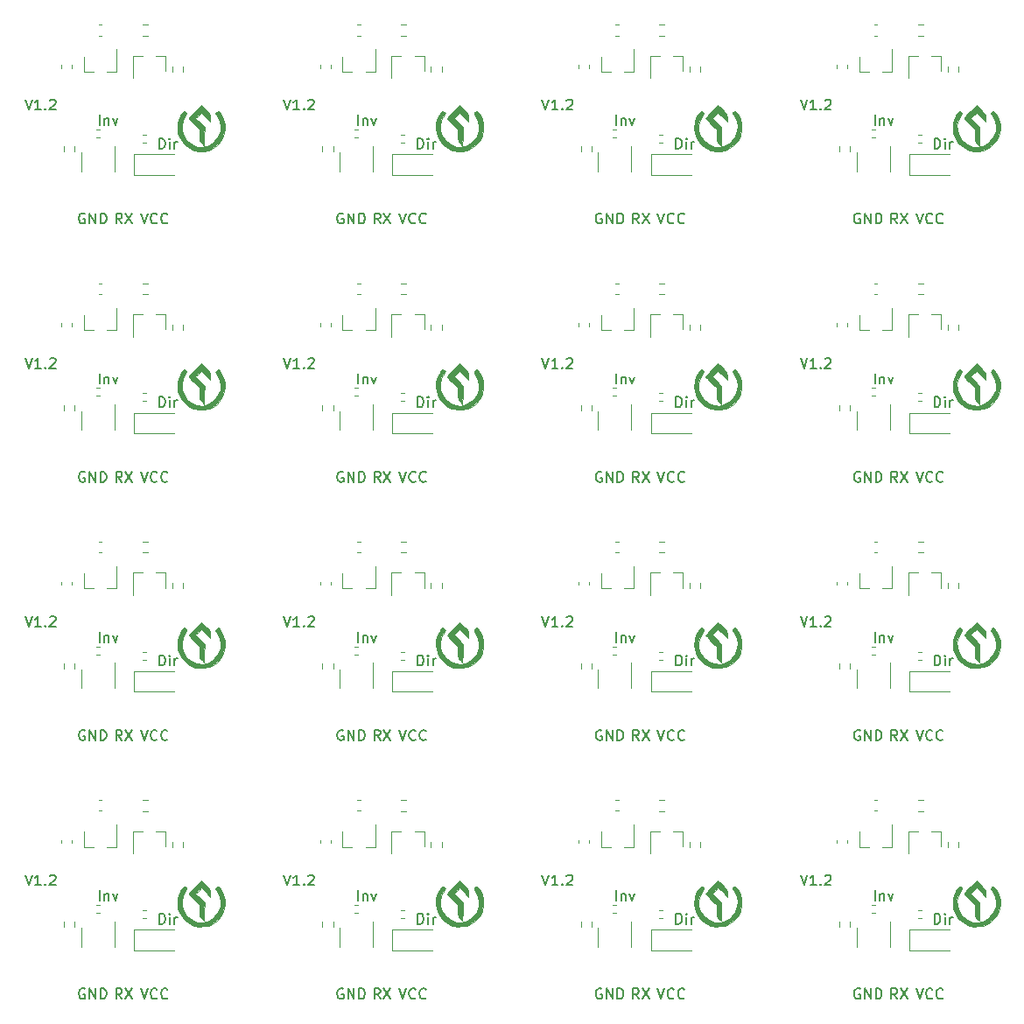
<source format=gbr>
%TF.GenerationSoftware,KiCad,Pcbnew,(5.1.9)-1*%
%TF.CreationDate,2021-10-29T14:51:52+02:00*%
%TF.ProjectId,Smartmeter_IR_ReaderOnly_V12_multi,536d6172-746d-4657-9465-725f49525f52,rev?*%
%TF.SameCoordinates,Original*%
%TF.FileFunction,Legend,Top*%
%TF.FilePolarity,Positive*%
%FSLAX46Y46*%
G04 Gerber Fmt 4.6, Leading zero omitted, Abs format (unit mm)*
G04 Created by KiCad (PCBNEW (5.1.9)-1) date 2021-10-29 14:51:52*
%MOMM*%
%LPD*%
G01*
G04 APERTURE LIST*
%ADD10C,0.150000*%
%ADD11C,0.120000*%
%ADD12C,0.010000*%
G04 APERTURE END LIST*
D10*
X85476190Y-129702380D02*
X85809523Y-130702380D01*
X86142857Y-129702380D01*
X87000000Y-130702380D02*
X86428571Y-130702380D01*
X86714285Y-130702380D02*
X86714285Y-129702380D01*
X86619047Y-129845238D01*
X86523809Y-129940476D01*
X86428571Y-129988095D01*
X87428571Y-130607142D02*
X87476190Y-130654761D01*
X87428571Y-130702380D01*
X87380952Y-130654761D01*
X87428571Y-130607142D01*
X87428571Y-130702380D01*
X87857142Y-129797619D02*
X87904761Y-129750000D01*
X88000000Y-129702380D01*
X88238095Y-129702380D01*
X88333333Y-129750000D01*
X88380952Y-129797619D01*
X88428571Y-129892857D01*
X88428571Y-129988095D01*
X88380952Y-130130952D01*
X87809523Y-130702380D01*
X88428571Y-130702380D01*
X135476190Y-129702380D02*
X135809523Y-130702380D01*
X136142857Y-129702380D01*
X137000000Y-130702380D02*
X136428571Y-130702380D01*
X136714285Y-130702380D02*
X136714285Y-129702380D01*
X136619047Y-129845238D01*
X136523809Y-129940476D01*
X136428571Y-129988095D01*
X137428571Y-130607142D02*
X137476190Y-130654761D01*
X137428571Y-130702380D01*
X137380952Y-130654761D01*
X137428571Y-130607142D01*
X137428571Y-130702380D01*
X137857142Y-129797619D02*
X137904761Y-129750000D01*
X138000000Y-129702380D01*
X138238095Y-129702380D01*
X138333333Y-129750000D01*
X138380952Y-129797619D01*
X138428571Y-129892857D01*
X138428571Y-129988095D01*
X138380952Y-130130952D01*
X137809523Y-130702380D01*
X138428571Y-130702380D01*
X110476190Y-129702380D02*
X110809523Y-130702380D01*
X111142857Y-129702380D01*
X112000000Y-130702380D02*
X111428571Y-130702380D01*
X111714285Y-130702380D02*
X111714285Y-129702380D01*
X111619047Y-129845238D01*
X111523809Y-129940476D01*
X111428571Y-129988095D01*
X112428571Y-130607142D02*
X112476190Y-130654761D01*
X112428571Y-130702380D01*
X112380952Y-130654761D01*
X112428571Y-130607142D01*
X112428571Y-130702380D01*
X112857142Y-129797619D02*
X112904761Y-129750000D01*
X113000000Y-129702380D01*
X113238095Y-129702380D01*
X113333333Y-129750000D01*
X113380952Y-129797619D01*
X113428571Y-129892857D01*
X113428571Y-129988095D01*
X113380952Y-130130952D01*
X112809523Y-130702380D01*
X113428571Y-130702380D01*
X60476190Y-129702380D02*
X60809523Y-130702380D01*
X61142857Y-129702380D01*
X62000000Y-130702380D02*
X61428571Y-130702380D01*
X61714285Y-130702380D02*
X61714285Y-129702380D01*
X61619047Y-129845238D01*
X61523809Y-129940476D01*
X61428571Y-129988095D01*
X62428571Y-130607142D02*
X62476190Y-130654761D01*
X62428571Y-130702380D01*
X62380952Y-130654761D01*
X62428571Y-130607142D01*
X62428571Y-130702380D01*
X62857142Y-129797619D02*
X62904761Y-129750000D01*
X63000000Y-129702380D01*
X63238095Y-129702380D01*
X63333333Y-129750000D01*
X63380952Y-129797619D01*
X63428571Y-129892857D01*
X63428571Y-129988095D01*
X63380952Y-130130952D01*
X62809523Y-130702380D01*
X63428571Y-130702380D01*
X85476190Y-104702380D02*
X85809523Y-105702380D01*
X86142857Y-104702380D01*
X87000000Y-105702380D02*
X86428571Y-105702380D01*
X86714285Y-105702380D02*
X86714285Y-104702380D01*
X86619047Y-104845238D01*
X86523809Y-104940476D01*
X86428571Y-104988095D01*
X87428571Y-105607142D02*
X87476190Y-105654761D01*
X87428571Y-105702380D01*
X87380952Y-105654761D01*
X87428571Y-105607142D01*
X87428571Y-105702380D01*
X87857142Y-104797619D02*
X87904761Y-104750000D01*
X88000000Y-104702380D01*
X88238095Y-104702380D01*
X88333333Y-104750000D01*
X88380952Y-104797619D01*
X88428571Y-104892857D01*
X88428571Y-104988095D01*
X88380952Y-105130952D01*
X87809523Y-105702380D01*
X88428571Y-105702380D01*
X110476190Y-104702380D02*
X110809523Y-105702380D01*
X111142857Y-104702380D01*
X112000000Y-105702380D02*
X111428571Y-105702380D01*
X111714285Y-105702380D02*
X111714285Y-104702380D01*
X111619047Y-104845238D01*
X111523809Y-104940476D01*
X111428571Y-104988095D01*
X112428571Y-105607142D02*
X112476190Y-105654761D01*
X112428571Y-105702380D01*
X112380952Y-105654761D01*
X112428571Y-105607142D01*
X112428571Y-105702380D01*
X112857142Y-104797619D02*
X112904761Y-104750000D01*
X113000000Y-104702380D01*
X113238095Y-104702380D01*
X113333333Y-104750000D01*
X113380952Y-104797619D01*
X113428571Y-104892857D01*
X113428571Y-104988095D01*
X113380952Y-105130952D01*
X112809523Y-105702380D01*
X113428571Y-105702380D01*
X60476190Y-104702380D02*
X60809523Y-105702380D01*
X61142857Y-104702380D01*
X62000000Y-105702380D02*
X61428571Y-105702380D01*
X61714285Y-105702380D02*
X61714285Y-104702380D01*
X61619047Y-104845238D01*
X61523809Y-104940476D01*
X61428571Y-104988095D01*
X62428571Y-105607142D02*
X62476190Y-105654761D01*
X62428571Y-105702380D01*
X62380952Y-105654761D01*
X62428571Y-105607142D01*
X62428571Y-105702380D01*
X62857142Y-104797619D02*
X62904761Y-104750000D01*
X63000000Y-104702380D01*
X63238095Y-104702380D01*
X63333333Y-104750000D01*
X63380952Y-104797619D01*
X63428571Y-104892857D01*
X63428571Y-104988095D01*
X63380952Y-105130952D01*
X62809523Y-105702380D01*
X63428571Y-105702380D01*
X135476190Y-104702380D02*
X135809523Y-105702380D01*
X136142857Y-104702380D01*
X137000000Y-105702380D02*
X136428571Y-105702380D01*
X136714285Y-105702380D02*
X136714285Y-104702380D01*
X136619047Y-104845238D01*
X136523809Y-104940476D01*
X136428571Y-104988095D01*
X137428571Y-105607142D02*
X137476190Y-105654761D01*
X137428571Y-105702380D01*
X137380952Y-105654761D01*
X137428571Y-105607142D01*
X137428571Y-105702380D01*
X137857142Y-104797619D02*
X137904761Y-104750000D01*
X138000000Y-104702380D01*
X138238095Y-104702380D01*
X138333333Y-104750000D01*
X138380952Y-104797619D01*
X138428571Y-104892857D01*
X138428571Y-104988095D01*
X138380952Y-105130952D01*
X137809523Y-105702380D01*
X138428571Y-105702380D01*
X135476190Y-79702380D02*
X135809523Y-80702380D01*
X136142857Y-79702380D01*
X137000000Y-80702380D02*
X136428571Y-80702380D01*
X136714285Y-80702380D02*
X136714285Y-79702380D01*
X136619047Y-79845238D01*
X136523809Y-79940476D01*
X136428571Y-79988095D01*
X137428571Y-80607142D02*
X137476190Y-80654761D01*
X137428571Y-80702380D01*
X137380952Y-80654761D01*
X137428571Y-80607142D01*
X137428571Y-80702380D01*
X137857142Y-79797619D02*
X137904761Y-79750000D01*
X138000000Y-79702380D01*
X138238095Y-79702380D01*
X138333333Y-79750000D01*
X138380952Y-79797619D01*
X138428571Y-79892857D01*
X138428571Y-79988095D01*
X138380952Y-80130952D01*
X137809523Y-80702380D01*
X138428571Y-80702380D01*
X85476190Y-79702380D02*
X85809523Y-80702380D01*
X86142857Y-79702380D01*
X87000000Y-80702380D02*
X86428571Y-80702380D01*
X86714285Y-80702380D02*
X86714285Y-79702380D01*
X86619047Y-79845238D01*
X86523809Y-79940476D01*
X86428571Y-79988095D01*
X87428571Y-80607142D02*
X87476190Y-80654761D01*
X87428571Y-80702380D01*
X87380952Y-80654761D01*
X87428571Y-80607142D01*
X87428571Y-80702380D01*
X87857142Y-79797619D02*
X87904761Y-79750000D01*
X88000000Y-79702380D01*
X88238095Y-79702380D01*
X88333333Y-79750000D01*
X88380952Y-79797619D01*
X88428571Y-79892857D01*
X88428571Y-79988095D01*
X88380952Y-80130952D01*
X87809523Y-80702380D01*
X88428571Y-80702380D01*
X110476190Y-79702380D02*
X110809523Y-80702380D01*
X111142857Y-79702380D01*
X112000000Y-80702380D02*
X111428571Y-80702380D01*
X111714285Y-80702380D02*
X111714285Y-79702380D01*
X111619047Y-79845238D01*
X111523809Y-79940476D01*
X111428571Y-79988095D01*
X112428571Y-80607142D02*
X112476190Y-80654761D01*
X112428571Y-80702380D01*
X112380952Y-80654761D01*
X112428571Y-80607142D01*
X112428571Y-80702380D01*
X112857142Y-79797619D02*
X112904761Y-79750000D01*
X113000000Y-79702380D01*
X113238095Y-79702380D01*
X113333333Y-79750000D01*
X113380952Y-79797619D01*
X113428571Y-79892857D01*
X113428571Y-79988095D01*
X113380952Y-80130952D01*
X112809523Y-80702380D01*
X113428571Y-80702380D01*
X60476190Y-79702380D02*
X60809523Y-80702380D01*
X61142857Y-79702380D01*
X62000000Y-80702380D02*
X61428571Y-80702380D01*
X61714285Y-80702380D02*
X61714285Y-79702380D01*
X61619047Y-79845238D01*
X61523809Y-79940476D01*
X61428571Y-79988095D01*
X62428571Y-80607142D02*
X62476190Y-80654761D01*
X62428571Y-80702380D01*
X62380952Y-80654761D01*
X62428571Y-80607142D01*
X62428571Y-80702380D01*
X62857142Y-79797619D02*
X62904761Y-79750000D01*
X63000000Y-79702380D01*
X63238095Y-79702380D01*
X63333333Y-79750000D01*
X63380952Y-79797619D01*
X63428571Y-79892857D01*
X63428571Y-79988095D01*
X63380952Y-80130952D01*
X62809523Y-80702380D01*
X63428571Y-80702380D01*
X135476190Y-54702380D02*
X135809523Y-55702380D01*
X136142857Y-54702380D01*
X137000000Y-55702380D02*
X136428571Y-55702380D01*
X136714285Y-55702380D02*
X136714285Y-54702380D01*
X136619047Y-54845238D01*
X136523809Y-54940476D01*
X136428571Y-54988095D01*
X137428571Y-55607142D02*
X137476190Y-55654761D01*
X137428571Y-55702380D01*
X137380952Y-55654761D01*
X137428571Y-55607142D01*
X137428571Y-55702380D01*
X137857142Y-54797619D02*
X137904761Y-54750000D01*
X138000000Y-54702380D01*
X138238095Y-54702380D01*
X138333333Y-54750000D01*
X138380952Y-54797619D01*
X138428571Y-54892857D01*
X138428571Y-54988095D01*
X138380952Y-55130952D01*
X137809523Y-55702380D01*
X138428571Y-55702380D01*
X110476190Y-54702380D02*
X110809523Y-55702380D01*
X111142857Y-54702380D01*
X112000000Y-55702380D02*
X111428571Y-55702380D01*
X111714285Y-55702380D02*
X111714285Y-54702380D01*
X111619047Y-54845238D01*
X111523809Y-54940476D01*
X111428571Y-54988095D01*
X112428571Y-55607142D02*
X112476190Y-55654761D01*
X112428571Y-55702380D01*
X112380952Y-55654761D01*
X112428571Y-55607142D01*
X112428571Y-55702380D01*
X112857142Y-54797619D02*
X112904761Y-54750000D01*
X113000000Y-54702380D01*
X113238095Y-54702380D01*
X113333333Y-54750000D01*
X113380952Y-54797619D01*
X113428571Y-54892857D01*
X113428571Y-54988095D01*
X113380952Y-55130952D01*
X112809523Y-55702380D01*
X113428571Y-55702380D01*
X85476190Y-54702380D02*
X85809523Y-55702380D01*
X86142857Y-54702380D01*
X87000000Y-55702380D02*
X86428571Y-55702380D01*
X86714285Y-55702380D02*
X86714285Y-54702380D01*
X86619047Y-54845238D01*
X86523809Y-54940476D01*
X86428571Y-54988095D01*
X87428571Y-55607142D02*
X87476190Y-55654761D01*
X87428571Y-55702380D01*
X87380952Y-55654761D01*
X87428571Y-55607142D01*
X87428571Y-55702380D01*
X87857142Y-54797619D02*
X87904761Y-54750000D01*
X88000000Y-54702380D01*
X88238095Y-54702380D01*
X88333333Y-54750000D01*
X88380952Y-54797619D01*
X88428571Y-54892857D01*
X88428571Y-54988095D01*
X88380952Y-55130952D01*
X87809523Y-55702380D01*
X88428571Y-55702380D01*
X60476190Y-54702380D02*
X60809523Y-55702380D01*
X61142857Y-54702380D01*
X62000000Y-55702380D02*
X61428571Y-55702380D01*
X61714285Y-55702380D02*
X61714285Y-54702380D01*
X61619047Y-54845238D01*
X61523809Y-54940476D01*
X61428571Y-54988095D01*
X62428571Y-55607142D02*
X62476190Y-55654761D01*
X62428571Y-55702380D01*
X62380952Y-55654761D01*
X62428571Y-55607142D01*
X62428571Y-55702380D01*
X62857142Y-54797619D02*
X62904761Y-54750000D01*
X63000000Y-54702380D01*
X63238095Y-54702380D01*
X63333333Y-54750000D01*
X63380952Y-54797619D01*
X63428571Y-54892857D01*
X63428571Y-54988095D01*
X63380952Y-55130952D01*
X62809523Y-55702380D01*
X63428571Y-55702380D01*
D11*
%TO.C,Q4*%
X141170000Y-127010000D02*
X141170000Y-125550000D01*
X144330000Y-127010000D02*
X144330000Y-124850000D01*
X144330000Y-127010000D02*
X143400000Y-127010000D01*
X141170000Y-127010000D02*
X142100000Y-127010000D01*
%TO.C,R4*%
X142667621Y-132620000D02*
X142332379Y-132620000D01*
X142667621Y-133380000D02*
X142332379Y-133380000D01*
%TO.C,R5*%
X140272500Y-134754724D02*
X140272500Y-134245276D01*
X139227500Y-134754724D02*
X139227500Y-134245276D01*
%TO.C,Q3*%
X149080000Y-125490000D02*
X149080000Y-126950000D01*
X145920000Y-125490000D02*
X145920000Y-127650000D01*
X145920000Y-125490000D02*
X146850000Y-125490000D01*
X149080000Y-125490000D02*
X148150000Y-125490000D01*
%TO.C,IC1*%
X94110000Y-136650000D02*
X94110000Y-134200000D01*
X90890000Y-134850000D02*
X90890000Y-136650000D01*
%TO.C,D1*%
X96000000Y-135000000D02*
X99900000Y-135000000D01*
X96000000Y-137000000D02*
X99900000Y-137000000D01*
X96000000Y-135000000D02*
X96000000Y-137000000D01*
%TO.C,R3*%
X147167621Y-133120000D02*
X146832379Y-133120000D01*
X147167621Y-133880000D02*
X146832379Y-133880000D01*
%TO.C,Q3*%
X99080000Y-125490000D02*
X99080000Y-126950000D01*
X95920000Y-125490000D02*
X95920000Y-127650000D01*
X95920000Y-125490000D02*
X96850000Y-125490000D01*
X99080000Y-125490000D02*
X98150000Y-125490000D01*
%TO.C,C2*%
X63990000Y-126646267D02*
X63990000Y-126353733D01*
X65010000Y-126646267D02*
X65010000Y-126353733D01*
%TO.C,C1*%
X92896267Y-122490000D02*
X92603733Y-122490000D01*
X92896267Y-123510000D02*
X92603733Y-123510000D01*
%TO.C,IC1*%
X144110000Y-136650000D02*
X144110000Y-134200000D01*
X140890000Y-134850000D02*
X140890000Y-136650000D01*
%TO.C,D1*%
X71000000Y-135000000D02*
X71000000Y-137000000D01*
X71000000Y-137000000D02*
X74900000Y-137000000D01*
X71000000Y-135000000D02*
X74900000Y-135000000D01*
%TO.C,IC1*%
X65890000Y-134850000D02*
X65890000Y-136650000D01*
X69110000Y-136650000D02*
X69110000Y-134200000D01*
%TO.C,C1*%
X67896267Y-123510000D02*
X67603733Y-123510000D01*
X67896267Y-122490000D02*
X67603733Y-122490000D01*
%TO.C,Q3*%
X74080000Y-125490000D02*
X73150000Y-125490000D01*
X70920000Y-125490000D02*
X71850000Y-125490000D01*
X70920000Y-125490000D02*
X70920000Y-127650000D01*
X74080000Y-125490000D02*
X74080000Y-126950000D01*
D12*
%TO.C,G2*%
G36*
X152936196Y-130674013D02*
G01*
X153160220Y-130903331D01*
X153291224Y-131070323D01*
X153353769Y-131219324D01*
X153372417Y-131394669D01*
X153373125Y-131462702D01*
X153373125Y-131819889D01*
X152937360Y-131389538D01*
X152501596Y-130959186D01*
X152221989Y-131230191D01*
X151942383Y-131501196D01*
X152822975Y-132391074D01*
X152800394Y-133284464D01*
X152777812Y-134177854D01*
X152559531Y-133949740D01*
X152442035Y-133809741D01*
X152376152Y-133664760D01*
X152347390Y-133462900D01*
X152341250Y-133168051D01*
X152341250Y-132614476D01*
X151825312Y-132103125D01*
X151597954Y-131869174D01*
X151421741Y-131671455D01*
X151322306Y-131539529D01*
X151309375Y-131508118D01*
X151362618Y-131420739D01*
X151506516Y-131250222D01*
X151717326Y-131023493D01*
X151904321Y-130833488D01*
X152499268Y-130242513D01*
X152936196Y-130674013D01*
G37*
X152936196Y-130674013D02*
X153160220Y-130903331D01*
X153291224Y-131070323D01*
X153353769Y-131219324D01*
X153372417Y-131394669D01*
X153373125Y-131462702D01*
X153373125Y-131819889D01*
X152937360Y-131389538D01*
X152501596Y-130959186D01*
X152221989Y-131230191D01*
X151942383Y-131501196D01*
X152822975Y-132391074D01*
X152800394Y-133284464D01*
X152777812Y-134177854D01*
X152559531Y-133949740D01*
X152442035Y-133809741D01*
X152376152Y-133664760D01*
X152347390Y-133462900D01*
X152341250Y-133168051D01*
X152341250Y-132614476D01*
X151825312Y-132103125D01*
X151597954Y-131869174D01*
X151421741Y-131671455D01*
X151322306Y-131539529D01*
X151309375Y-131508118D01*
X151362618Y-131420739D01*
X151506516Y-131250222D01*
X151717326Y-131023493D01*
X151904321Y-130833488D01*
X152499268Y-130242513D01*
X152936196Y-130674013D01*
G36*
X150993314Y-130874117D02*
G01*
X150996666Y-130877148D01*
X151101276Y-130994777D01*
X151087044Y-131099718D01*
X151030272Y-131183626D01*
X150746130Y-131684288D01*
X150613038Y-132199670D01*
X150629888Y-132711618D01*
X150795571Y-133201978D01*
X151108979Y-133652595D01*
X151185918Y-133733002D01*
X151635502Y-134086300D01*
X152110838Y-134285985D01*
X152597619Y-134332058D01*
X153081538Y-134224518D01*
X153548286Y-133963366D01*
X153814081Y-133733002D01*
X154155709Y-133292086D01*
X154349824Y-132807945D01*
X154395319Y-132298732D01*
X154291085Y-131782601D01*
X154036013Y-131277707D01*
X153969727Y-131183626D01*
X153892661Y-131050060D01*
X153929417Y-130949592D01*
X154003333Y-130877148D01*
X154095643Y-130805108D01*
X154169653Y-130806372D01*
X154258787Y-130901304D01*
X154396469Y-131110272D01*
X154403109Y-131120739D01*
X154654504Y-131605894D01*
X154775576Y-132087027D01*
X154781585Y-132621397D01*
X154659228Y-133198000D01*
X154396881Y-133716996D01*
X154009151Y-134156847D01*
X153510647Y-134496013D01*
X153509923Y-134496385D01*
X153157971Y-134619791D01*
X152726438Y-134689529D01*
X152281015Y-134701228D01*
X151887393Y-134650515D01*
X151761652Y-134612708D01*
X151222436Y-134334626D01*
X150782005Y-133949179D01*
X150455383Y-133477102D01*
X150257593Y-132939127D01*
X150202051Y-132460312D01*
X150239783Y-131969530D01*
X150374933Y-131530029D01*
X150597854Y-131119219D01*
X150737716Y-130906070D01*
X150827885Y-130807742D01*
X150901904Y-130803878D01*
X150993314Y-130874117D01*
G37*
X150993314Y-130874117D02*
X150996666Y-130877148D01*
X151101276Y-130994777D01*
X151087044Y-131099718D01*
X151030272Y-131183626D01*
X150746130Y-131684288D01*
X150613038Y-132199670D01*
X150629888Y-132711618D01*
X150795571Y-133201978D01*
X151108979Y-133652595D01*
X151185918Y-133733002D01*
X151635502Y-134086300D01*
X152110838Y-134285985D01*
X152597619Y-134332058D01*
X153081538Y-134224518D01*
X153548286Y-133963366D01*
X153814081Y-133733002D01*
X154155709Y-133292086D01*
X154349824Y-132807945D01*
X154395319Y-132298732D01*
X154291085Y-131782601D01*
X154036013Y-131277707D01*
X153969727Y-131183626D01*
X153892661Y-131050060D01*
X153929417Y-130949592D01*
X154003333Y-130877148D01*
X154095643Y-130805108D01*
X154169653Y-130806372D01*
X154258787Y-130901304D01*
X154396469Y-131110272D01*
X154403109Y-131120739D01*
X154654504Y-131605894D01*
X154775576Y-132087027D01*
X154781585Y-132621397D01*
X154659228Y-133198000D01*
X154396881Y-133716996D01*
X154009151Y-134156847D01*
X153510647Y-134496013D01*
X153509923Y-134496385D01*
X153157971Y-134619791D01*
X152726438Y-134689529D01*
X152281015Y-134701228D01*
X151887393Y-134650515D01*
X151761652Y-134612708D01*
X151222436Y-134334626D01*
X150782005Y-133949179D01*
X150455383Y-133477102D01*
X150257593Y-132939127D01*
X150202051Y-132460312D01*
X150239783Y-131969530D01*
X150374933Y-131530029D01*
X150597854Y-131119219D01*
X150737716Y-130906070D01*
X150827885Y-130807742D01*
X150901904Y-130803878D01*
X150993314Y-130874117D01*
D11*
%TO.C,IC1*%
X115890000Y-134850000D02*
X115890000Y-136650000D01*
X119110000Y-136650000D02*
X119110000Y-134200000D01*
D12*
%TO.C,G2*%
G36*
X125993314Y-130874117D02*
G01*
X125996666Y-130877148D01*
X126101276Y-130994777D01*
X126087044Y-131099718D01*
X126030272Y-131183626D01*
X125746130Y-131684288D01*
X125613038Y-132199670D01*
X125629888Y-132711618D01*
X125795571Y-133201978D01*
X126108979Y-133652595D01*
X126185918Y-133733002D01*
X126635502Y-134086300D01*
X127110838Y-134285985D01*
X127597619Y-134332058D01*
X128081538Y-134224518D01*
X128548286Y-133963366D01*
X128814081Y-133733002D01*
X129155709Y-133292086D01*
X129349824Y-132807945D01*
X129395319Y-132298732D01*
X129291085Y-131782601D01*
X129036013Y-131277707D01*
X128969727Y-131183626D01*
X128892661Y-131050060D01*
X128929417Y-130949592D01*
X129003333Y-130877148D01*
X129095643Y-130805108D01*
X129169653Y-130806372D01*
X129258787Y-130901304D01*
X129396469Y-131110272D01*
X129403109Y-131120739D01*
X129654504Y-131605894D01*
X129775576Y-132087027D01*
X129781585Y-132621397D01*
X129659228Y-133198000D01*
X129396881Y-133716996D01*
X129009151Y-134156847D01*
X128510647Y-134496013D01*
X128509923Y-134496385D01*
X128157971Y-134619791D01*
X127726438Y-134689529D01*
X127281015Y-134701228D01*
X126887393Y-134650515D01*
X126761652Y-134612708D01*
X126222436Y-134334626D01*
X125782005Y-133949179D01*
X125455383Y-133477102D01*
X125257593Y-132939127D01*
X125202051Y-132460312D01*
X125239783Y-131969530D01*
X125374933Y-131530029D01*
X125597854Y-131119219D01*
X125737716Y-130906070D01*
X125827885Y-130807742D01*
X125901904Y-130803878D01*
X125993314Y-130874117D01*
G37*
X125993314Y-130874117D02*
X125996666Y-130877148D01*
X126101276Y-130994777D01*
X126087044Y-131099718D01*
X126030272Y-131183626D01*
X125746130Y-131684288D01*
X125613038Y-132199670D01*
X125629888Y-132711618D01*
X125795571Y-133201978D01*
X126108979Y-133652595D01*
X126185918Y-133733002D01*
X126635502Y-134086300D01*
X127110838Y-134285985D01*
X127597619Y-134332058D01*
X128081538Y-134224518D01*
X128548286Y-133963366D01*
X128814081Y-133733002D01*
X129155709Y-133292086D01*
X129349824Y-132807945D01*
X129395319Y-132298732D01*
X129291085Y-131782601D01*
X129036013Y-131277707D01*
X128969727Y-131183626D01*
X128892661Y-131050060D01*
X128929417Y-130949592D01*
X129003333Y-130877148D01*
X129095643Y-130805108D01*
X129169653Y-130806372D01*
X129258787Y-130901304D01*
X129396469Y-131110272D01*
X129403109Y-131120739D01*
X129654504Y-131605894D01*
X129775576Y-132087027D01*
X129781585Y-132621397D01*
X129659228Y-133198000D01*
X129396881Y-133716996D01*
X129009151Y-134156847D01*
X128510647Y-134496013D01*
X128509923Y-134496385D01*
X128157971Y-134619791D01*
X127726438Y-134689529D01*
X127281015Y-134701228D01*
X126887393Y-134650515D01*
X126761652Y-134612708D01*
X126222436Y-134334626D01*
X125782005Y-133949179D01*
X125455383Y-133477102D01*
X125257593Y-132939127D01*
X125202051Y-132460312D01*
X125239783Y-131969530D01*
X125374933Y-131530029D01*
X125597854Y-131119219D01*
X125737716Y-130906070D01*
X125827885Y-130807742D01*
X125901904Y-130803878D01*
X125993314Y-130874117D01*
G36*
X127936196Y-130674013D02*
G01*
X128160220Y-130903331D01*
X128291224Y-131070323D01*
X128353769Y-131219324D01*
X128372417Y-131394669D01*
X128373125Y-131462702D01*
X128373125Y-131819889D01*
X127937360Y-131389538D01*
X127501596Y-130959186D01*
X127221989Y-131230191D01*
X126942383Y-131501196D01*
X127822975Y-132391074D01*
X127800394Y-133284464D01*
X127777812Y-134177854D01*
X127559531Y-133949740D01*
X127442035Y-133809741D01*
X127376152Y-133664760D01*
X127347390Y-133462900D01*
X127341250Y-133168051D01*
X127341250Y-132614476D01*
X126825312Y-132103125D01*
X126597954Y-131869174D01*
X126421741Y-131671455D01*
X126322306Y-131539529D01*
X126309375Y-131508118D01*
X126362618Y-131420739D01*
X126506516Y-131250222D01*
X126717326Y-131023493D01*
X126904321Y-130833488D01*
X127499268Y-130242513D01*
X127936196Y-130674013D01*
G37*
X127936196Y-130674013D02*
X128160220Y-130903331D01*
X128291224Y-131070323D01*
X128353769Y-131219324D01*
X128372417Y-131394669D01*
X128373125Y-131462702D01*
X128373125Y-131819889D01*
X127937360Y-131389538D01*
X127501596Y-130959186D01*
X127221989Y-131230191D01*
X126942383Y-131501196D01*
X127822975Y-132391074D01*
X127800394Y-133284464D01*
X127777812Y-134177854D01*
X127559531Y-133949740D01*
X127442035Y-133809741D01*
X127376152Y-133664760D01*
X127347390Y-133462900D01*
X127341250Y-133168051D01*
X127341250Y-132614476D01*
X126825312Y-132103125D01*
X126597954Y-131869174D01*
X126421741Y-131671455D01*
X126322306Y-131539529D01*
X126309375Y-131508118D01*
X126362618Y-131420739D01*
X126506516Y-131250222D01*
X126717326Y-131023493D01*
X126904321Y-130833488D01*
X127499268Y-130242513D01*
X127936196Y-130674013D01*
D11*
%TO.C,R2*%
X121832776Y-122477500D02*
X122342224Y-122477500D01*
X121832776Y-123522500D02*
X122342224Y-123522500D01*
%TO.C,C2*%
X113990000Y-126646267D02*
X113990000Y-126353733D01*
X115010000Y-126646267D02*
X115010000Y-126353733D01*
%TO.C,Q4*%
X116170000Y-127010000D02*
X117100000Y-127010000D01*
X119330000Y-127010000D02*
X118400000Y-127010000D01*
X119330000Y-127010000D02*
X119330000Y-124850000D01*
X116170000Y-127010000D02*
X116170000Y-125550000D01*
%TO.C,R2*%
X146832776Y-123522500D02*
X147342224Y-123522500D01*
X146832776Y-122477500D02*
X147342224Y-122477500D01*
%TO.C,R3*%
X122167621Y-133880000D02*
X121832379Y-133880000D01*
X122167621Y-133120000D02*
X121832379Y-133120000D01*
%TO.C,R1*%
X74727500Y-127004724D02*
X74727500Y-126495276D01*
X75772500Y-127004724D02*
X75772500Y-126495276D01*
%TO.C,R4*%
X67667621Y-133380000D02*
X67332379Y-133380000D01*
X67667621Y-132620000D02*
X67332379Y-132620000D01*
%TO.C,R5*%
X114227500Y-134754724D02*
X114227500Y-134245276D01*
X115272500Y-134754724D02*
X115272500Y-134245276D01*
%TO.C,C1*%
X142896267Y-122490000D02*
X142603733Y-122490000D01*
X142896267Y-123510000D02*
X142603733Y-123510000D01*
%TO.C,Q4*%
X91170000Y-127010000D02*
X91170000Y-125550000D01*
X94330000Y-127010000D02*
X94330000Y-124850000D01*
X94330000Y-127010000D02*
X93400000Y-127010000D01*
X91170000Y-127010000D02*
X92100000Y-127010000D01*
%TO.C,D1*%
X121000000Y-135000000D02*
X121000000Y-137000000D01*
X121000000Y-137000000D02*
X124900000Y-137000000D01*
X121000000Y-135000000D02*
X124900000Y-135000000D01*
%TO.C,R1*%
X150772500Y-127004724D02*
X150772500Y-126495276D01*
X149727500Y-127004724D02*
X149727500Y-126495276D01*
X100772500Y-127004724D02*
X100772500Y-126495276D01*
X99727500Y-127004724D02*
X99727500Y-126495276D01*
%TO.C,C2*%
X140010000Y-126646267D02*
X140010000Y-126353733D01*
X138990000Y-126646267D02*
X138990000Y-126353733D01*
%TO.C,R4*%
X92667621Y-132620000D02*
X92332379Y-132620000D01*
X92667621Y-133380000D02*
X92332379Y-133380000D01*
%TO.C,Q4*%
X66170000Y-127010000D02*
X67100000Y-127010000D01*
X69330000Y-127010000D02*
X68400000Y-127010000D01*
X69330000Y-127010000D02*
X69330000Y-124850000D01*
X66170000Y-127010000D02*
X66170000Y-125550000D01*
%TO.C,R2*%
X96832776Y-123522500D02*
X97342224Y-123522500D01*
X96832776Y-122477500D02*
X97342224Y-122477500D01*
%TO.C,D1*%
X146000000Y-135000000D02*
X149900000Y-135000000D01*
X146000000Y-137000000D02*
X149900000Y-137000000D01*
X146000000Y-135000000D02*
X146000000Y-137000000D01*
D12*
%TO.C,G2*%
G36*
X102936196Y-130674013D02*
G01*
X103160220Y-130903331D01*
X103291224Y-131070323D01*
X103353769Y-131219324D01*
X103372417Y-131394669D01*
X103373125Y-131462702D01*
X103373125Y-131819889D01*
X102937360Y-131389538D01*
X102501596Y-130959186D01*
X102221989Y-131230191D01*
X101942383Y-131501196D01*
X102822975Y-132391074D01*
X102800394Y-133284464D01*
X102777812Y-134177854D01*
X102559531Y-133949740D01*
X102442035Y-133809741D01*
X102376152Y-133664760D01*
X102347390Y-133462900D01*
X102341250Y-133168051D01*
X102341250Y-132614476D01*
X101825312Y-132103125D01*
X101597954Y-131869174D01*
X101421741Y-131671455D01*
X101322306Y-131539529D01*
X101309375Y-131508118D01*
X101362618Y-131420739D01*
X101506516Y-131250222D01*
X101717326Y-131023493D01*
X101904321Y-130833488D01*
X102499268Y-130242513D01*
X102936196Y-130674013D01*
G37*
X102936196Y-130674013D02*
X103160220Y-130903331D01*
X103291224Y-131070323D01*
X103353769Y-131219324D01*
X103372417Y-131394669D01*
X103373125Y-131462702D01*
X103373125Y-131819889D01*
X102937360Y-131389538D01*
X102501596Y-130959186D01*
X102221989Y-131230191D01*
X101942383Y-131501196D01*
X102822975Y-132391074D01*
X102800394Y-133284464D01*
X102777812Y-134177854D01*
X102559531Y-133949740D01*
X102442035Y-133809741D01*
X102376152Y-133664760D01*
X102347390Y-133462900D01*
X102341250Y-133168051D01*
X102341250Y-132614476D01*
X101825312Y-132103125D01*
X101597954Y-131869174D01*
X101421741Y-131671455D01*
X101322306Y-131539529D01*
X101309375Y-131508118D01*
X101362618Y-131420739D01*
X101506516Y-131250222D01*
X101717326Y-131023493D01*
X101904321Y-130833488D01*
X102499268Y-130242513D01*
X102936196Y-130674013D01*
G36*
X100993314Y-130874117D02*
G01*
X100996666Y-130877148D01*
X101101276Y-130994777D01*
X101087044Y-131099718D01*
X101030272Y-131183626D01*
X100746130Y-131684288D01*
X100613038Y-132199670D01*
X100629888Y-132711618D01*
X100795571Y-133201978D01*
X101108979Y-133652595D01*
X101185918Y-133733002D01*
X101635502Y-134086300D01*
X102110838Y-134285985D01*
X102597619Y-134332058D01*
X103081538Y-134224518D01*
X103548286Y-133963366D01*
X103814081Y-133733002D01*
X104155709Y-133292086D01*
X104349824Y-132807945D01*
X104395319Y-132298732D01*
X104291085Y-131782601D01*
X104036013Y-131277707D01*
X103969727Y-131183626D01*
X103892661Y-131050060D01*
X103929417Y-130949592D01*
X104003333Y-130877148D01*
X104095643Y-130805108D01*
X104169653Y-130806372D01*
X104258787Y-130901304D01*
X104396469Y-131110272D01*
X104403109Y-131120739D01*
X104654504Y-131605894D01*
X104775576Y-132087027D01*
X104781585Y-132621397D01*
X104659228Y-133198000D01*
X104396881Y-133716996D01*
X104009151Y-134156847D01*
X103510647Y-134496013D01*
X103509923Y-134496385D01*
X103157971Y-134619791D01*
X102726438Y-134689529D01*
X102281015Y-134701228D01*
X101887393Y-134650515D01*
X101761652Y-134612708D01*
X101222436Y-134334626D01*
X100782005Y-133949179D01*
X100455383Y-133477102D01*
X100257593Y-132939127D01*
X100202051Y-132460312D01*
X100239783Y-131969530D01*
X100374933Y-131530029D01*
X100597854Y-131119219D01*
X100737716Y-130906070D01*
X100827885Y-130807742D01*
X100901904Y-130803878D01*
X100993314Y-130874117D01*
G37*
X100993314Y-130874117D02*
X100996666Y-130877148D01*
X101101276Y-130994777D01*
X101087044Y-131099718D01*
X101030272Y-131183626D01*
X100746130Y-131684288D01*
X100613038Y-132199670D01*
X100629888Y-132711618D01*
X100795571Y-133201978D01*
X101108979Y-133652595D01*
X101185918Y-133733002D01*
X101635502Y-134086300D01*
X102110838Y-134285985D01*
X102597619Y-134332058D01*
X103081538Y-134224518D01*
X103548286Y-133963366D01*
X103814081Y-133733002D01*
X104155709Y-133292086D01*
X104349824Y-132807945D01*
X104395319Y-132298732D01*
X104291085Y-131782601D01*
X104036013Y-131277707D01*
X103969727Y-131183626D01*
X103892661Y-131050060D01*
X103929417Y-130949592D01*
X104003333Y-130877148D01*
X104095643Y-130805108D01*
X104169653Y-130806372D01*
X104258787Y-130901304D01*
X104396469Y-131110272D01*
X104403109Y-131120739D01*
X104654504Y-131605894D01*
X104775576Y-132087027D01*
X104781585Y-132621397D01*
X104659228Y-133198000D01*
X104396881Y-133716996D01*
X104009151Y-134156847D01*
X103510647Y-134496013D01*
X103509923Y-134496385D01*
X103157971Y-134619791D01*
X102726438Y-134689529D01*
X102281015Y-134701228D01*
X101887393Y-134650515D01*
X101761652Y-134612708D01*
X101222436Y-134334626D01*
X100782005Y-133949179D01*
X100455383Y-133477102D01*
X100257593Y-132939127D01*
X100202051Y-132460312D01*
X100239783Y-131969530D01*
X100374933Y-131530029D01*
X100597854Y-131119219D01*
X100737716Y-130906070D01*
X100827885Y-130807742D01*
X100901904Y-130803878D01*
X100993314Y-130874117D01*
D11*
%TO.C,Q3*%
X124080000Y-125490000D02*
X123150000Y-125490000D01*
X120920000Y-125490000D02*
X121850000Y-125490000D01*
X120920000Y-125490000D02*
X120920000Y-127650000D01*
X124080000Y-125490000D02*
X124080000Y-126950000D01*
%TO.C,R3*%
X72167621Y-133880000D02*
X71832379Y-133880000D01*
X72167621Y-133120000D02*
X71832379Y-133120000D01*
%TO.C,R5*%
X90272500Y-134754724D02*
X90272500Y-134245276D01*
X89227500Y-134754724D02*
X89227500Y-134245276D01*
X64227500Y-134754724D02*
X64227500Y-134245276D01*
X65272500Y-134754724D02*
X65272500Y-134245276D01*
%TO.C,R1*%
X124727500Y-127004724D02*
X124727500Y-126495276D01*
X125772500Y-127004724D02*
X125772500Y-126495276D01*
%TO.C,C1*%
X117896267Y-123510000D02*
X117603733Y-123510000D01*
X117896267Y-122490000D02*
X117603733Y-122490000D01*
%TO.C,R3*%
X97167621Y-133120000D02*
X96832379Y-133120000D01*
X97167621Y-133880000D02*
X96832379Y-133880000D01*
%TO.C,R2*%
X71832776Y-122477500D02*
X72342224Y-122477500D01*
X71832776Y-123522500D02*
X72342224Y-123522500D01*
D12*
%TO.C,G2*%
G36*
X75993314Y-130874117D02*
G01*
X75996666Y-130877148D01*
X76101276Y-130994777D01*
X76087044Y-131099718D01*
X76030272Y-131183626D01*
X75746130Y-131684288D01*
X75613038Y-132199670D01*
X75629888Y-132711618D01*
X75795571Y-133201978D01*
X76108979Y-133652595D01*
X76185918Y-133733002D01*
X76635502Y-134086300D01*
X77110838Y-134285985D01*
X77597619Y-134332058D01*
X78081538Y-134224518D01*
X78548286Y-133963366D01*
X78814081Y-133733002D01*
X79155709Y-133292086D01*
X79349824Y-132807945D01*
X79395319Y-132298732D01*
X79291085Y-131782601D01*
X79036013Y-131277707D01*
X78969727Y-131183626D01*
X78892661Y-131050060D01*
X78929417Y-130949592D01*
X79003333Y-130877148D01*
X79095643Y-130805108D01*
X79169653Y-130806372D01*
X79258787Y-130901304D01*
X79396469Y-131110272D01*
X79403109Y-131120739D01*
X79654504Y-131605894D01*
X79775576Y-132087027D01*
X79781585Y-132621397D01*
X79659228Y-133198000D01*
X79396881Y-133716996D01*
X79009151Y-134156847D01*
X78510647Y-134496013D01*
X78509923Y-134496385D01*
X78157971Y-134619791D01*
X77726438Y-134689529D01*
X77281015Y-134701228D01*
X76887393Y-134650515D01*
X76761652Y-134612708D01*
X76222436Y-134334626D01*
X75782005Y-133949179D01*
X75455383Y-133477102D01*
X75257593Y-132939127D01*
X75202051Y-132460312D01*
X75239783Y-131969530D01*
X75374933Y-131530029D01*
X75597854Y-131119219D01*
X75737716Y-130906070D01*
X75827885Y-130807742D01*
X75901904Y-130803878D01*
X75993314Y-130874117D01*
G37*
X75993314Y-130874117D02*
X75996666Y-130877148D01*
X76101276Y-130994777D01*
X76087044Y-131099718D01*
X76030272Y-131183626D01*
X75746130Y-131684288D01*
X75613038Y-132199670D01*
X75629888Y-132711618D01*
X75795571Y-133201978D01*
X76108979Y-133652595D01*
X76185918Y-133733002D01*
X76635502Y-134086300D01*
X77110838Y-134285985D01*
X77597619Y-134332058D01*
X78081538Y-134224518D01*
X78548286Y-133963366D01*
X78814081Y-133733002D01*
X79155709Y-133292086D01*
X79349824Y-132807945D01*
X79395319Y-132298732D01*
X79291085Y-131782601D01*
X79036013Y-131277707D01*
X78969727Y-131183626D01*
X78892661Y-131050060D01*
X78929417Y-130949592D01*
X79003333Y-130877148D01*
X79095643Y-130805108D01*
X79169653Y-130806372D01*
X79258787Y-130901304D01*
X79396469Y-131110272D01*
X79403109Y-131120739D01*
X79654504Y-131605894D01*
X79775576Y-132087027D01*
X79781585Y-132621397D01*
X79659228Y-133198000D01*
X79396881Y-133716996D01*
X79009151Y-134156847D01*
X78510647Y-134496013D01*
X78509923Y-134496385D01*
X78157971Y-134619791D01*
X77726438Y-134689529D01*
X77281015Y-134701228D01*
X76887393Y-134650515D01*
X76761652Y-134612708D01*
X76222436Y-134334626D01*
X75782005Y-133949179D01*
X75455383Y-133477102D01*
X75257593Y-132939127D01*
X75202051Y-132460312D01*
X75239783Y-131969530D01*
X75374933Y-131530029D01*
X75597854Y-131119219D01*
X75737716Y-130906070D01*
X75827885Y-130807742D01*
X75901904Y-130803878D01*
X75993314Y-130874117D01*
G36*
X77936196Y-130674013D02*
G01*
X78160220Y-130903331D01*
X78291224Y-131070323D01*
X78353769Y-131219324D01*
X78372417Y-131394669D01*
X78373125Y-131462702D01*
X78373125Y-131819889D01*
X77937360Y-131389538D01*
X77501596Y-130959186D01*
X77221989Y-131230191D01*
X76942383Y-131501196D01*
X77822975Y-132391074D01*
X77800394Y-133284464D01*
X77777812Y-134177854D01*
X77559531Y-133949740D01*
X77442035Y-133809741D01*
X77376152Y-133664760D01*
X77347390Y-133462900D01*
X77341250Y-133168051D01*
X77341250Y-132614476D01*
X76825312Y-132103125D01*
X76597954Y-131869174D01*
X76421741Y-131671455D01*
X76322306Y-131539529D01*
X76309375Y-131508118D01*
X76362618Y-131420739D01*
X76506516Y-131250222D01*
X76717326Y-131023493D01*
X76904321Y-130833488D01*
X77499268Y-130242513D01*
X77936196Y-130674013D01*
G37*
X77936196Y-130674013D02*
X78160220Y-130903331D01*
X78291224Y-131070323D01*
X78353769Y-131219324D01*
X78372417Y-131394669D01*
X78373125Y-131462702D01*
X78373125Y-131819889D01*
X77937360Y-131389538D01*
X77501596Y-130959186D01*
X77221989Y-131230191D01*
X76942383Y-131501196D01*
X77822975Y-132391074D01*
X77800394Y-133284464D01*
X77777812Y-134177854D01*
X77559531Y-133949740D01*
X77442035Y-133809741D01*
X77376152Y-133664760D01*
X77347390Y-133462900D01*
X77341250Y-133168051D01*
X77341250Y-132614476D01*
X76825312Y-132103125D01*
X76597954Y-131869174D01*
X76421741Y-131671455D01*
X76322306Y-131539529D01*
X76309375Y-131508118D01*
X76362618Y-131420739D01*
X76506516Y-131250222D01*
X76717326Y-131023493D01*
X76904321Y-130833488D01*
X77499268Y-130242513D01*
X77936196Y-130674013D01*
D11*
%TO.C,C2*%
X90010000Y-126646267D02*
X90010000Y-126353733D01*
X88990000Y-126646267D02*
X88990000Y-126353733D01*
%TO.C,R4*%
X117667621Y-133380000D02*
X117332379Y-133380000D01*
X117667621Y-132620000D02*
X117332379Y-132620000D01*
%TO.C,R2*%
X146832776Y-97477500D02*
X147342224Y-97477500D01*
X146832776Y-98522500D02*
X147342224Y-98522500D01*
D12*
%TO.C,G2*%
G36*
X150993314Y-105874117D02*
G01*
X150996666Y-105877148D01*
X151101276Y-105994777D01*
X151087044Y-106099718D01*
X151030272Y-106183626D01*
X150746130Y-106684288D01*
X150613038Y-107199670D01*
X150629888Y-107711618D01*
X150795571Y-108201978D01*
X151108979Y-108652595D01*
X151185918Y-108733002D01*
X151635502Y-109086300D01*
X152110838Y-109285985D01*
X152597619Y-109332058D01*
X153081538Y-109224518D01*
X153548286Y-108963366D01*
X153814081Y-108733002D01*
X154155709Y-108292086D01*
X154349824Y-107807945D01*
X154395319Y-107298732D01*
X154291085Y-106782601D01*
X154036013Y-106277707D01*
X153969727Y-106183626D01*
X153892661Y-106050060D01*
X153929417Y-105949592D01*
X154003333Y-105877148D01*
X154095643Y-105805108D01*
X154169653Y-105806372D01*
X154258787Y-105901304D01*
X154396469Y-106110272D01*
X154403109Y-106120739D01*
X154654504Y-106605894D01*
X154775576Y-107087027D01*
X154781585Y-107621397D01*
X154659228Y-108198000D01*
X154396881Y-108716996D01*
X154009151Y-109156847D01*
X153510647Y-109496013D01*
X153509923Y-109496385D01*
X153157971Y-109619791D01*
X152726438Y-109689529D01*
X152281015Y-109701228D01*
X151887393Y-109650515D01*
X151761652Y-109612708D01*
X151222436Y-109334626D01*
X150782005Y-108949179D01*
X150455383Y-108477102D01*
X150257593Y-107939127D01*
X150202051Y-107460312D01*
X150239783Y-106969530D01*
X150374933Y-106530029D01*
X150597854Y-106119219D01*
X150737716Y-105906070D01*
X150827885Y-105807742D01*
X150901904Y-105803878D01*
X150993314Y-105874117D01*
G37*
X150993314Y-105874117D02*
X150996666Y-105877148D01*
X151101276Y-105994777D01*
X151087044Y-106099718D01*
X151030272Y-106183626D01*
X150746130Y-106684288D01*
X150613038Y-107199670D01*
X150629888Y-107711618D01*
X150795571Y-108201978D01*
X151108979Y-108652595D01*
X151185918Y-108733002D01*
X151635502Y-109086300D01*
X152110838Y-109285985D01*
X152597619Y-109332058D01*
X153081538Y-109224518D01*
X153548286Y-108963366D01*
X153814081Y-108733002D01*
X154155709Y-108292086D01*
X154349824Y-107807945D01*
X154395319Y-107298732D01*
X154291085Y-106782601D01*
X154036013Y-106277707D01*
X153969727Y-106183626D01*
X153892661Y-106050060D01*
X153929417Y-105949592D01*
X154003333Y-105877148D01*
X154095643Y-105805108D01*
X154169653Y-105806372D01*
X154258787Y-105901304D01*
X154396469Y-106110272D01*
X154403109Y-106120739D01*
X154654504Y-106605894D01*
X154775576Y-107087027D01*
X154781585Y-107621397D01*
X154659228Y-108198000D01*
X154396881Y-108716996D01*
X154009151Y-109156847D01*
X153510647Y-109496013D01*
X153509923Y-109496385D01*
X153157971Y-109619791D01*
X152726438Y-109689529D01*
X152281015Y-109701228D01*
X151887393Y-109650515D01*
X151761652Y-109612708D01*
X151222436Y-109334626D01*
X150782005Y-108949179D01*
X150455383Y-108477102D01*
X150257593Y-107939127D01*
X150202051Y-107460312D01*
X150239783Y-106969530D01*
X150374933Y-106530029D01*
X150597854Y-106119219D01*
X150737716Y-105906070D01*
X150827885Y-105807742D01*
X150901904Y-105803878D01*
X150993314Y-105874117D01*
G36*
X152936196Y-105674013D02*
G01*
X153160220Y-105903331D01*
X153291224Y-106070323D01*
X153353769Y-106219324D01*
X153372417Y-106394669D01*
X153373125Y-106462702D01*
X153373125Y-106819889D01*
X152937360Y-106389538D01*
X152501596Y-105959186D01*
X152221989Y-106230191D01*
X151942383Y-106501196D01*
X152822975Y-107391074D01*
X152800394Y-108284464D01*
X152777812Y-109177854D01*
X152559531Y-108949740D01*
X152442035Y-108809741D01*
X152376152Y-108664760D01*
X152347390Y-108462900D01*
X152341250Y-108168051D01*
X152341250Y-107614476D01*
X151825312Y-107103125D01*
X151597954Y-106869174D01*
X151421741Y-106671455D01*
X151322306Y-106539529D01*
X151309375Y-106508118D01*
X151362618Y-106420739D01*
X151506516Y-106250222D01*
X151717326Y-106023493D01*
X151904321Y-105833488D01*
X152499268Y-105242513D01*
X152936196Y-105674013D01*
G37*
X152936196Y-105674013D02*
X153160220Y-105903331D01*
X153291224Y-106070323D01*
X153353769Y-106219324D01*
X153372417Y-106394669D01*
X153373125Y-106462702D01*
X153373125Y-106819889D01*
X152937360Y-106389538D01*
X152501596Y-105959186D01*
X152221989Y-106230191D01*
X151942383Y-106501196D01*
X152822975Y-107391074D01*
X152800394Y-108284464D01*
X152777812Y-109177854D01*
X152559531Y-108949740D01*
X152442035Y-108809741D01*
X152376152Y-108664760D01*
X152347390Y-108462900D01*
X152341250Y-108168051D01*
X152341250Y-107614476D01*
X151825312Y-107103125D01*
X151597954Y-106869174D01*
X151421741Y-106671455D01*
X151322306Y-106539529D01*
X151309375Y-106508118D01*
X151362618Y-106420739D01*
X151506516Y-106250222D01*
X151717326Y-106023493D01*
X151904321Y-105833488D01*
X152499268Y-105242513D01*
X152936196Y-105674013D01*
D11*
%TO.C,Q4*%
X116170000Y-102010000D02*
X116170000Y-100550000D01*
X119330000Y-102010000D02*
X119330000Y-99850000D01*
X119330000Y-102010000D02*
X118400000Y-102010000D01*
X116170000Y-102010000D02*
X117100000Y-102010000D01*
%TO.C,IC1*%
X119110000Y-111650000D02*
X119110000Y-109200000D01*
X115890000Y-109850000D02*
X115890000Y-111650000D01*
D12*
%TO.C,G2*%
G36*
X127936196Y-105674013D02*
G01*
X128160220Y-105903331D01*
X128291224Y-106070323D01*
X128353769Y-106219324D01*
X128372417Y-106394669D01*
X128373125Y-106462702D01*
X128373125Y-106819889D01*
X127937360Y-106389538D01*
X127501596Y-105959186D01*
X127221989Y-106230191D01*
X126942383Y-106501196D01*
X127822975Y-107391074D01*
X127800394Y-108284464D01*
X127777812Y-109177854D01*
X127559531Y-108949740D01*
X127442035Y-108809741D01*
X127376152Y-108664760D01*
X127347390Y-108462900D01*
X127341250Y-108168051D01*
X127341250Y-107614476D01*
X126825312Y-107103125D01*
X126597954Y-106869174D01*
X126421741Y-106671455D01*
X126322306Y-106539529D01*
X126309375Y-106508118D01*
X126362618Y-106420739D01*
X126506516Y-106250222D01*
X126717326Y-106023493D01*
X126904321Y-105833488D01*
X127499268Y-105242513D01*
X127936196Y-105674013D01*
G37*
X127936196Y-105674013D02*
X128160220Y-105903331D01*
X128291224Y-106070323D01*
X128353769Y-106219324D01*
X128372417Y-106394669D01*
X128373125Y-106462702D01*
X128373125Y-106819889D01*
X127937360Y-106389538D01*
X127501596Y-105959186D01*
X127221989Y-106230191D01*
X126942383Y-106501196D01*
X127822975Y-107391074D01*
X127800394Y-108284464D01*
X127777812Y-109177854D01*
X127559531Y-108949740D01*
X127442035Y-108809741D01*
X127376152Y-108664760D01*
X127347390Y-108462900D01*
X127341250Y-108168051D01*
X127341250Y-107614476D01*
X126825312Y-107103125D01*
X126597954Y-106869174D01*
X126421741Y-106671455D01*
X126322306Y-106539529D01*
X126309375Y-106508118D01*
X126362618Y-106420739D01*
X126506516Y-106250222D01*
X126717326Y-106023493D01*
X126904321Y-105833488D01*
X127499268Y-105242513D01*
X127936196Y-105674013D01*
G36*
X125993314Y-105874117D02*
G01*
X125996666Y-105877148D01*
X126101276Y-105994777D01*
X126087044Y-106099718D01*
X126030272Y-106183626D01*
X125746130Y-106684288D01*
X125613038Y-107199670D01*
X125629888Y-107711618D01*
X125795571Y-108201978D01*
X126108979Y-108652595D01*
X126185918Y-108733002D01*
X126635502Y-109086300D01*
X127110838Y-109285985D01*
X127597619Y-109332058D01*
X128081538Y-109224518D01*
X128548286Y-108963366D01*
X128814081Y-108733002D01*
X129155709Y-108292086D01*
X129349824Y-107807945D01*
X129395319Y-107298732D01*
X129291085Y-106782601D01*
X129036013Y-106277707D01*
X128969727Y-106183626D01*
X128892661Y-106050060D01*
X128929417Y-105949592D01*
X129003333Y-105877148D01*
X129095643Y-105805108D01*
X129169653Y-105806372D01*
X129258787Y-105901304D01*
X129396469Y-106110272D01*
X129403109Y-106120739D01*
X129654504Y-106605894D01*
X129775576Y-107087027D01*
X129781585Y-107621397D01*
X129659228Y-108198000D01*
X129396881Y-108716996D01*
X129009151Y-109156847D01*
X128510647Y-109496013D01*
X128509923Y-109496385D01*
X128157971Y-109619791D01*
X127726438Y-109689529D01*
X127281015Y-109701228D01*
X126887393Y-109650515D01*
X126761652Y-109612708D01*
X126222436Y-109334626D01*
X125782005Y-108949179D01*
X125455383Y-108477102D01*
X125257593Y-107939127D01*
X125202051Y-107460312D01*
X125239783Y-106969530D01*
X125374933Y-106530029D01*
X125597854Y-106119219D01*
X125737716Y-105906070D01*
X125827885Y-105807742D01*
X125901904Y-105803878D01*
X125993314Y-105874117D01*
G37*
X125993314Y-105874117D02*
X125996666Y-105877148D01*
X126101276Y-105994777D01*
X126087044Y-106099718D01*
X126030272Y-106183626D01*
X125746130Y-106684288D01*
X125613038Y-107199670D01*
X125629888Y-107711618D01*
X125795571Y-108201978D01*
X126108979Y-108652595D01*
X126185918Y-108733002D01*
X126635502Y-109086300D01*
X127110838Y-109285985D01*
X127597619Y-109332058D01*
X128081538Y-109224518D01*
X128548286Y-108963366D01*
X128814081Y-108733002D01*
X129155709Y-108292086D01*
X129349824Y-107807945D01*
X129395319Y-107298732D01*
X129291085Y-106782601D01*
X129036013Y-106277707D01*
X128969727Y-106183626D01*
X128892661Y-106050060D01*
X128929417Y-105949592D01*
X129003333Y-105877148D01*
X129095643Y-105805108D01*
X129169653Y-105806372D01*
X129258787Y-105901304D01*
X129396469Y-106110272D01*
X129403109Y-106120739D01*
X129654504Y-106605894D01*
X129775576Y-107087027D01*
X129781585Y-107621397D01*
X129659228Y-108198000D01*
X129396881Y-108716996D01*
X129009151Y-109156847D01*
X128510647Y-109496013D01*
X128509923Y-109496385D01*
X128157971Y-109619791D01*
X127726438Y-109689529D01*
X127281015Y-109701228D01*
X126887393Y-109650515D01*
X126761652Y-109612708D01*
X126222436Y-109334626D01*
X125782005Y-108949179D01*
X125455383Y-108477102D01*
X125257593Y-107939127D01*
X125202051Y-107460312D01*
X125239783Y-106969530D01*
X125374933Y-106530029D01*
X125597854Y-106119219D01*
X125737716Y-105906070D01*
X125827885Y-105807742D01*
X125901904Y-105803878D01*
X125993314Y-105874117D01*
D11*
%TO.C,C2*%
X115010000Y-101646267D02*
X115010000Y-101353733D01*
X113990000Y-101646267D02*
X113990000Y-101353733D01*
%TO.C,R2*%
X121832776Y-98522500D02*
X122342224Y-98522500D01*
X121832776Y-97477500D02*
X122342224Y-97477500D01*
%TO.C,R1*%
X99727500Y-102004724D02*
X99727500Y-101495276D01*
X100772500Y-102004724D02*
X100772500Y-101495276D01*
%TO.C,Q4*%
X66170000Y-102010000D02*
X66170000Y-100550000D01*
X69330000Y-102010000D02*
X69330000Y-99850000D01*
X69330000Y-102010000D02*
X68400000Y-102010000D01*
X66170000Y-102010000D02*
X67100000Y-102010000D01*
%TO.C,R2*%
X96832776Y-97477500D02*
X97342224Y-97477500D01*
X96832776Y-98522500D02*
X97342224Y-98522500D01*
%TO.C,D1*%
X146000000Y-110000000D02*
X146000000Y-112000000D01*
X146000000Y-112000000D02*
X149900000Y-112000000D01*
X146000000Y-110000000D02*
X149900000Y-110000000D01*
%TO.C,R2*%
X71832776Y-98522500D02*
X72342224Y-98522500D01*
X71832776Y-97477500D02*
X72342224Y-97477500D01*
%TO.C,R3*%
X122167621Y-108120000D02*
X121832379Y-108120000D01*
X122167621Y-108880000D02*
X121832379Y-108880000D01*
%TO.C,C2*%
X138990000Y-101646267D02*
X138990000Y-101353733D01*
X140010000Y-101646267D02*
X140010000Y-101353733D01*
%TO.C,R1*%
X125772500Y-102004724D02*
X125772500Y-101495276D01*
X124727500Y-102004724D02*
X124727500Y-101495276D01*
%TO.C,R5*%
X65272500Y-109754724D02*
X65272500Y-109245276D01*
X64227500Y-109754724D02*
X64227500Y-109245276D01*
%TO.C,R1*%
X75772500Y-102004724D02*
X75772500Y-101495276D01*
X74727500Y-102004724D02*
X74727500Y-101495276D01*
%TO.C,R4*%
X67667621Y-107620000D02*
X67332379Y-107620000D01*
X67667621Y-108380000D02*
X67332379Y-108380000D01*
%TO.C,C1*%
X142896267Y-98510000D02*
X142603733Y-98510000D01*
X142896267Y-97490000D02*
X142603733Y-97490000D01*
%TO.C,R4*%
X117667621Y-107620000D02*
X117332379Y-107620000D01*
X117667621Y-108380000D02*
X117332379Y-108380000D01*
%TO.C,D1*%
X121000000Y-110000000D02*
X124900000Y-110000000D01*
X121000000Y-112000000D02*
X124900000Y-112000000D01*
X121000000Y-110000000D02*
X121000000Y-112000000D01*
%TO.C,Q4*%
X91170000Y-102010000D02*
X92100000Y-102010000D01*
X94330000Y-102010000D02*
X93400000Y-102010000D01*
X94330000Y-102010000D02*
X94330000Y-99850000D01*
X91170000Y-102010000D02*
X91170000Y-100550000D01*
%TO.C,C2*%
X88990000Y-101646267D02*
X88990000Y-101353733D01*
X90010000Y-101646267D02*
X90010000Y-101353733D01*
%TO.C,R5*%
X115272500Y-109754724D02*
X115272500Y-109245276D01*
X114227500Y-109754724D02*
X114227500Y-109245276D01*
%TO.C,R1*%
X149727500Y-102004724D02*
X149727500Y-101495276D01*
X150772500Y-102004724D02*
X150772500Y-101495276D01*
D12*
%TO.C,G2*%
G36*
X77936196Y-105674013D02*
G01*
X78160220Y-105903331D01*
X78291224Y-106070323D01*
X78353769Y-106219324D01*
X78372417Y-106394669D01*
X78373125Y-106462702D01*
X78373125Y-106819889D01*
X77937360Y-106389538D01*
X77501596Y-105959186D01*
X77221989Y-106230191D01*
X76942383Y-106501196D01*
X77822975Y-107391074D01*
X77800394Y-108284464D01*
X77777812Y-109177854D01*
X77559531Y-108949740D01*
X77442035Y-108809741D01*
X77376152Y-108664760D01*
X77347390Y-108462900D01*
X77341250Y-108168051D01*
X77341250Y-107614476D01*
X76825312Y-107103125D01*
X76597954Y-106869174D01*
X76421741Y-106671455D01*
X76322306Y-106539529D01*
X76309375Y-106508118D01*
X76362618Y-106420739D01*
X76506516Y-106250222D01*
X76717326Y-106023493D01*
X76904321Y-105833488D01*
X77499268Y-105242513D01*
X77936196Y-105674013D01*
G37*
X77936196Y-105674013D02*
X78160220Y-105903331D01*
X78291224Y-106070323D01*
X78353769Y-106219324D01*
X78372417Y-106394669D01*
X78373125Y-106462702D01*
X78373125Y-106819889D01*
X77937360Y-106389538D01*
X77501596Y-105959186D01*
X77221989Y-106230191D01*
X76942383Y-106501196D01*
X77822975Y-107391074D01*
X77800394Y-108284464D01*
X77777812Y-109177854D01*
X77559531Y-108949740D01*
X77442035Y-108809741D01*
X77376152Y-108664760D01*
X77347390Y-108462900D01*
X77341250Y-108168051D01*
X77341250Y-107614476D01*
X76825312Y-107103125D01*
X76597954Y-106869174D01*
X76421741Y-106671455D01*
X76322306Y-106539529D01*
X76309375Y-106508118D01*
X76362618Y-106420739D01*
X76506516Y-106250222D01*
X76717326Y-106023493D01*
X76904321Y-105833488D01*
X77499268Y-105242513D01*
X77936196Y-105674013D01*
G36*
X75993314Y-105874117D02*
G01*
X75996666Y-105877148D01*
X76101276Y-105994777D01*
X76087044Y-106099718D01*
X76030272Y-106183626D01*
X75746130Y-106684288D01*
X75613038Y-107199670D01*
X75629888Y-107711618D01*
X75795571Y-108201978D01*
X76108979Y-108652595D01*
X76185918Y-108733002D01*
X76635502Y-109086300D01*
X77110838Y-109285985D01*
X77597619Y-109332058D01*
X78081538Y-109224518D01*
X78548286Y-108963366D01*
X78814081Y-108733002D01*
X79155709Y-108292086D01*
X79349824Y-107807945D01*
X79395319Y-107298732D01*
X79291085Y-106782601D01*
X79036013Y-106277707D01*
X78969727Y-106183626D01*
X78892661Y-106050060D01*
X78929417Y-105949592D01*
X79003333Y-105877148D01*
X79095643Y-105805108D01*
X79169653Y-105806372D01*
X79258787Y-105901304D01*
X79396469Y-106110272D01*
X79403109Y-106120739D01*
X79654504Y-106605894D01*
X79775576Y-107087027D01*
X79781585Y-107621397D01*
X79659228Y-108198000D01*
X79396881Y-108716996D01*
X79009151Y-109156847D01*
X78510647Y-109496013D01*
X78509923Y-109496385D01*
X78157971Y-109619791D01*
X77726438Y-109689529D01*
X77281015Y-109701228D01*
X76887393Y-109650515D01*
X76761652Y-109612708D01*
X76222436Y-109334626D01*
X75782005Y-108949179D01*
X75455383Y-108477102D01*
X75257593Y-107939127D01*
X75202051Y-107460312D01*
X75239783Y-106969530D01*
X75374933Y-106530029D01*
X75597854Y-106119219D01*
X75737716Y-105906070D01*
X75827885Y-105807742D01*
X75901904Y-105803878D01*
X75993314Y-105874117D01*
G37*
X75993314Y-105874117D02*
X75996666Y-105877148D01*
X76101276Y-105994777D01*
X76087044Y-106099718D01*
X76030272Y-106183626D01*
X75746130Y-106684288D01*
X75613038Y-107199670D01*
X75629888Y-107711618D01*
X75795571Y-108201978D01*
X76108979Y-108652595D01*
X76185918Y-108733002D01*
X76635502Y-109086300D01*
X77110838Y-109285985D01*
X77597619Y-109332058D01*
X78081538Y-109224518D01*
X78548286Y-108963366D01*
X78814081Y-108733002D01*
X79155709Y-108292086D01*
X79349824Y-107807945D01*
X79395319Y-107298732D01*
X79291085Y-106782601D01*
X79036013Y-106277707D01*
X78969727Y-106183626D01*
X78892661Y-106050060D01*
X78929417Y-105949592D01*
X79003333Y-105877148D01*
X79095643Y-105805108D01*
X79169653Y-105806372D01*
X79258787Y-105901304D01*
X79396469Y-106110272D01*
X79403109Y-106120739D01*
X79654504Y-106605894D01*
X79775576Y-107087027D01*
X79781585Y-107621397D01*
X79659228Y-108198000D01*
X79396881Y-108716996D01*
X79009151Y-109156847D01*
X78510647Y-109496013D01*
X78509923Y-109496385D01*
X78157971Y-109619791D01*
X77726438Y-109689529D01*
X77281015Y-109701228D01*
X76887393Y-109650515D01*
X76761652Y-109612708D01*
X76222436Y-109334626D01*
X75782005Y-108949179D01*
X75455383Y-108477102D01*
X75257593Y-107939127D01*
X75202051Y-107460312D01*
X75239783Y-106969530D01*
X75374933Y-106530029D01*
X75597854Y-106119219D01*
X75737716Y-105906070D01*
X75827885Y-105807742D01*
X75901904Y-105803878D01*
X75993314Y-105874117D01*
G36*
X100993314Y-105874117D02*
G01*
X100996666Y-105877148D01*
X101101276Y-105994777D01*
X101087044Y-106099718D01*
X101030272Y-106183626D01*
X100746130Y-106684288D01*
X100613038Y-107199670D01*
X100629888Y-107711618D01*
X100795571Y-108201978D01*
X101108979Y-108652595D01*
X101185918Y-108733002D01*
X101635502Y-109086300D01*
X102110838Y-109285985D01*
X102597619Y-109332058D01*
X103081538Y-109224518D01*
X103548286Y-108963366D01*
X103814081Y-108733002D01*
X104155709Y-108292086D01*
X104349824Y-107807945D01*
X104395319Y-107298732D01*
X104291085Y-106782601D01*
X104036013Y-106277707D01*
X103969727Y-106183626D01*
X103892661Y-106050060D01*
X103929417Y-105949592D01*
X104003333Y-105877148D01*
X104095643Y-105805108D01*
X104169653Y-105806372D01*
X104258787Y-105901304D01*
X104396469Y-106110272D01*
X104403109Y-106120739D01*
X104654504Y-106605894D01*
X104775576Y-107087027D01*
X104781585Y-107621397D01*
X104659228Y-108198000D01*
X104396881Y-108716996D01*
X104009151Y-109156847D01*
X103510647Y-109496013D01*
X103509923Y-109496385D01*
X103157971Y-109619791D01*
X102726438Y-109689529D01*
X102281015Y-109701228D01*
X101887393Y-109650515D01*
X101761652Y-109612708D01*
X101222436Y-109334626D01*
X100782005Y-108949179D01*
X100455383Y-108477102D01*
X100257593Y-107939127D01*
X100202051Y-107460312D01*
X100239783Y-106969530D01*
X100374933Y-106530029D01*
X100597854Y-106119219D01*
X100737716Y-105906070D01*
X100827885Y-105807742D01*
X100901904Y-105803878D01*
X100993314Y-105874117D01*
G37*
X100993314Y-105874117D02*
X100996666Y-105877148D01*
X101101276Y-105994777D01*
X101087044Y-106099718D01*
X101030272Y-106183626D01*
X100746130Y-106684288D01*
X100613038Y-107199670D01*
X100629888Y-107711618D01*
X100795571Y-108201978D01*
X101108979Y-108652595D01*
X101185918Y-108733002D01*
X101635502Y-109086300D01*
X102110838Y-109285985D01*
X102597619Y-109332058D01*
X103081538Y-109224518D01*
X103548286Y-108963366D01*
X103814081Y-108733002D01*
X104155709Y-108292086D01*
X104349824Y-107807945D01*
X104395319Y-107298732D01*
X104291085Y-106782601D01*
X104036013Y-106277707D01*
X103969727Y-106183626D01*
X103892661Y-106050060D01*
X103929417Y-105949592D01*
X104003333Y-105877148D01*
X104095643Y-105805108D01*
X104169653Y-105806372D01*
X104258787Y-105901304D01*
X104396469Y-106110272D01*
X104403109Y-106120739D01*
X104654504Y-106605894D01*
X104775576Y-107087027D01*
X104781585Y-107621397D01*
X104659228Y-108198000D01*
X104396881Y-108716996D01*
X104009151Y-109156847D01*
X103510647Y-109496013D01*
X103509923Y-109496385D01*
X103157971Y-109619791D01*
X102726438Y-109689529D01*
X102281015Y-109701228D01*
X101887393Y-109650515D01*
X101761652Y-109612708D01*
X101222436Y-109334626D01*
X100782005Y-108949179D01*
X100455383Y-108477102D01*
X100257593Y-107939127D01*
X100202051Y-107460312D01*
X100239783Y-106969530D01*
X100374933Y-106530029D01*
X100597854Y-106119219D01*
X100737716Y-105906070D01*
X100827885Y-105807742D01*
X100901904Y-105803878D01*
X100993314Y-105874117D01*
G36*
X102936196Y-105674013D02*
G01*
X103160220Y-105903331D01*
X103291224Y-106070323D01*
X103353769Y-106219324D01*
X103372417Y-106394669D01*
X103373125Y-106462702D01*
X103373125Y-106819889D01*
X102937360Y-106389538D01*
X102501596Y-105959186D01*
X102221989Y-106230191D01*
X101942383Y-106501196D01*
X102822975Y-107391074D01*
X102800394Y-108284464D01*
X102777812Y-109177854D01*
X102559531Y-108949740D01*
X102442035Y-108809741D01*
X102376152Y-108664760D01*
X102347390Y-108462900D01*
X102341250Y-108168051D01*
X102341250Y-107614476D01*
X101825312Y-107103125D01*
X101597954Y-106869174D01*
X101421741Y-106671455D01*
X101322306Y-106539529D01*
X101309375Y-106508118D01*
X101362618Y-106420739D01*
X101506516Y-106250222D01*
X101717326Y-106023493D01*
X101904321Y-105833488D01*
X102499268Y-105242513D01*
X102936196Y-105674013D01*
G37*
X102936196Y-105674013D02*
X103160220Y-105903331D01*
X103291224Y-106070323D01*
X103353769Y-106219324D01*
X103372417Y-106394669D01*
X103373125Y-106462702D01*
X103373125Y-106819889D01*
X102937360Y-106389538D01*
X102501596Y-105959186D01*
X102221989Y-106230191D01*
X101942383Y-106501196D01*
X102822975Y-107391074D01*
X102800394Y-108284464D01*
X102777812Y-109177854D01*
X102559531Y-108949740D01*
X102442035Y-108809741D01*
X102376152Y-108664760D01*
X102347390Y-108462900D01*
X102341250Y-108168051D01*
X102341250Y-107614476D01*
X101825312Y-107103125D01*
X101597954Y-106869174D01*
X101421741Y-106671455D01*
X101322306Y-106539529D01*
X101309375Y-106508118D01*
X101362618Y-106420739D01*
X101506516Y-106250222D01*
X101717326Y-106023493D01*
X101904321Y-105833488D01*
X102499268Y-105242513D01*
X102936196Y-105674013D01*
D11*
%TO.C,R5*%
X89227500Y-109754724D02*
X89227500Y-109245276D01*
X90272500Y-109754724D02*
X90272500Y-109245276D01*
%TO.C,R4*%
X92667621Y-108380000D02*
X92332379Y-108380000D01*
X92667621Y-107620000D02*
X92332379Y-107620000D01*
%TO.C,Q3*%
X124080000Y-100490000D02*
X124080000Y-101950000D01*
X120920000Y-100490000D02*
X120920000Y-102650000D01*
X120920000Y-100490000D02*
X121850000Y-100490000D01*
X124080000Y-100490000D02*
X123150000Y-100490000D01*
%TO.C,C1*%
X117896267Y-97490000D02*
X117603733Y-97490000D01*
X117896267Y-98510000D02*
X117603733Y-98510000D01*
%TO.C,R3*%
X97167621Y-108880000D02*
X96832379Y-108880000D01*
X97167621Y-108120000D02*
X96832379Y-108120000D01*
X72167621Y-108120000D02*
X71832379Y-108120000D01*
X72167621Y-108880000D02*
X71832379Y-108880000D01*
%TO.C,IC1*%
X140890000Y-109850000D02*
X140890000Y-111650000D01*
X144110000Y-111650000D02*
X144110000Y-109200000D01*
%TO.C,R4*%
X142667621Y-108380000D02*
X142332379Y-108380000D01*
X142667621Y-107620000D02*
X142332379Y-107620000D01*
%TO.C,R5*%
X139227500Y-109754724D02*
X139227500Y-109245276D01*
X140272500Y-109754724D02*
X140272500Y-109245276D01*
%TO.C,R3*%
X147167621Y-108880000D02*
X146832379Y-108880000D01*
X147167621Y-108120000D02*
X146832379Y-108120000D01*
%TO.C,Q3*%
X149080000Y-100490000D02*
X148150000Y-100490000D01*
X145920000Y-100490000D02*
X146850000Y-100490000D01*
X145920000Y-100490000D02*
X145920000Y-102650000D01*
X149080000Y-100490000D02*
X149080000Y-101950000D01*
%TO.C,Q4*%
X141170000Y-102010000D02*
X142100000Y-102010000D01*
X144330000Y-102010000D02*
X143400000Y-102010000D01*
X144330000Y-102010000D02*
X144330000Y-99850000D01*
X141170000Y-102010000D02*
X141170000Y-100550000D01*
%TO.C,Q3*%
X99080000Y-100490000D02*
X98150000Y-100490000D01*
X95920000Y-100490000D02*
X96850000Y-100490000D01*
X95920000Y-100490000D02*
X95920000Y-102650000D01*
X99080000Y-100490000D02*
X99080000Y-101950000D01*
%TO.C,IC1*%
X90890000Y-109850000D02*
X90890000Y-111650000D01*
X94110000Y-111650000D02*
X94110000Y-109200000D01*
%TO.C,C2*%
X65010000Y-101646267D02*
X65010000Y-101353733D01*
X63990000Y-101646267D02*
X63990000Y-101353733D01*
%TO.C,D1*%
X96000000Y-110000000D02*
X96000000Y-112000000D01*
X96000000Y-112000000D02*
X99900000Y-112000000D01*
X96000000Y-110000000D02*
X99900000Y-110000000D01*
%TO.C,C1*%
X92896267Y-98510000D02*
X92603733Y-98510000D01*
X92896267Y-97490000D02*
X92603733Y-97490000D01*
%TO.C,D1*%
X71000000Y-110000000D02*
X74900000Y-110000000D01*
X71000000Y-112000000D02*
X74900000Y-112000000D01*
X71000000Y-110000000D02*
X71000000Y-112000000D01*
%TO.C,IC1*%
X69110000Y-111650000D02*
X69110000Y-109200000D01*
X65890000Y-109850000D02*
X65890000Y-111650000D01*
%TO.C,C1*%
X67896267Y-97490000D02*
X67603733Y-97490000D01*
X67896267Y-98510000D02*
X67603733Y-98510000D01*
%TO.C,Q3*%
X74080000Y-100490000D02*
X74080000Y-101950000D01*
X70920000Y-100490000D02*
X70920000Y-102650000D01*
X70920000Y-100490000D02*
X71850000Y-100490000D01*
X74080000Y-100490000D02*
X73150000Y-100490000D01*
%TO.C,R2*%
X146832776Y-73522500D02*
X147342224Y-73522500D01*
X146832776Y-72477500D02*
X147342224Y-72477500D01*
D12*
%TO.C,G2*%
G36*
X152936196Y-80674013D02*
G01*
X153160220Y-80903331D01*
X153291224Y-81070323D01*
X153353769Y-81219324D01*
X153372417Y-81394669D01*
X153373125Y-81462702D01*
X153373125Y-81819889D01*
X152937360Y-81389538D01*
X152501596Y-80959186D01*
X152221989Y-81230191D01*
X151942383Y-81501196D01*
X152822975Y-82391074D01*
X152800394Y-83284464D01*
X152777812Y-84177854D01*
X152559531Y-83949740D01*
X152442035Y-83809741D01*
X152376152Y-83664760D01*
X152347390Y-83462900D01*
X152341250Y-83168051D01*
X152341250Y-82614476D01*
X151825312Y-82103125D01*
X151597954Y-81869174D01*
X151421741Y-81671455D01*
X151322306Y-81539529D01*
X151309375Y-81508118D01*
X151362618Y-81420739D01*
X151506516Y-81250222D01*
X151717326Y-81023493D01*
X151904321Y-80833488D01*
X152499268Y-80242513D01*
X152936196Y-80674013D01*
G37*
X152936196Y-80674013D02*
X153160220Y-80903331D01*
X153291224Y-81070323D01*
X153353769Y-81219324D01*
X153372417Y-81394669D01*
X153373125Y-81462702D01*
X153373125Y-81819889D01*
X152937360Y-81389538D01*
X152501596Y-80959186D01*
X152221989Y-81230191D01*
X151942383Y-81501196D01*
X152822975Y-82391074D01*
X152800394Y-83284464D01*
X152777812Y-84177854D01*
X152559531Y-83949740D01*
X152442035Y-83809741D01*
X152376152Y-83664760D01*
X152347390Y-83462900D01*
X152341250Y-83168051D01*
X152341250Y-82614476D01*
X151825312Y-82103125D01*
X151597954Y-81869174D01*
X151421741Y-81671455D01*
X151322306Y-81539529D01*
X151309375Y-81508118D01*
X151362618Y-81420739D01*
X151506516Y-81250222D01*
X151717326Y-81023493D01*
X151904321Y-80833488D01*
X152499268Y-80242513D01*
X152936196Y-80674013D01*
G36*
X150993314Y-80874117D02*
G01*
X150996666Y-80877148D01*
X151101276Y-80994777D01*
X151087044Y-81099718D01*
X151030272Y-81183626D01*
X150746130Y-81684288D01*
X150613038Y-82199670D01*
X150629888Y-82711618D01*
X150795571Y-83201978D01*
X151108979Y-83652595D01*
X151185918Y-83733002D01*
X151635502Y-84086300D01*
X152110838Y-84285985D01*
X152597619Y-84332058D01*
X153081538Y-84224518D01*
X153548286Y-83963366D01*
X153814081Y-83733002D01*
X154155709Y-83292086D01*
X154349824Y-82807945D01*
X154395319Y-82298732D01*
X154291085Y-81782601D01*
X154036013Y-81277707D01*
X153969727Y-81183626D01*
X153892661Y-81050060D01*
X153929417Y-80949592D01*
X154003333Y-80877148D01*
X154095643Y-80805108D01*
X154169653Y-80806372D01*
X154258787Y-80901304D01*
X154396469Y-81110272D01*
X154403109Y-81120739D01*
X154654504Y-81605894D01*
X154775576Y-82087027D01*
X154781585Y-82621397D01*
X154659228Y-83198000D01*
X154396881Y-83716996D01*
X154009151Y-84156847D01*
X153510647Y-84496013D01*
X153509923Y-84496385D01*
X153157971Y-84619791D01*
X152726438Y-84689529D01*
X152281015Y-84701228D01*
X151887393Y-84650515D01*
X151761652Y-84612708D01*
X151222436Y-84334626D01*
X150782005Y-83949179D01*
X150455383Y-83477102D01*
X150257593Y-82939127D01*
X150202051Y-82460312D01*
X150239783Y-81969530D01*
X150374933Y-81530029D01*
X150597854Y-81119219D01*
X150737716Y-80906070D01*
X150827885Y-80807742D01*
X150901904Y-80803878D01*
X150993314Y-80874117D01*
G37*
X150993314Y-80874117D02*
X150996666Y-80877148D01*
X151101276Y-80994777D01*
X151087044Y-81099718D01*
X151030272Y-81183626D01*
X150746130Y-81684288D01*
X150613038Y-82199670D01*
X150629888Y-82711618D01*
X150795571Y-83201978D01*
X151108979Y-83652595D01*
X151185918Y-83733002D01*
X151635502Y-84086300D01*
X152110838Y-84285985D01*
X152597619Y-84332058D01*
X153081538Y-84224518D01*
X153548286Y-83963366D01*
X153814081Y-83733002D01*
X154155709Y-83292086D01*
X154349824Y-82807945D01*
X154395319Y-82298732D01*
X154291085Y-81782601D01*
X154036013Y-81277707D01*
X153969727Y-81183626D01*
X153892661Y-81050060D01*
X153929417Y-80949592D01*
X154003333Y-80877148D01*
X154095643Y-80805108D01*
X154169653Y-80806372D01*
X154258787Y-80901304D01*
X154396469Y-81110272D01*
X154403109Y-81120739D01*
X154654504Y-81605894D01*
X154775576Y-82087027D01*
X154781585Y-82621397D01*
X154659228Y-83198000D01*
X154396881Y-83716996D01*
X154009151Y-84156847D01*
X153510647Y-84496013D01*
X153509923Y-84496385D01*
X153157971Y-84619791D01*
X152726438Y-84689529D01*
X152281015Y-84701228D01*
X151887393Y-84650515D01*
X151761652Y-84612708D01*
X151222436Y-84334626D01*
X150782005Y-83949179D01*
X150455383Y-83477102D01*
X150257593Y-82939127D01*
X150202051Y-82460312D01*
X150239783Y-81969530D01*
X150374933Y-81530029D01*
X150597854Y-81119219D01*
X150737716Y-80906070D01*
X150827885Y-80807742D01*
X150901904Y-80803878D01*
X150993314Y-80874117D01*
D11*
%TO.C,R2*%
X121832776Y-72477500D02*
X122342224Y-72477500D01*
X121832776Y-73522500D02*
X122342224Y-73522500D01*
D12*
%TO.C,G2*%
G36*
X125993314Y-80874117D02*
G01*
X125996666Y-80877148D01*
X126101276Y-80994777D01*
X126087044Y-81099718D01*
X126030272Y-81183626D01*
X125746130Y-81684288D01*
X125613038Y-82199670D01*
X125629888Y-82711618D01*
X125795571Y-83201978D01*
X126108979Y-83652595D01*
X126185918Y-83733002D01*
X126635502Y-84086300D01*
X127110838Y-84285985D01*
X127597619Y-84332058D01*
X128081538Y-84224518D01*
X128548286Y-83963366D01*
X128814081Y-83733002D01*
X129155709Y-83292086D01*
X129349824Y-82807945D01*
X129395319Y-82298732D01*
X129291085Y-81782601D01*
X129036013Y-81277707D01*
X128969727Y-81183626D01*
X128892661Y-81050060D01*
X128929417Y-80949592D01*
X129003333Y-80877148D01*
X129095643Y-80805108D01*
X129169653Y-80806372D01*
X129258787Y-80901304D01*
X129396469Y-81110272D01*
X129403109Y-81120739D01*
X129654504Y-81605894D01*
X129775576Y-82087027D01*
X129781585Y-82621397D01*
X129659228Y-83198000D01*
X129396881Y-83716996D01*
X129009151Y-84156847D01*
X128510647Y-84496013D01*
X128509923Y-84496385D01*
X128157971Y-84619791D01*
X127726438Y-84689529D01*
X127281015Y-84701228D01*
X126887393Y-84650515D01*
X126761652Y-84612708D01*
X126222436Y-84334626D01*
X125782005Y-83949179D01*
X125455383Y-83477102D01*
X125257593Y-82939127D01*
X125202051Y-82460312D01*
X125239783Y-81969530D01*
X125374933Y-81530029D01*
X125597854Y-81119219D01*
X125737716Y-80906070D01*
X125827885Y-80807742D01*
X125901904Y-80803878D01*
X125993314Y-80874117D01*
G37*
X125993314Y-80874117D02*
X125996666Y-80877148D01*
X126101276Y-80994777D01*
X126087044Y-81099718D01*
X126030272Y-81183626D01*
X125746130Y-81684288D01*
X125613038Y-82199670D01*
X125629888Y-82711618D01*
X125795571Y-83201978D01*
X126108979Y-83652595D01*
X126185918Y-83733002D01*
X126635502Y-84086300D01*
X127110838Y-84285985D01*
X127597619Y-84332058D01*
X128081538Y-84224518D01*
X128548286Y-83963366D01*
X128814081Y-83733002D01*
X129155709Y-83292086D01*
X129349824Y-82807945D01*
X129395319Y-82298732D01*
X129291085Y-81782601D01*
X129036013Y-81277707D01*
X128969727Y-81183626D01*
X128892661Y-81050060D01*
X128929417Y-80949592D01*
X129003333Y-80877148D01*
X129095643Y-80805108D01*
X129169653Y-80806372D01*
X129258787Y-80901304D01*
X129396469Y-81110272D01*
X129403109Y-81120739D01*
X129654504Y-81605894D01*
X129775576Y-82087027D01*
X129781585Y-82621397D01*
X129659228Y-83198000D01*
X129396881Y-83716996D01*
X129009151Y-84156847D01*
X128510647Y-84496013D01*
X128509923Y-84496385D01*
X128157971Y-84619791D01*
X127726438Y-84689529D01*
X127281015Y-84701228D01*
X126887393Y-84650515D01*
X126761652Y-84612708D01*
X126222436Y-84334626D01*
X125782005Y-83949179D01*
X125455383Y-83477102D01*
X125257593Y-82939127D01*
X125202051Y-82460312D01*
X125239783Y-81969530D01*
X125374933Y-81530029D01*
X125597854Y-81119219D01*
X125737716Y-80906070D01*
X125827885Y-80807742D01*
X125901904Y-80803878D01*
X125993314Y-80874117D01*
G36*
X127936196Y-80674013D02*
G01*
X128160220Y-80903331D01*
X128291224Y-81070323D01*
X128353769Y-81219324D01*
X128372417Y-81394669D01*
X128373125Y-81462702D01*
X128373125Y-81819889D01*
X127937360Y-81389538D01*
X127501596Y-80959186D01*
X127221989Y-81230191D01*
X126942383Y-81501196D01*
X127822975Y-82391074D01*
X127800394Y-83284464D01*
X127777812Y-84177854D01*
X127559531Y-83949740D01*
X127442035Y-83809741D01*
X127376152Y-83664760D01*
X127347390Y-83462900D01*
X127341250Y-83168051D01*
X127341250Y-82614476D01*
X126825312Y-82103125D01*
X126597954Y-81869174D01*
X126421741Y-81671455D01*
X126322306Y-81539529D01*
X126309375Y-81508118D01*
X126362618Y-81420739D01*
X126506516Y-81250222D01*
X126717326Y-81023493D01*
X126904321Y-80833488D01*
X127499268Y-80242513D01*
X127936196Y-80674013D01*
G37*
X127936196Y-80674013D02*
X128160220Y-80903331D01*
X128291224Y-81070323D01*
X128353769Y-81219324D01*
X128372417Y-81394669D01*
X128373125Y-81462702D01*
X128373125Y-81819889D01*
X127937360Y-81389538D01*
X127501596Y-80959186D01*
X127221989Y-81230191D01*
X126942383Y-81501196D01*
X127822975Y-82391074D01*
X127800394Y-83284464D01*
X127777812Y-84177854D01*
X127559531Y-83949740D01*
X127442035Y-83809741D01*
X127376152Y-83664760D01*
X127347390Y-83462900D01*
X127341250Y-83168051D01*
X127341250Y-82614476D01*
X126825312Y-82103125D01*
X126597954Y-81869174D01*
X126421741Y-81671455D01*
X126322306Y-81539529D01*
X126309375Y-81508118D01*
X126362618Y-81420739D01*
X126506516Y-81250222D01*
X126717326Y-81023493D01*
X126904321Y-80833488D01*
X127499268Y-80242513D01*
X127936196Y-80674013D01*
D11*
%TO.C,IC1*%
X115890000Y-84850000D02*
X115890000Y-86650000D01*
X119110000Y-86650000D02*
X119110000Y-84200000D01*
%TO.C,Q4*%
X116170000Y-77010000D02*
X117100000Y-77010000D01*
X119330000Y-77010000D02*
X118400000Y-77010000D01*
X119330000Y-77010000D02*
X119330000Y-74850000D01*
X116170000Y-77010000D02*
X116170000Y-75550000D01*
%TO.C,C2*%
X113990000Y-76646267D02*
X113990000Y-76353733D01*
X115010000Y-76646267D02*
X115010000Y-76353733D01*
%TO.C,R4*%
X117667621Y-83380000D02*
X117332379Y-83380000D01*
X117667621Y-82620000D02*
X117332379Y-82620000D01*
%TO.C,D1*%
X121000000Y-85000000D02*
X121000000Y-87000000D01*
X121000000Y-87000000D02*
X124900000Y-87000000D01*
X121000000Y-85000000D02*
X124900000Y-85000000D01*
%TO.C,R5*%
X114227500Y-84754724D02*
X114227500Y-84245276D01*
X115272500Y-84754724D02*
X115272500Y-84245276D01*
%TO.C,Q3*%
X124080000Y-75490000D02*
X123150000Y-75490000D01*
X120920000Y-75490000D02*
X121850000Y-75490000D01*
X120920000Y-75490000D02*
X120920000Y-77650000D01*
X124080000Y-75490000D02*
X124080000Y-76950000D01*
%TO.C,C1*%
X117896267Y-73510000D02*
X117603733Y-73510000D01*
X117896267Y-72490000D02*
X117603733Y-72490000D01*
%TO.C,R3*%
X97167621Y-83120000D02*
X96832379Y-83120000D01*
X97167621Y-83880000D02*
X96832379Y-83880000D01*
%TO.C,R1*%
X100772500Y-77004724D02*
X100772500Y-76495276D01*
X99727500Y-77004724D02*
X99727500Y-76495276D01*
%TO.C,R2*%
X96832776Y-73522500D02*
X97342224Y-73522500D01*
X96832776Y-72477500D02*
X97342224Y-72477500D01*
%TO.C,Q4*%
X91170000Y-77010000D02*
X91170000Y-75550000D01*
X94330000Y-77010000D02*
X94330000Y-74850000D01*
X94330000Y-77010000D02*
X93400000Y-77010000D01*
X91170000Y-77010000D02*
X92100000Y-77010000D01*
%TO.C,C2*%
X90010000Y-76646267D02*
X90010000Y-76353733D01*
X88990000Y-76646267D02*
X88990000Y-76353733D01*
D12*
%TO.C,G2*%
G36*
X102936196Y-80674013D02*
G01*
X103160220Y-80903331D01*
X103291224Y-81070323D01*
X103353769Y-81219324D01*
X103372417Y-81394669D01*
X103373125Y-81462702D01*
X103373125Y-81819889D01*
X102937360Y-81389538D01*
X102501596Y-80959186D01*
X102221989Y-81230191D01*
X101942383Y-81501196D01*
X102822975Y-82391074D01*
X102800394Y-83284464D01*
X102777812Y-84177854D01*
X102559531Y-83949740D01*
X102442035Y-83809741D01*
X102376152Y-83664760D01*
X102347390Y-83462900D01*
X102341250Y-83168051D01*
X102341250Y-82614476D01*
X101825312Y-82103125D01*
X101597954Y-81869174D01*
X101421741Y-81671455D01*
X101322306Y-81539529D01*
X101309375Y-81508118D01*
X101362618Y-81420739D01*
X101506516Y-81250222D01*
X101717326Y-81023493D01*
X101904321Y-80833488D01*
X102499268Y-80242513D01*
X102936196Y-80674013D01*
G37*
X102936196Y-80674013D02*
X103160220Y-80903331D01*
X103291224Y-81070323D01*
X103353769Y-81219324D01*
X103372417Y-81394669D01*
X103373125Y-81462702D01*
X103373125Y-81819889D01*
X102937360Y-81389538D01*
X102501596Y-80959186D01*
X102221989Y-81230191D01*
X101942383Y-81501196D01*
X102822975Y-82391074D01*
X102800394Y-83284464D01*
X102777812Y-84177854D01*
X102559531Y-83949740D01*
X102442035Y-83809741D01*
X102376152Y-83664760D01*
X102347390Y-83462900D01*
X102341250Y-83168051D01*
X102341250Y-82614476D01*
X101825312Y-82103125D01*
X101597954Y-81869174D01*
X101421741Y-81671455D01*
X101322306Y-81539529D01*
X101309375Y-81508118D01*
X101362618Y-81420739D01*
X101506516Y-81250222D01*
X101717326Y-81023493D01*
X101904321Y-80833488D01*
X102499268Y-80242513D01*
X102936196Y-80674013D01*
G36*
X100993314Y-80874117D02*
G01*
X100996666Y-80877148D01*
X101101276Y-80994777D01*
X101087044Y-81099718D01*
X101030272Y-81183626D01*
X100746130Y-81684288D01*
X100613038Y-82199670D01*
X100629888Y-82711618D01*
X100795571Y-83201978D01*
X101108979Y-83652595D01*
X101185918Y-83733002D01*
X101635502Y-84086300D01*
X102110838Y-84285985D01*
X102597619Y-84332058D01*
X103081538Y-84224518D01*
X103548286Y-83963366D01*
X103814081Y-83733002D01*
X104155709Y-83292086D01*
X104349824Y-82807945D01*
X104395319Y-82298732D01*
X104291085Y-81782601D01*
X104036013Y-81277707D01*
X103969727Y-81183626D01*
X103892661Y-81050060D01*
X103929417Y-80949592D01*
X104003333Y-80877148D01*
X104095643Y-80805108D01*
X104169653Y-80806372D01*
X104258787Y-80901304D01*
X104396469Y-81110272D01*
X104403109Y-81120739D01*
X104654504Y-81605894D01*
X104775576Y-82087027D01*
X104781585Y-82621397D01*
X104659228Y-83198000D01*
X104396881Y-83716996D01*
X104009151Y-84156847D01*
X103510647Y-84496013D01*
X103509923Y-84496385D01*
X103157971Y-84619791D01*
X102726438Y-84689529D01*
X102281015Y-84701228D01*
X101887393Y-84650515D01*
X101761652Y-84612708D01*
X101222436Y-84334626D01*
X100782005Y-83949179D01*
X100455383Y-83477102D01*
X100257593Y-82939127D01*
X100202051Y-82460312D01*
X100239783Y-81969530D01*
X100374933Y-81530029D01*
X100597854Y-81119219D01*
X100737716Y-80906070D01*
X100827885Y-80807742D01*
X100901904Y-80803878D01*
X100993314Y-80874117D01*
G37*
X100993314Y-80874117D02*
X100996666Y-80877148D01*
X101101276Y-80994777D01*
X101087044Y-81099718D01*
X101030272Y-81183626D01*
X100746130Y-81684288D01*
X100613038Y-82199670D01*
X100629888Y-82711618D01*
X100795571Y-83201978D01*
X101108979Y-83652595D01*
X101185918Y-83733002D01*
X101635502Y-84086300D01*
X102110838Y-84285985D01*
X102597619Y-84332058D01*
X103081538Y-84224518D01*
X103548286Y-83963366D01*
X103814081Y-83733002D01*
X104155709Y-83292086D01*
X104349824Y-82807945D01*
X104395319Y-82298732D01*
X104291085Y-81782601D01*
X104036013Y-81277707D01*
X103969727Y-81183626D01*
X103892661Y-81050060D01*
X103929417Y-80949592D01*
X104003333Y-80877148D01*
X104095643Y-80805108D01*
X104169653Y-80806372D01*
X104258787Y-80901304D01*
X104396469Y-81110272D01*
X104403109Y-81120739D01*
X104654504Y-81605894D01*
X104775576Y-82087027D01*
X104781585Y-82621397D01*
X104659228Y-83198000D01*
X104396881Y-83716996D01*
X104009151Y-84156847D01*
X103510647Y-84496013D01*
X103509923Y-84496385D01*
X103157971Y-84619791D01*
X102726438Y-84689529D01*
X102281015Y-84701228D01*
X101887393Y-84650515D01*
X101761652Y-84612708D01*
X101222436Y-84334626D01*
X100782005Y-83949179D01*
X100455383Y-83477102D01*
X100257593Y-82939127D01*
X100202051Y-82460312D01*
X100239783Y-81969530D01*
X100374933Y-81530029D01*
X100597854Y-81119219D01*
X100737716Y-80906070D01*
X100827885Y-80807742D01*
X100901904Y-80803878D01*
X100993314Y-80874117D01*
D11*
%TO.C,R5*%
X90272500Y-84754724D02*
X90272500Y-84245276D01*
X89227500Y-84754724D02*
X89227500Y-84245276D01*
%TO.C,R4*%
X92667621Y-82620000D02*
X92332379Y-82620000D01*
X92667621Y-83380000D02*
X92332379Y-83380000D01*
%TO.C,R3*%
X122167621Y-83880000D02*
X121832379Y-83880000D01*
X122167621Y-83120000D02*
X121832379Y-83120000D01*
%TO.C,R1*%
X124727500Y-77004724D02*
X124727500Y-76495276D01*
X125772500Y-77004724D02*
X125772500Y-76495276D01*
%TO.C,R5*%
X64227500Y-84754724D02*
X64227500Y-84245276D01*
X65272500Y-84754724D02*
X65272500Y-84245276D01*
%TO.C,Q4*%
X66170000Y-77010000D02*
X67100000Y-77010000D01*
X69330000Y-77010000D02*
X68400000Y-77010000D01*
X69330000Y-77010000D02*
X69330000Y-74850000D01*
X66170000Y-77010000D02*
X66170000Y-75550000D01*
%TO.C,R1*%
X74727500Y-77004724D02*
X74727500Y-76495276D01*
X75772500Y-77004724D02*
X75772500Y-76495276D01*
%TO.C,R4*%
X67667621Y-83380000D02*
X67332379Y-83380000D01*
X67667621Y-82620000D02*
X67332379Y-82620000D01*
D12*
%TO.C,G2*%
G36*
X75993314Y-80874117D02*
G01*
X75996666Y-80877148D01*
X76101276Y-80994777D01*
X76087044Y-81099718D01*
X76030272Y-81183626D01*
X75746130Y-81684288D01*
X75613038Y-82199670D01*
X75629888Y-82711618D01*
X75795571Y-83201978D01*
X76108979Y-83652595D01*
X76185918Y-83733002D01*
X76635502Y-84086300D01*
X77110838Y-84285985D01*
X77597619Y-84332058D01*
X78081538Y-84224518D01*
X78548286Y-83963366D01*
X78814081Y-83733002D01*
X79155709Y-83292086D01*
X79349824Y-82807945D01*
X79395319Y-82298732D01*
X79291085Y-81782601D01*
X79036013Y-81277707D01*
X78969727Y-81183626D01*
X78892661Y-81050060D01*
X78929417Y-80949592D01*
X79003333Y-80877148D01*
X79095643Y-80805108D01*
X79169653Y-80806372D01*
X79258787Y-80901304D01*
X79396469Y-81110272D01*
X79403109Y-81120739D01*
X79654504Y-81605894D01*
X79775576Y-82087027D01*
X79781585Y-82621397D01*
X79659228Y-83198000D01*
X79396881Y-83716996D01*
X79009151Y-84156847D01*
X78510647Y-84496013D01*
X78509923Y-84496385D01*
X78157971Y-84619791D01*
X77726438Y-84689529D01*
X77281015Y-84701228D01*
X76887393Y-84650515D01*
X76761652Y-84612708D01*
X76222436Y-84334626D01*
X75782005Y-83949179D01*
X75455383Y-83477102D01*
X75257593Y-82939127D01*
X75202051Y-82460312D01*
X75239783Y-81969530D01*
X75374933Y-81530029D01*
X75597854Y-81119219D01*
X75737716Y-80906070D01*
X75827885Y-80807742D01*
X75901904Y-80803878D01*
X75993314Y-80874117D01*
G37*
X75993314Y-80874117D02*
X75996666Y-80877148D01*
X76101276Y-80994777D01*
X76087044Y-81099718D01*
X76030272Y-81183626D01*
X75746130Y-81684288D01*
X75613038Y-82199670D01*
X75629888Y-82711618D01*
X75795571Y-83201978D01*
X76108979Y-83652595D01*
X76185918Y-83733002D01*
X76635502Y-84086300D01*
X77110838Y-84285985D01*
X77597619Y-84332058D01*
X78081538Y-84224518D01*
X78548286Y-83963366D01*
X78814081Y-83733002D01*
X79155709Y-83292086D01*
X79349824Y-82807945D01*
X79395319Y-82298732D01*
X79291085Y-81782601D01*
X79036013Y-81277707D01*
X78969727Y-81183626D01*
X78892661Y-81050060D01*
X78929417Y-80949592D01*
X79003333Y-80877148D01*
X79095643Y-80805108D01*
X79169653Y-80806372D01*
X79258787Y-80901304D01*
X79396469Y-81110272D01*
X79403109Y-81120739D01*
X79654504Y-81605894D01*
X79775576Y-82087027D01*
X79781585Y-82621397D01*
X79659228Y-83198000D01*
X79396881Y-83716996D01*
X79009151Y-84156847D01*
X78510647Y-84496013D01*
X78509923Y-84496385D01*
X78157971Y-84619791D01*
X77726438Y-84689529D01*
X77281015Y-84701228D01*
X76887393Y-84650515D01*
X76761652Y-84612708D01*
X76222436Y-84334626D01*
X75782005Y-83949179D01*
X75455383Y-83477102D01*
X75257593Y-82939127D01*
X75202051Y-82460312D01*
X75239783Y-81969530D01*
X75374933Y-81530029D01*
X75597854Y-81119219D01*
X75737716Y-80906070D01*
X75827885Y-80807742D01*
X75901904Y-80803878D01*
X75993314Y-80874117D01*
G36*
X77936196Y-80674013D02*
G01*
X78160220Y-80903331D01*
X78291224Y-81070323D01*
X78353769Y-81219324D01*
X78372417Y-81394669D01*
X78373125Y-81462702D01*
X78373125Y-81819889D01*
X77937360Y-81389538D01*
X77501596Y-80959186D01*
X77221989Y-81230191D01*
X76942383Y-81501196D01*
X77822975Y-82391074D01*
X77800394Y-83284464D01*
X77777812Y-84177854D01*
X77559531Y-83949740D01*
X77442035Y-83809741D01*
X77376152Y-83664760D01*
X77347390Y-83462900D01*
X77341250Y-83168051D01*
X77341250Y-82614476D01*
X76825312Y-82103125D01*
X76597954Y-81869174D01*
X76421741Y-81671455D01*
X76322306Y-81539529D01*
X76309375Y-81508118D01*
X76362618Y-81420739D01*
X76506516Y-81250222D01*
X76717326Y-81023493D01*
X76904321Y-80833488D01*
X77499268Y-80242513D01*
X77936196Y-80674013D01*
G37*
X77936196Y-80674013D02*
X78160220Y-80903331D01*
X78291224Y-81070323D01*
X78353769Y-81219324D01*
X78372417Y-81394669D01*
X78373125Y-81462702D01*
X78373125Y-81819889D01*
X77937360Y-81389538D01*
X77501596Y-80959186D01*
X77221989Y-81230191D01*
X76942383Y-81501196D01*
X77822975Y-82391074D01*
X77800394Y-83284464D01*
X77777812Y-84177854D01*
X77559531Y-83949740D01*
X77442035Y-83809741D01*
X77376152Y-83664760D01*
X77347390Y-83462900D01*
X77341250Y-83168051D01*
X77341250Y-82614476D01*
X76825312Y-82103125D01*
X76597954Y-81869174D01*
X76421741Y-81671455D01*
X76322306Y-81539529D01*
X76309375Y-81508118D01*
X76362618Y-81420739D01*
X76506516Y-81250222D01*
X76717326Y-81023493D01*
X76904321Y-80833488D01*
X77499268Y-80242513D01*
X77936196Y-80674013D01*
D11*
%TO.C,R2*%
X71832776Y-72477500D02*
X72342224Y-72477500D01*
X71832776Y-73522500D02*
X72342224Y-73522500D01*
%TO.C,R3*%
X72167621Y-83880000D02*
X71832379Y-83880000D01*
X72167621Y-83120000D02*
X71832379Y-83120000D01*
%TO.C,C2*%
X140010000Y-76646267D02*
X140010000Y-76353733D01*
X138990000Y-76646267D02*
X138990000Y-76353733D01*
%TO.C,R1*%
X150772500Y-77004724D02*
X150772500Y-76495276D01*
X149727500Y-77004724D02*
X149727500Y-76495276D01*
%TO.C,C1*%
X142896267Y-72490000D02*
X142603733Y-72490000D01*
X142896267Y-73510000D02*
X142603733Y-73510000D01*
%TO.C,D1*%
X146000000Y-85000000D02*
X149900000Y-85000000D01*
X146000000Y-87000000D02*
X149900000Y-87000000D01*
X146000000Y-85000000D02*
X146000000Y-87000000D01*
%TO.C,Q4*%
X141170000Y-77010000D02*
X141170000Y-75550000D01*
X144330000Y-77010000D02*
X144330000Y-74850000D01*
X144330000Y-77010000D02*
X143400000Y-77010000D01*
X141170000Y-77010000D02*
X142100000Y-77010000D01*
%TO.C,R5*%
X140272500Y-84754724D02*
X140272500Y-84245276D01*
X139227500Y-84754724D02*
X139227500Y-84245276D01*
%TO.C,R3*%
X147167621Y-83120000D02*
X146832379Y-83120000D01*
X147167621Y-83880000D02*
X146832379Y-83880000D01*
%TO.C,R4*%
X142667621Y-82620000D02*
X142332379Y-82620000D01*
X142667621Y-83380000D02*
X142332379Y-83380000D01*
%TO.C,IC1*%
X144110000Y-86650000D02*
X144110000Y-84200000D01*
X140890000Y-84850000D02*
X140890000Y-86650000D01*
%TO.C,Q3*%
X149080000Y-75490000D02*
X149080000Y-76950000D01*
X145920000Y-75490000D02*
X145920000Y-77650000D01*
X145920000Y-75490000D02*
X146850000Y-75490000D01*
X149080000Y-75490000D02*
X148150000Y-75490000D01*
%TO.C,D1*%
X96000000Y-85000000D02*
X99900000Y-85000000D01*
X96000000Y-87000000D02*
X99900000Y-87000000D01*
X96000000Y-85000000D02*
X96000000Y-87000000D01*
%TO.C,C1*%
X92896267Y-72490000D02*
X92603733Y-72490000D01*
X92896267Y-73510000D02*
X92603733Y-73510000D01*
%TO.C,IC1*%
X94110000Y-86650000D02*
X94110000Y-84200000D01*
X90890000Y-84850000D02*
X90890000Y-86650000D01*
%TO.C,Q3*%
X99080000Y-75490000D02*
X99080000Y-76950000D01*
X95920000Y-75490000D02*
X95920000Y-77650000D01*
X95920000Y-75490000D02*
X96850000Y-75490000D01*
X99080000Y-75490000D02*
X98150000Y-75490000D01*
%TO.C,C2*%
X63990000Y-76646267D02*
X63990000Y-76353733D01*
X65010000Y-76646267D02*
X65010000Y-76353733D01*
%TO.C,D1*%
X71000000Y-85000000D02*
X71000000Y-87000000D01*
X71000000Y-87000000D02*
X74900000Y-87000000D01*
X71000000Y-85000000D02*
X74900000Y-85000000D01*
%TO.C,C1*%
X67896267Y-73510000D02*
X67603733Y-73510000D01*
X67896267Y-72490000D02*
X67603733Y-72490000D01*
%TO.C,IC1*%
X65890000Y-84850000D02*
X65890000Y-86650000D01*
X69110000Y-86650000D02*
X69110000Y-84200000D01*
%TO.C,Q3*%
X74080000Y-75490000D02*
X73150000Y-75490000D01*
X70920000Y-75490000D02*
X71850000Y-75490000D01*
X70920000Y-75490000D02*
X70920000Y-77650000D01*
X74080000Y-75490000D02*
X74080000Y-76950000D01*
%TO.C,R2*%
X146832776Y-47477500D02*
X147342224Y-47477500D01*
X146832776Y-48522500D02*
X147342224Y-48522500D01*
D12*
%TO.C,G2*%
G36*
X150993314Y-55874117D02*
G01*
X150996666Y-55877148D01*
X151101276Y-55994777D01*
X151087044Y-56099718D01*
X151030272Y-56183626D01*
X150746130Y-56684288D01*
X150613038Y-57199670D01*
X150629888Y-57711618D01*
X150795571Y-58201978D01*
X151108979Y-58652595D01*
X151185918Y-58733002D01*
X151635502Y-59086300D01*
X152110838Y-59285985D01*
X152597619Y-59332058D01*
X153081538Y-59224518D01*
X153548286Y-58963366D01*
X153814081Y-58733002D01*
X154155709Y-58292086D01*
X154349824Y-57807945D01*
X154395319Y-57298732D01*
X154291085Y-56782601D01*
X154036013Y-56277707D01*
X153969727Y-56183626D01*
X153892661Y-56050060D01*
X153929417Y-55949592D01*
X154003333Y-55877148D01*
X154095643Y-55805108D01*
X154169653Y-55806372D01*
X154258787Y-55901304D01*
X154396469Y-56110272D01*
X154403109Y-56120739D01*
X154654504Y-56605894D01*
X154775576Y-57087027D01*
X154781585Y-57621397D01*
X154659228Y-58198000D01*
X154396881Y-58716996D01*
X154009151Y-59156847D01*
X153510647Y-59496013D01*
X153509923Y-59496385D01*
X153157971Y-59619791D01*
X152726438Y-59689529D01*
X152281015Y-59701228D01*
X151887393Y-59650515D01*
X151761652Y-59612708D01*
X151222436Y-59334626D01*
X150782005Y-58949179D01*
X150455383Y-58477102D01*
X150257593Y-57939127D01*
X150202051Y-57460312D01*
X150239783Y-56969530D01*
X150374933Y-56530029D01*
X150597854Y-56119219D01*
X150737716Y-55906070D01*
X150827885Y-55807742D01*
X150901904Y-55803878D01*
X150993314Y-55874117D01*
G37*
X150993314Y-55874117D02*
X150996666Y-55877148D01*
X151101276Y-55994777D01*
X151087044Y-56099718D01*
X151030272Y-56183626D01*
X150746130Y-56684288D01*
X150613038Y-57199670D01*
X150629888Y-57711618D01*
X150795571Y-58201978D01*
X151108979Y-58652595D01*
X151185918Y-58733002D01*
X151635502Y-59086300D01*
X152110838Y-59285985D01*
X152597619Y-59332058D01*
X153081538Y-59224518D01*
X153548286Y-58963366D01*
X153814081Y-58733002D01*
X154155709Y-58292086D01*
X154349824Y-57807945D01*
X154395319Y-57298732D01*
X154291085Y-56782601D01*
X154036013Y-56277707D01*
X153969727Y-56183626D01*
X153892661Y-56050060D01*
X153929417Y-55949592D01*
X154003333Y-55877148D01*
X154095643Y-55805108D01*
X154169653Y-55806372D01*
X154258787Y-55901304D01*
X154396469Y-56110272D01*
X154403109Y-56120739D01*
X154654504Y-56605894D01*
X154775576Y-57087027D01*
X154781585Y-57621397D01*
X154659228Y-58198000D01*
X154396881Y-58716996D01*
X154009151Y-59156847D01*
X153510647Y-59496013D01*
X153509923Y-59496385D01*
X153157971Y-59619791D01*
X152726438Y-59689529D01*
X152281015Y-59701228D01*
X151887393Y-59650515D01*
X151761652Y-59612708D01*
X151222436Y-59334626D01*
X150782005Y-58949179D01*
X150455383Y-58477102D01*
X150257593Y-57939127D01*
X150202051Y-57460312D01*
X150239783Y-56969530D01*
X150374933Y-56530029D01*
X150597854Y-56119219D01*
X150737716Y-55906070D01*
X150827885Y-55807742D01*
X150901904Y-55803878D01*
X150993314Y-55874117D01*
G36*
X152936196Y-55674013D02*
G01*
X153160220Y-55903331D01*
X153291224Y-56070323D01*
X153353769Y-56219324D01*
X153372417Y-56394669D01*
X153373125Y-56462702D01*
X153373125Y-56819889D01*
X152937360Y-56389538D01*
X152501596Y-55959186D01*
X152221989Y-56230191D01*
X151942383Y-56501196D01*
X152822975Y-57391074D01*
X152800394Y-58284464D01*
X152777812Y-59177854D01*
X152559531Y-58949740D01*
X152442035Y-58809741D01*
X152376152Y-58664760D01*
X152347390Y-58462900D01*
X152341250Y-58168051D01*
X152341250Y-57614476D01*
X151825312Y-57103125D01*
X151597954Y-56869174D01*
X151421741Y-56671455D01*
X151322306Y-56539529D01*
X151309375Y-56508118D01*
X151362618Y-56420739D01*
X151506516Y-56250222D01*
X151717326Y-56023493D01*
X151904321Y-55833488D01*
X152499268Y-55242513D01*
X152936196Y-55674013D01*
G37*
X152936196Y-55674013D02*
X153160220Y-55903331D01*
X153291224Y-56070323D01*
X153353769Y-56219324D01*
X153372417Y-56394669D01*
X153373125Y-56462702D01*
X153373125Y-56819889D01*
X152937360Y-56389538D01*
X152501596Y-55959186D01*
X152221989Y-56230191D01*
X151942383Y-56501196D01*
X152822975Y-57391074D01*
X152800394Y-58284464D01*
X152777812Y-59177854D01*
X152559531Y-58949740D01*
X152442035Y-58809741D01*
X152376152Y-58664760D01*
X152347390Y-58462900D01*
X152341250Y-58168051D01*
X152341250Y-57614476D01*
X151825312Y-57103125D01*
X151597954Y-56869174D01*
X151421741Y-56671455D01*
X151322306Y-56539529D01*
X151309375Y-56508118D01*
X151362618Y-56420739D01*
X151506516Y-56250222D01*
X151717326Y-56023493D01*
X151904321Y-55833488D01*
X152499268Y-55242513D01*
X152936196Y-55674013D01*
D11*
%TO.C,IC1*%
X140890000Y-59850000D02*
X140890000Y-61650000D01*
X144110000Y-61650000D02*
X144110000Y-59200000D01*
%TO.C,Q4*%
X141170000Y-52010000D02*
X142100000Y-52010000D01*
X144330000Y-52010000D02*
X143400000Y-52010000D01*
X144330000Y-52010000D02*
X144330000Y-49850000D01*
X141170000Y-52010000D02*
X141170000Y-50550000D01*
%TO.C,C2*%
X138990000Y-51646267D02*
X138990000Y-51353733D01*
X140010000Y-51646267D02*
X140010000Y-51353733D01*
%TO.C,R4*%
X142667621Y-58380000D02*
X142332379Y-58380000D01*
X142667621Y-57620000D02*
X142332379Y-57620000D01*
%TO.C,D1*%
X146000000Y-60000000D02*
X146000000Y-62000000D01*
X146000000Y-62000000D02*
X149900000Y-62000000D01*
X146000000Y-60000000D02*
X149900000Y-60000000D01*
%TO.C,R5*%
X139227500Y-59754724D02*
X139227500Y-59245276D01*
X140272500Y-59754724D02*
X140272500Y-59245276D01*
%TO.C,Q3*%
X149080000Y-50490000D02*
X148150000Y-50490000D01*
X145920000Y-50490000D02*
X146850000Y-50490000D01*
X145920000Y-50490000D02*
X145920000Y-52650000D01*
X149080000Y-50490000D02*
X149080000Y-51950000D01*
%TO.C,C1*%
X142896267Y-48510000D02*
X142603733Y-48510000D01*
X142896267Y-47490000D02*
X142603733Y-47490000D01*
%TO.C,R3*%
X147167621Y-58880000D02*
X146832379Y-58880000D01*
X147167621Y-58120000D02*
X146832379Y-58120000D01*
%TO.C,R1*%
X149727500Y-52004724D02*
X149727500Y-51495276D01*
X150772500Y-52004724D02*
X150772500Y-51495276D01*
%TO.C,R3*%
X122167621Y-58120000D02*
X121832379Y-58120000D01*
X122167621Y-58880000D02*
X121832379Y-58880000D01*
%TO.C,R1*%
X125772500Y-52004724D02*
X125772500Y-51495276D01*
X124727500Y-52004724D02*
X124727500Y-51495276D01*
%TO.C,R2*%
X121832776Y-48522500D02*
X122342224Y-48522500D01*
X121832776Y-47477500D02*
X122342224Y-47477500D01*
%TO.C,Q4*%
X116170000Y-52010000D02*
X116170000Y-50550000D01*
X119330000Y-52010000D02*
X119330000Y-49850000D01*
X119330000Y-52010000D02*
X118400000Y-52010000D01*
X116170000Y-52010000D02*
X117100000Y-52010000D01*
%TO.C,C2*%
X115010000Y-51646267D02*
X115010000Y-51353733D01*
X113990000Y-51646267D02*
X113990000Y-51353733D01*
D12*
%TO.C,G2*%
G36*
X127936196Y-55674013D02*
G01*
X128160220Y-55903331D01*
X128291224Y-56070323D01*
X128353769Y-56219324D01*
X128372417Y-56394669D01*
X128373125Y-56462702D01*
X128373125Y-56819889D01*
X127937360Y-56389538D01*
X127501596Y-55959186D01*
X127221989Y-56230191D01*
X126942383Y-56501196D01*
X127822975Y-57391074D01*
X127800394Y-58284464D01*
X127777812Y-59177854D01*
X127559531Y-58949740D01*
X127442035Y-58809741D01*
X127376152Y-58664760D01*
X127347390Y-58462900D01*
X127341250Y-58168051D01*
X127341250Y-57614476D01*
X126825312Y-57103125D01*
X126597954Y-56869174D01*
X126421741Y-56671455D01*
X126322306Y-56539529D01*
X126309375Y-56508118D01*
X126362618Y-56420739D01*
X126506516Y-56250222D01*
X126717326Y-56023493D01*
X126904321Y-55833488D01*
X127499268Y-55242513D01*
X127936196Y-55674013D01*
G37*
X127936196Y-55674013D02*
X128160220Y-55903331D01*
X128291224Y-56070323D01*
X128353769Y-56219324D01*
X128372417Y-56394669D01*
X128373125Y-56462702D01*
X128373125Y-56819889D01*
X127937360Y-56389538D01*
X127501596Y-55959186D01*
X127221989Y-56230191D01*
X126942383Y-56501196D01*
X127822975Y-57391074D01*
X127800394Y-58284464D01*
X127777812Y-59177854D01*
X127559531Y-58949740D01*
X127442035Y-58809741D01*
X127376152Y-58664760D01*
X127347390Y-58462900D01*
X127341250Y-58168051D01*
X127341250Y-57614476D01*
X126825312Y-57103125D01*
X126597954Y-56869174D01*
X126421741Y-56671455D01*
X126322306Y-56539529D01*
X126309375Y-56508118D01*
X126362618Y-56420739D01*
X126506516Y-56250222D01*
X126717326Y-56023493D01*
X126904321Y-55833488D01*
X127499268Y-55242513D01*
X127936196Y-55674013D01*
G36*
X125993314Y-55874117D02*
G01*
X125996666Y-55877148D01*
X126101276Y-55994777D01*
X126087044Y-56099718D01*
X126030272Y-56183626D01*
X125746130Y-56684288D01*
X125613038Y-57199670D01*
X125629888Y-57711618D01*
X125795571Y-58201978D01*
X126108979Y-58652595D01*
X126185918Y-58733002D01*
X126635502Y-59086300D01*
X127110838Y-59285985D01*
X127597619Y-59332058D01*
X128081538Y-59224518D01*
X128548286Y-58963366D01*
X128814081Y-58733002D01*
X129155709Y-58292086D01*
X129349824Y-57807945D01*
X129395319Y-57298732D01*
X129291085Y-56782601D01*
X129036013Y-56277707D01*
X128969727Y-56183626D01*
X128892661Y-56050060D01*
X128929417Y-55949592D01*
X129003333Y-55877148D01*
X129095643Y-55805108D01*
X129169653Y-55806372D01*
X129258787Y-55901304D01*
X129396469Y-56110272D01*
X129403109Y-56120739D01*
X129654504Y-56605894D01*
X129775576Y-57087027D01*
X129781585Y-57621397D01*
X129659228Y-58198000D01*
X129396881Y-58716996D01*
X129009151Y-59156847D01*
X128510647Y-59496013D01*
X128509923Y-59496385D01*
X128157971Y-59619791D01*
X127726438Y-59689529D01*
X127281015Y-59701228D01*
X126887393Y-59650515D01*
X126761652Y-59612708D01*
X126222436Y-59334626D01*
X125782005Y-58949179D01*
X125455383Y-58477102D01*
X125257593Y-57939127D01*
X125202051Y-57460312D01*
X125239783Y-56969530D01*
X125374933Y-56530029D01*
X125597854Y-56119219D01*
X125737716Y-55906070D01*
X125827885Y-55807742D01*
X125901904Y-55803878D01*
X125993314Y-55874117D01*
G37*
X125993314Y-55874117D02*
X125996666Y-55877148D01*
X126101276Y-55994777D01*
X126087044Y-56099718D01*
X126030272Y-56183626D01*
X125746130Y-56684288D01*
X125613038Y-57199670D01*
X125629888Y-57711618D01*
X125795571Y-58201978D01*
X126108979Y-58652595D01*
X126185918Y-58733002D01*
X126635502Y-59086300D01*
X127110838Y-59285985D01*
X127597619Y-59332058D01*
X128081538Y-59224518D01*
X128548286Y-58963366D01*
X128814081Y-58733002D01*
X129155709Y-58292086D01*
X129349824Y-57807945D01*
X129395319Y-57298732D01*
X129291085Y-56782601D01*
X129036013Y-56277707D01*
X128969727Y-56183626D01*
X128892661Y-56050060D01*
X128929417Y-55949592D01*
X129003333Y-55877148D01*
X129095643Y-55805108D01*
X129169653Y-55806372D01*
X129258787Y-55901304D01*
X129396469Y-56110272D01*
X129403109Y-56120739D01*
X129654504Y-56605894D01*
X129775576Y-57087027D01*
X129781585Y-57621397D01*
X129659228Y-58198000D01*
X129396881Y-58716996D01*
X129009151Y-59156847D01*
X128510647Y-59496013D01*
X128509923Y-59496385D01*
X128157971Y-59619791D01*
X127726438Y-59689529D01*
X127281015Y-59701228D01*
X126887393Y-59650515D01*
X126761652Y-59612708D01*
X126222436Y-59334626D01*
X125782005Y-58949179D01*
X125455383Y-58477102D01*
X125257593Y-57939127D01*
X125202051Y-57460312D01*
X125239783Y-56969530D01*
X125374933Y-56530029D01*
X125597854Y-56119219D01*
X125737716Y-55906070D01*
X125827885Y-55807742D01*
X125901904Y-55803878D01*
X125993314Y-55874117D01*
D11*
%TO.C,R5*%
X115272500Y-59754724D02*
X115272500Y-59245276D01*
X114227500Y-59754724D02*
X114227500Y-59245276D01*
%TO.C,R4*%
X117667621Y-57620000D02*
X117332379Y-57620000D01*
X117667621Y-58380000D02*
X117332379Y-58380000D01*
%TO.C,D1*%
X121000000Y-60000000D02*
X124900000Y-60000000D01*
X121000000Y-62000000D02*
X124900000Y-62000000D01*
X121000000Y-60000000D02*
X121000000Y-62000000D01*
%TO.C,C1*%
X117896267Y-47490000D02*
X117603733Y-47490000D01*
X117896267Y-48510000D02*
X117603733Y-48510000D01*
%TO.C,IC1*%
X119110000Y-61650000D02*
X119110000Y-59200000D01*
X115890000Y-59850000D02*
X115890000Y-61650000D01*
%TO.C,Q3*%
X124080000Y-50490000D02*
X124080000Y-51950000D01*
X120920000Y-50490000D02*
X120920000Y-52650000D01*
X120920000Y-50490000D02*
X121850000Y-50490000D01*
X124080000Y-50490000D02*
X123150000Y-50490000D01*
%TO.C,R5*%
X89227500Y-59754724D02*
X89227500Y-59245276D01*
X90272500Y-59754724D02*
X90272500Y-59245276D01*
%TO.C,Q4*%
X91170000Y-52010000D02*
X92100000Y-52010000D01*
X94330000Y-52010000D02*
X93400000Y-52010000D01*
X94330000Y-52010000D02*
X94330000Y-49850000D01*
X91170000Y-52010000D02*
X91170000Y-50550000D01*
%TO.C,R1*%
X99727500Y-52004724D02*
X99727500Y-51495276D01*
X100772500Y-52004724D02*
X100772500Y-51495276D01*
%TO.C,R4*%
X92667621Y-58380000D02*
X92332379Y-58380000D01*
X92667621Y-57620000D02*
X92332379Y-57620000D01*
D12*
%TO.C,G2*%
G36*
X100993314Y-55874117D02*
G01*
X100996666Y-55877148D01*
X101101276Y-55994777D01*
X101087044Y-56099718D01*
X101030272Y-56183626D01*
X100746130Y-56684288D01*
X100613038Y-57199670D01*
X100629888Y-57711618D01*
X100795571Y-58201978D01*
X101108979Y-58652595D01*
X101185918Y-58733002D01*
X101635502Y-59086300D01*
X102110838Y-59285985D01*
X102597619Y-59332058D01*
X103081538Y-59224518D01*
X103548286Y-58963366D01*
X103814081Y-58733002D01*
X104155709Y-58292086D01*
X104349824Y-57807945D01*
X104395319Y-57298732D01*
X104291085Y-56782601D01*
X104036013Y-56277707D01*
X103969727Y-56183626D01*
X103892661Y-56050060D01*
X103929417Y-55949592D01*
X104003333Y-55877148D01*
X104095643Y-55805108D01*
X104169653Y-55806372D01*
X104258787Y-55901304D01*
X104396469Y-56110272D01*
X104403109Y-56120739D01*
X104654504Y-56605894D01*
X104775576Y-57087027D01*
X104781585Y-57621397D01*
X104659228Y-58198000D01*
X104396881Y-58716996D01*
X104009151Y-59156847D01*
X103510647Y-59496013D01*
X103509923Y-59496385D01*
X103157971Y-59619791D01*
X102726438Y-59689529D01*
X102281015Y-59701228D01*
X101887393Y-59650515D01*
X101761652Y-59612708D01*
X101222436Y-59334626D01*
X100782005Y-58949179D01*
X100455383Y-58477102D01*
X100257593Y-57939127D01*
X100202051Y-57460312D01*
X100239783Y-56969530D01*
X100374933Y-56530029D01*
X100597854Y-56119219D01*
X100737716Y-55906070D01*
X100827885Y-55807742D01*
X100901904Y-55803878D01*
X100993314Y-55874117D01*
G37*
X100993314Y-55874117D02*
X100996666Y-55877148D01*
X101101276Y-55994777D01*
X101087044Y-56099718D01*
X101030272Y-56183626D01*
X100746130Y-56684288D01*
X100613038Y-57199670D01*
X100629888Y-57711618D01*
X100795571Y-58201978D01*
X101108979Y-58652595D01*
X101185918Y-58733002D01*
X101635502Y-59086300D01*
X102110838Y-59285985D01*
X102597619Y-59332058D01*
X103081538Y-59224518D01*
X103548286Y-58963366D01*
X103814081Y-58733002D01*
X104155709Y-58292086D01*
X104349824Y-57807945D01*
X104395319Y-57298732D01*
X104291085Y-56782601D01*
X104036013Y-56277707D01*
X103969727Y-56183626D01*
X103892661Y-56050060D01*
X103929417Y-55949592D01*
X104003333Y-55877148D01*
X104095643Y-55805108D01*
X104169653Y-55806372D01*
X104258787Y-55901304D01*
X104396469Y-56110272D01*
X104403109Y-56120739D01*
X104654504Y-56605894D01*
X104775576Y-57087027D01*
X104781585Y-57621397D01*
X104659228Y-58198000D01*
X104396881Y-58716996D01*
X104009151Y-59156847D01*
X103510647Y-59496013D01*
X103509923Y-59496385D01*
X103157971Y-59619791D01*
X102726438Y-59689529D01*
X102281015Y-59701228D01*
X101887393Y-59650515D01*
X101761652Y-59612708D01*
X101222436Y-59334626D01*
X100782005Y-58949179D01*
X100455383Y-58477102D01*
X100257593Y-57939127D01*
X100202051Y-57460312D01*
X100239783Y-56969530D01*
X100374933Y-56530029D01*
X100597854Y-56119219D01*
X100737716Y-55906070D01*
X100827885Y-55807742D01*
X100901904Y-55803878D01*
X100993314Y-55874117D01*
G36*
X102936196Y-55674013D02*
G01*
X103160220Y-55903331D01*
X103291224Y-56070323D01*
X103353769Y-56219324D01*
X103372417Y-56394669D01*
X103373125Y-56462702D01*
X103373125Y-56819889D01*
X102937360Y-56389538D01*
X102501596Y-55959186D01*
X102221989Y-56230191D01*
X101942383Y-56501196D01*
X102822975Y-57391074D01*
X102800394Y-58284464D01*
X102777812Y-59177854D01*
X102559531Y-58949740D01*
X102442035Y-58809741D01*
X102376152Y-58664760D01*
X102347390Y-58462900D01*
X102341250Y-58168051D01*
X102341250Y-57614476D01*
X101825312Y-57103125D01*
X101597954Y-56869174D01*
X101421741Y-56671455D01*
X101322306Y-56539529D01*
X101309375Y-56508118D01*
X101362618Y-56420739D01*
X101506516Y-56250222D01*
X101717326Y-56023493D01*
X101904321Y-55833488D01*
X102499268Y-55242513D01*
X102936196Y-55674013D01*
G37*
X102936196Y-55674013D02*
X103160220Y-55903331D01*
X103291224Y-56070323D01*
X103353769Y-56219324D01*
X103372417Y-56394669D01*
X103373125Y-56462702D01*
X103373125Y-56819889D01*
X102937360Y-56389538D01*
X102501596Y-55959186D01*
X102221989Y-56230191D01*
X101942383Y-56501196D01*
X102822975Y-57391074D01*
X102800394Y-58284464D01*
X102777812Y-59177854D01*
X102559531Y-58949740D01*
X102442035Y-58809741D01*
X102376152Y-58664760D01*
X102347390Y-58462900D01*
X102341250Y-58168051D01*
X102341250Y-57614476D01*
X101825312Y-57103125D01*
X101597954Y-56869174D01*
X101421741Y-56671455D01*
X101322306Y-56539529D01*
X101309375Y-56508118D01*
X101362618Y-56420739D01*
X101506516Y-56250222D01*
X101717326Y-56023493D01*
X101904321Y-55833488D01*
X102499268Y-55242513D01*
X102936196Y-55674013D01*
D11*
%TO.C,R2*%
X96832776Y-47477500D02*
X97342224Y-47477500D01*
X96832776Y-48522500D02*
X97342224Y-48522500D01*
%TO.C,R3*%
X97167621Y-58880000D02*
X96832379Y-58880000D01*
X97167621Y-58120000D02*
X96832379Y-58120000D01*
%TO.C,C2*%
X88990000Y-51646267D02*
X88990000Y-51353733D01*
X90010000Y-51646267D02*
X90010000Y-51353733D01*
%TO.C,D1*%
X96000000Y-60000000D02*
X96000000Y-62000000D01*
X96000000Y-62000000D02*
X99900000Y-62000000D01*
X96000000Y-60000000D02*
X99900000Y-60000000D01*
%TO.C,C1*%
X92896267Y-48510000D02*
X92603733Y-48510000D01*
X92896267Y-47490000D02*
X92603733Y-47490000D01*
%TO.C,IC1*%
X90890000Y-59850000D02*
X90890000Y-61650000D01*
X94110000Y-61650000D02*
X94110000Y-59200000D01*
%TO.C,Q3*%
X99080000Y-50490000D02*
X98150000Y-50490000D01*
X95920000Y-50490000D02*
X96850000Y-50490000D01*
X95920000Y-50490000D02*
X95920000Y-52650000D01*
X99080000Y-50490000D02*
X99080000Y-51950000D01*
D12*
%TO.C,G2*%
G36*
X77936196Y-55674013D02*
G01*
X78160220Y-55903331D01*
X78291224Y-56070323D01*
X78353769Y-56219324D01*
X78372417Y-56394669D01*
X78373125Y-56462702D01*
X78373125Y-56819889D01*
X77937360Y-56389538D01*
X77501596Y-55959186D01*
X77221989Y-56230191D01*
X76942383Y-56501196D01*
X77822975Y-57391074D01*
X77800394Y-58284464D01*
X77777812Y-59177854D01*
X77559531Y-58949740D01*
X77442035Y-58809741D01*
X77376152Y-58664760D01*
X77347390Y-58462900D01*
X77341250Y-58168051D01*
X77341250Y-57614476D01*
X76825312Y-57103125D01*
X76597954Y-56869174D01*
X76421741Y-56671455D01*
X76322306Y-56539529D01*
X76309375Y-56508118D01*
X76362618Y-56420739D01*
X76506516Y-56250222D01*
X76717326Y-56023493D01*
X76904321Y-55833488D01*
X77499268Y-55242513D01*
X77936196Y-55674013D01*
G37*
X77936196Y-55674013D02*
X78160220Y-55903331D01*
X78291224Y-56070323D01*
X78353769Y-56219324D01*
X78372417Y-56394669D01*
X78373125Y-56462702D01*
X78373125Y-56819889D01*
X77937360Y-56389538D01*
X77501596Y-55959186D01*
X77221989Y-56230191D01*
X76942383Y-56501196D01*
X77822975Y-57391074D01*
X77800394Y-58284464D01*
X77777812Y-59177854D01*
X77559531Y-58949740D01*
X77442035Y-58809741D01*
X77376152Y-58664760D01*
X77347390Y-58462900D01*
X77341250Y-58168051D01*
X77341250Y-57614476D01*
X76825312Y-57103125D01*
X76597954Y-56869174D01*
X76421741Y-56671455D01*
X76322306Y-56539529D01*
X76309375Y-56508118D01*
X76362618Y-56420739D01*
X76506516Y-56250222D01*
X76717326Y-56023493D01*
X76904321Y-55833488D01*
X77499268Y-55242513D01*
X77936196Y-55674013D01*
G36*
X75993314Y-55874117D02*
G01*
X75996666Y-55877148D01*
X76101276Y-55994777D01*
X76087044Y-56099718D01*
X76030272Y-56183626D01*
X75746130Y-56684288D01*
X75613038Y-57199670D01*
X75629888Y-57711618D01*
X75795571Y-58201978D01*
X76108979Y-58652595D01*
X76185918Y-58733002D01*
X76635502Y-59086300D01*
X77110838Y-59285985D01*
X77597619Y-59332058D01*
X78081538Y-59224518D01*
X78548286Y-58963366D01*
X78814081Y-58733002D01*
X79155709Y-58292086D01*
X79349824Y-57807945D01*
X79395319Y-57298732D01*
X79291085Y-56782601D01*
X79036013Y-56277707D01*
X78969727Y-56183626D01*
X78892661Y-56050060D01*
X78929417Y-55949592D01*
X79003333Y-55877148D01*
X79095643Y-55805108D01*
X79169653Y-55806372D01*
X79258787Y-55901304D01*
X79396469Y-56110272D01*
X79403109Y-56120739D01*
X79654504Y-56605894D01*
X79775576Y-57087027D01*
X79781585Y-57621397D01*
X79659228Y-58198000D01*
X79396881Y-58716996D01*
X79009151Y-59156847D01*
X78510647Y-59496013D01*
X78509923Y-59496385D01*
X78157971Y-59619791D01*
X77726438Y-59689529D01*
X77281015Y-59701228D01*
X76887393Y-59650515D01*
X76761652Y-59612708D01*
X76222436Y-59334626D01*
X75782005Y-58949179D01*
X75455383Y-58477102D01*
X75257593Y-57939127D01*
X75202051Y-57460312D01*
X75239783Y-56969530D01*
X75374933Y-56530029D01*
X75597854Y-56119219D01*
X75737716Y-55906070D01*
X75827885Y-55807742D01*
X75901904Y-55803878D01*
X75993314Y-55874117D01*
G37*
X75993314Y-55874117D02*
X75996666Y-55877148D01*
X76101276Y-55994777D01*
X76087044Y-56099718D01*
X76030272Y-56183626D01*
X75746130Y-56684288D01*
X75613038Y-57199670D01*
X75629888Y-57711618D01*
X75795571Y-58201978D01*
X76108979Y-58652595D01*
X76185918Y-58733002D01*
X76635502Y-59086300D01*
X77110838Y-59285985D01*
X77597619Y-59332058D01*
X78081538Y-59224518D01*
X78548286Y-58963366D01*
X78814081Y-58733002D01*
X79155709Y-58292086D01*
X79349824Y-57807945D01*
X79395319Y-57298732D01*
X79291085Y-56782601D01*
X79036013Y-56277707D01*
X78969727Y-56183626D01*
X78892661Y-56050060D01*
X78929417Y-55949592D01*
X79003333Y-55877148D01*
X79095643Y-55805108D01*
X79169653Y-55806372D01*
X79258787Y-55901304D01*
X79396469Y-56110272D01*
X79403109Y-56120739D01*
X79654504Y-56605894D01*
X79775576Y-57087027D01*
X79781585Y-57621397D01*
X79659228Y-58198000D01*
X79396881Y-58716996D01*
X79009151Y-59156847D01*
X78510647Y-59496013D01*
X78509923Y-59496385D01*
X78157971Y-59619791D01*
X77726438Y-59689529D01*
X77281015Y-59701228D01*
X76887393Y-59650515D01*
X76761652Y-59612708D01*
X76222436Y-59334626D01*
X75782005Y-58949179D01*
X75455383Y-58477102D01*
X75257593Y-57939127D01*
X75202051Y-57460312D01*
X75239783Y-56969530D01*
X75374933Y-56530029D01*
X75597854Y-56119219D01*
X75737716Y-55906070D01*
X75827885Y-55807742D01*
X75901904Y-55803878D01*
X75993314Y-55874117D01*
D11*
%TO.C,R5*%
X65272500Y-59754724D02*
X65272500Y-59245276D01*
X64227500Y-59754724D02*
X64227500Y-59245276D01*
%TO.C,R4*%
X67667621Y-57620000D02*
X67332379Y-57620000D01*
X67667621Y-58380000D02*
X67332379Y-58380000D01*
%TO.C,R3*%
X72167621Y-58120000D02*
X71832379Y-58120000D01*
X72167621Y-58880000D02*
X71832379Y-58880000D01*
%TO.C,R2*%
X71832776Y-48522500D02*
X72342224Y-48522500D01*
X71832776Y-47477500D02*
X72342224Y-47477500D01*
%TO.C,R1*%
X75772500Y-52004724D02*
X75772500Y-51495276D01*
X74727500Y-52004724D02*
X74727500Y-51495276D01*
%TO.C,Q4*%
X66170000Y-52010000D02*
X66170000Y-50550000D01*
X69330000Y-52010000D02*
X69330000Y-49850000D01*
X69330000Y-52010000D02*
X68400000Y-52010000D01*
X66170000Y-52010000D02*
X67100000Y-52010000D01*
%TO.C,Q3*%
X74080000Y-50490000D02*
X74080000Y-51950000D01*
X70920000Y-50490000D02*
X70920000Y-52650000D01*
X70920000Y-50490000D02*
X71850000Y-50490000D01*
X74080000Y-50490000D02*
X73150000Y-50490000D01*
%TO.C,IC1*%
X69110000Y-61650000D02*
X69110000Y-59200000D01*
X65890000Y-59850000D02*
X65890000Y-61650000D01*
%TO.C,D1*%
X71000000Y-60000000D02*
X74900000Y-60000000D01*
X71000000Y-62000000D02*
X74900000Y-62000000D01*
X71000000Y-60000000D02*
X71000000Y-62000000D01*
%TO.C,C2*%
X65010000Y-51646267D02*
X65010000Y-51353733D01*
X63990000Y-51646267D02*
X63990000Y-51353733D01*
%TO.C,C1*%
X67896267Y-47490000D02*
X67603733Y-47490000D01*
X67896267Y-48510000D02*
X67603733Y-48510000D01*
%TO.C,H3*%
D10*
X91238095Y-140750000D02*
X91142857Y-140702380D01*
X91000000Y-140702380D01*
X90857142Y-140750000D01*
X90761904Y-140845238D01*
X90714285Y-140940476D01*
X90666666Y-141130952D01*
X90666666Y-141273809D01*
X90714285Y-141464285D01*
X90761904Y-141559523D01*
X90857142Y-141654761D01*
X91000000Y-141702380D01*
X91095238Y-141702380D01*
X91238095Y-141654761D01*
X91285714Y-141607142D01*
X91285714Y-141273809D01*
X91095238Y-141273809D01*
X91714285Y-141702380D02*
X91714285Y-140702380D01*
X92285714Y-141702380D01*
X92285714Y-140702380D01*
X92761904Y-141702380D02*
X92761904Y-140702380D01*
X93000000Y-140702380D01*
X93142857Y-140750000D01*
X93238095Y-140845238D01*
X93285714Y-140940476D01*
X93333333Y-141130952D01*
X93333333Y-141273809D01*
X93285714Y-141464285D01*
X93238095Y-141559523D01*
X93142857Y-141654761D01*
X93000000Y-141702380D01*
X92761904Y-141702380D01*
%TO.C,H1*%
X146666666Y-140702380D02*
X147000000Y-141702380D01*
X147333333Y-140702380D01*
X148238095Y-141607142D02*
X148190476Y-141654761D01*
X148047619Y-141702380D01*
X147952380Y-141702380D01*
X147809523Y-141654761D01*
X147714285Y-141559523D01*
X147666666Y-141464285D01*
X147619047Y-141273809D01*
X147619047Y-141130952D01*
X147666666Y-140940476D01*
X147714285Y-140845238D01*
X147809523Y-140750000D01*
X147952380Y-140702380D01*
X148047619Y-140702380D01*
X148190476Y-140750000D01*
X148238095Y-140797619D01*
X149238095Y-141607142D02*
X149190476Y-141654761D01*
X149047619Y-141702380D01*
X148952380Y-141702380D01*
X148809523Y-141654761D01*
X148714285Y-141559523D01*
X148666666Y-141464285D01*
X148619047Y-141273809D01*
X148619047Y-141130952D01*
X148666666Y-140940476D01*
X148714285Y-140845238D01*
X148809523Y-140750000D01*
X148952380Y-140702380D01*
X149047619Y-140702380D01*
X149190476Y-140750000D01*
X149238095Y-140797619D01*
%TO.C,R4*%
X142666666Y-132202380D02*
X142666666Y-131202380D01*
X143142857Y-131535714D02*
X143142857Y-132202380D01*
X143142857Y-131630952D02*
X143190476Y-131583333D01*
X143285714Y-131535714D01*
X143428571Y-131535714D01*
X143523809Y-131583333D01*
X143571428Y-131678571D01*
X143571428Y-132202380D01*
X143952380Y-131535714D02*
X144190476Y-132202380D01*
X144428571Y-131535714D01*
%TO.C,R3*%
X148440476Y-134452380D02*
X148440476Y-133452380D01*
X148678571Y-133452380D01*
X148821428Y-133500000D01*
X148916666Y-133595238D01*
X148964285Y-133690476D01*
X149011904Y-133880952D01*
X149011904Y-134023809D01*
X148964285Y-134214285D01*
X148916666Y-134309523D01*
X148821428Y-134404761D01*
X148678571Y-134452380D01*
X148440476Y-134452380D01*
X149440476Y-134452380D02*
X149440476Y-133785714D01*
X149440476Y-133452380D02*
X149392857Y-133500000D01*
X149440476Y-133547619D01*
X149488095Y-133500000D01*
X149440476Y-133452380D01*
X149440476Y-133547619D01*
X149916666Y-134452380D02*
X149916666Y-133785714D01*
X149916666Y-133976190D02*
X149964285Y-133880952D01*
X150011904Y-133833333D01*
X150107142Y-133785714D01*
X150202380Y-133785714D01*
%TO.C,H1*%
X71666666Y-140702380D02*
X72000000Y-141702380D01*
X72333333Y-140702380D01*
X73238095Y-141607142D02*
X73190476Y-141654761D01*
X73047619Y-141702380D01*
X72952380Y-141702380D01*
X72809523Y-141654761D01*
X72714285Y-141559523D01*
X72666666Y-141464285D01*
X72619047Y-141273809D01*
X72619047Y-141130952D01*
X72666666Y-140940476D01*
X72714285Y-140845238D01*
X72809523Y-140750000D01*
X72952380Y-140702380D01*
X73047619Y-140702380D01*
X73190476Y-140750000D01*
X73238095Y-140797619D01*
X74238095Y-141607142D02*
X74190476Y-141654761D01*
X74047619Y-141702380D01*
X73952380Y-141702380D01*
X73809523Y-141654761D01*
X73714285Y-141559523D01*
X73666666Y-141464285D01*
X73619047Y-141273809D01*
X73619047Y-141130952D01*
X73666666Y-140940476D01*
X73714285Y-140845238D01*
X73809523Y-140750000D01*
X73952380Y-140702380D01*
X74047619Y-140702380D01*
X74190476Y-140750000D01*
X74238095Y-140797619D01*
%TO.C,H2*%
X94833333Y-141702380D02*
X94500000Y-141226190D01*
X94261904Y-141702380D02*
X94261904Y-140702380D01*
X94642857Y-140702380D01*
X94738095Y-140750000D01*
X94785714Y-140797619D01*
X94833333Y-140892857D01*
X94833333Y-141035714D01*
X94785714Y-141130952D01*
X94738095Y-141178571D01*
X94642857Y-141226190D01*
X94261904Y-141226190D01*
X95166666Y-140702380D02*
X95833333Y-141702380D01*
X95833333Y-140702380D02*
X95166666Y-141702380D01*
X69833333Y-141702380D02*
X69500000Y-141226190D01*
X69261904Y-141702380D02*
X69261904Y-140702380D01*
X69642857Y-140702380D01*
X69738095Y-140750000D01*
X69785714Y-140797619D01*
X69833333Y-140892857D01*
X69833333Y-141035714D01*
X69785714Y-141130952D01*
X69738095Y-141178571D01*
X69642857Y-141226190D01*
X69261904Y-141226190D01*
X70166666Y-140702380D02*
X70833333Y-141702380D01*
X70833333Y-140702380D02*
X70166666Y-141702380D01*
%TO.C,H3*%
X66238095Y-140750000D02*
X66142857Y-140702380D01*
X66000000Y-140702380D01*
X65857142Y-140750000D01*
X65761904Y-140845238D01*
X65714285Y-140940476D01*
X65666666Y-141130952D01*
X65666666Y-141273809D01*
X65714285Y-141464285D01*
X65761904Y-141559523D01*
X65857142Y-141654761D01*
X66000000Y-141702380D01*
X66095238Y-141702380D01*
X66238095Y-141654761D01*
X66285714Y-141607142D01*
X66285714Y-141273809D01*
X66095238Y-141273809D01*
X66714285Y-141702380D02*
X66714285Y-140702380D01*
X67285714Y-141702380D01*
X67285714Y-140702380D01*
X67761904Y-141702380D02*
X67761904Y-140702380D01*
X68000000Y-140702380D01*
X68142857Y-140750000D01*
X68238095Y-140845238D01*
X68285714Y-140940476D01*
X68333333Y-141130952D01*
X68333333Y-141273809D01*
X68285714Y-141464285D01*
X68238095Y-141559523D01*
X68142857Y-141654761D01*
X68000000Y-141702380D01*
X67761904Y-141702380D01*
%TO.C,H1*%
X121666666Y-140702380D02*
X122000000Y-141702380D01*
X122333333Y-140702380D01*
X123238095Y-141607142D02*
X123190476Y-141654761D01*
X123047619Y-141702380D01*
X122952380Y-141702380D01*
X122809523Y-141654761D01*
X122714285Y-141559523D01*
X122666666Y-141464285D01*
X122619047Y-141273809D01*
X122619047Y-141130952D01*
X122666666Y-140940476D01*
X122714285Y-140845238D01*
X122809523Y-140750000D01*
X122952380Y-140702380D01*
X123047619Y-140702380D01*
X123190476Y-140750000D01*
X123238095Y-140797619D01*
X124238095Y-141607142D02*
X124190476Y-141654761D01*
X124047619Y-141702380D01*
X123952380Y-141702380D01*
X123809523Y-141654761D01*
X123714285Y-141559523D01*
X123666666Y-141464285D01*
X123619047Y-141273809D01*
X123619047Y-141130952D01*
X123666666Y-140940476D01*
X123714285Y-140845238D01*
X123809523Y-140750000D01*
X123952380Y-140702380D01*
X124047619Y-140702380D01*
X124190476Y-140750000D01*
X124238095Y-140797619D01*
%TO.C,H2*%
X119833333Y-141702380D02*
X119500000Y-141226190D01*
X119261904Y-141702380D02*
X119261904Y-140702380D01*
X119642857Y-140702380D01*
X119738095Y-140750000D01*
X119785714Y-140797619D01*
X119833333Y-140892857D01*
X119833333Y-141035714D01*
X119785714Y-141130952D01*
X119738095Y-141178571D01*
X119642857Y-141226190D01*
X119261904Y-141226190D01*
X120166666Y-140702380D02*
X120833333Y-141702380D01*
X120833333Y-140702380D02*
X120166666Y-141702380D01*
%TO.C,R3*%
X123440476Y-134452380D02*
X123440476Y-133452380D01*
X123678571Y-133452380D01*
X123821428Y-133500000D01*
X123916666Y-133595238D01*
X123964285Y-133690476D01*
X124011904Y-133880952D01*
X124011904Y-134023809D01*
X123964285Y-134214285D01*
X123916666Y-134309523D01*
X123821428Y-134404761D01*
X123678571Y-134452380D01*
X123440476Y-134452380D01*
X124440476Y-134452380D02*
X124440476Y-133785714D01*
X124440476Y-133452380D02*
X124392857Y-133500000D01*
X124440476Y-133547619D01*
X124488095Y-133500000D01*
X124440476Y-133452380D01*
X124440476Y-133547619D01*
X124916666Y-134452380D02*
X124916666Y-133785714D01*
X124916666Y-133976190D02*
X124964285Y-133880952D01*
X125011904Y-133833333D01*
X125107142Y-133785714D01*
X125202380Y-133785714D01*
%TO.C,R4*%
X67666666Y-132202380D02*
X67666666Y-131202380D01*
X68142857Y-131535714D02*
X68142857Y-132202380D01*
X68142857Y-131630952D02*
X68190476Y-131583333D01*
X68285714Y-131535714D01*
X68428571Y-131535714D01*
X68523809Y-131583333D01*
X68571428Y-131678571D01*
X68571428Y-132202380D01*
X68952380Y-131535714D02*
X69190476Y-132202380D01*
X69428571Y-131535714D01*
%TO.C,H2*%
X144833333Y-141702380D02*
X144500000Y-141226190D01*
X144261904Y-141702380D02*
X144261904Y-140702380D01*
X144642857Y-140702380D01*
X144738095Y-140750000D01*
X144785714Y-140797619D01*
X144833333Y-140892857D01*
X144833333Y-141035714D01*
X144785714Y-141130952D01*
X144738095Y-141178571D01*
X144642857Y-141226190D01*
X144261904Y-141226190D01*
X145166666Y-140702380D02*
X145833333Y-141702380D01*
X145833333Y-140702380D02*
X145166666Y-141702380D01*
%TO.C,H1*%
X96666666Y-140702380D02*
X97000000Y-141702380D01*
X97333333Y-140702380D01*
X98238095Y-141607142D02*
X98190476Y-141654761D01*
X98047619Y-141702380D01*
X97952380Y-141702380D01*
X97809523Y-141654761D01*
X97714285Y-141559523D01*
X97666666Y-141464285D01*
X97619047Y-141273809D01*
X97619047Y-141130952D01*
X97666666Y-140940476D01*
X97714285Y-140845238D01*
X97809523Y-140750000D01*
X97952380Y-140702380D01*
X98047619Y-140702380D01*
X98190476Y-140750000D01*
X98238095Y-140797619D01*
X99238095Y-141607142D02*
X99190476Y-141654761D01*
X99047619Y-141702380D01*
X98952380Y-141702380D01*
X98809523Y-141654761D01*
X98714285Y-141559523D01*
X98666666Y-141464285D01*
X98619047Y-141273809D01*
X98619047Y-141130952D01*
X98666666Y-140940476D01*
X98714285Y-140845238D01*
X98809523Y-140750000D01*
X98952380Y-140702380D01*
X99047619Y-140702380D01*
X99190476Y-140750000D01*
X99238095Y-140797619D01*
%TO.C,H3*%
X141238095Y-140750000D02*
X141142857Y-140702380D01*
X141000000Y-140702380D01*
X140857142Y-140750000D01*
X140761904Y-140845238D01*
X140714285Y-140940476D01*
X140666666Y-141130952D01*
X140666666Y-141273809D01*
X140714285Y-141464285D01*
X140761904Y-141559523D01*
X140857142Y-141654761D01*
X141000000Y-141702380D01*
X141095238Y-141702380D01*
X141238095Y-141654761D01*
X141285714Y-141607142D01*
X141285714Y-141273809D01*
X141095238Y-141273809D01*
X141714285Y-141702380D02*
X141714285Y-140702380D01*
X142285714Y-141702380D01*
X142285714Y-140702380D01*
X142761904Y-141702380D02*
X142761904Y-140702380D01*
X143000000Y-140702380D01*
X143142857Y-140750000D01*
X143238095Y-140845238D01*
X143285714Y-140940476D01*
X143333333Y-141130952D01*
X143333333Y-141273809D01*
X143285714Y-141464285D01*
X143238095Y-141559523D01*
X143142857Y-141654761D01*
X143000000Y-141702380D01*
X142761904Y-141702380D01*
%TO.C,R4*%
X92666666Y-132202380D02*
X92666666Y-131202380D01*
X93142857Y-131535714D02*
X93142857Y-132202380D01*
X93142857Y-131630952D02*
X93190476Y-131583333D01*
X93285714Y-131535714D01*
X93428571Y-131535714D01*
X93523809Y-131583333D01*
X93571428Y-131678571D01*
X93571428Y-132202380D01*
X93952380Y-131535714D02*
X94190476Y-132202380D01*
X94428571Y-131535714D01*
%TO.C,H3*%
X116238095Y-140750000D02*
X116142857Y-140702380D01*
X116000000Y-140702380D01*
X115857142Y-140750000D01*
X115761904Y-140845238D01*
X115714285Y-140940476D01*
X115666666Y-141130952D01*
X115666666Y-141273809D01*
X115714285Y-141464285D01*
X115761904Y-141559523D01*
X115857142Y-141654761D01*
X116000000Y-141702380D01*
X116095238Y-141702380D01*
X116238095Y-141654761D01*
X116285714Y-141607142D01*
X116285714Y-141273809D01*
X116095238Y-141273809D01*
X116714285Y-141702380D02*
X116714285Y-140702380D01*
X117285714Y-141702380D01*
X117285714Y-140702380D01*
X117761904Y-141702380D02*
X117761904Y-140702380D01*
X118000000Y-140702380D01*
X118142857Y-140750000D01*
X118238095Y-140845238D01*
X118285714Y-140940476D01*
X118333333Y-141130952D01*
X118333333Y-141273809D01*
X118285714Y-141464285D01*
X118238095Y-141559523D01*
X118142857Y-141654761D01*
X118000000Y-141702380D01*
X117761904Y-141702380D01*
%TO.C,R3*%
X73440476Y-134452380D02*
X73440476Y-133452380D01*
X73678571Y-133452380D01*
X73821428Y-133500000D01*
X73916666Y-133595238D01*
X73964285Y-133690476D01*
X74011904Y-133880952D01*
X74011904Y-134023809D01*
X73964285Y-134214285D01*
X73916666Y-134309523D01*
X73821428Y-134404761D01*
X73678571Y-134452380D01*
X73440476Y-134452380D01*
X74440476Y-134452380D02*
X74440476Y-133785714D01*
X74440476Y-133452380D02*
X74392857Y-133500000D01*
X74440476Y-133547619D01*
X74488095Y-133500000D01*
X74440476Y-133452380D01*
X74440476Y-133547619D01*
X74916666Y-134452380D02*
X74916666Y-133785714D01*
X74916666Y-133976190D02*
X74964285Y-133880952D01*
X75011904Y-133833333D01*
X75107142Y-133785714D01*
X75202380Y-133785714D01*
X98440476Y-134452380D02*
X98440476Y-133452380D01*
X98678571Y-133452380D01*
X98821428Y-133500000D01*
X98916666Y-133595238D01*
X98964285Y-133690476D01*
X99011904Y-133880952D01*
X99011904Y-134023809D01*
X98964285Y-134214285D01*
X98916666Y-134309523D01*
X98821428Y-134404761D01*
X98678571Y-134452380D01*
X98440476Y-134452380D01*
X99440476Y-134452380D02*
X99440476Y-133785714D01*
X99440476Y-133452380D02*
X99392857Y-133500000D01*
X99440476Y-133547619D01*
X99488095Y-133500000D01*
X99440476Y-133452380D01*
X99440476Y-133547619D01*
X99916666Y-134452380D02*
X99916666Y-133785714D01*
X99916666Y-133976190D02*
X99964285Y-133880952D01*
X100011904Y-133833333D01*
X100107142Y-133785714D01*
X100202380Y-133785714D01*
%TO.C,R4*%
X117666666Y-132202380D02*
X117666666Y-131202380D01*
X118142857Y-131535714D02*
X118142857Y-132202380D01*
X118142857Y-131630952D02*
X118190476Y-131583333D01*
X118285714Y-131535714D01*
X118428571Y-131535714D01*
X118523809Y-131583333D01*
X118571428Y-131678571D01*
X118571428Y-132202380D01*
X118952380Y-131535714D02*
X119190476Y-132202380D01*
X119428571Y-131535714D01*
%TO.C,H2*%
X119833333Y-116702380D02*
X119500000Y-116226190D01*
X119261904Y-116702380D02*
X119261904Y-115702380D01*
X119642857Y-115702380D01*
X119738095Y-115750000D01*
X119785714Y-115797619D01*
X119833333Y-115892857D01*
X119833333Y-116035714D01*
X119785714Y-116130952D01*
X119738095Y-116178571D01*
X119642857Y-116226190D01*
X119261904Y-116226190D01*
X120166666Y-115702380D02*
X120833333Y-116702380D01*
X120833333Y-115702380D02*
X120166666Y-116702380D01*
%TO.C,H1*%
X121666666Y-115702380D02*
X122000000Y-116702380D01*
X122333333Y-115702380D01*
X123238095Y-116607142D02*
X123190476Y-116654761D01*
X123047619Y-116702380D01*
X122952380Y-116702380D01*
X122809523Y-116654761D01*
X122714285Y-116559523D01*
X122666666Y-116464285D01*
X122619047Y-116273809D01*
X122619047Y-116130952D01*
X122666666Y-115940476D01*
X122714285Y-115845238D01*
X122809523Y-115750000D01*
X122952380Y-115702380D01*
X123047619Y-115702380D01*
X123190476Y-115750000D01*
X123238095Y-115797619D01*
X124238095Y-116607142D02*
X124190476Y-116654761D01*
X124047619Y-116702380D01*
X123952380Y-116702380D01*
X123809523Y-116654761D01*
X123714285Y-116559523D01*
X123666666Y-116464285D01*
X123619047Y-116273809D01*
X123619047Y-116130952D01*
X123666666Y-115940476D01*
X123714285Y-115845238D01*
X123809523Y-115750000D01*
X123952380Y-115702380D01*
X124047619Y-115702380D01*
X124190476Y-115750000D01*
X124238095Y-115797619D01*
%TO.C,H2*%
X144833333Y-116702380D02*
X144500000Y-116226190D01*
X144261904Y-116702380D02*
X144261904Y-115702380D01*
X144642857Y-115702380D01*
X144738095Y-115750000D01*
X144785714Y-115797619D01*
X144833333Y-115892857D01*
X144833333Y-116035714D01*
X144785714Y-116130952D01*
X144738095Y-116178571D01*
X144642857Y-116226190D01*
X144261904Y-116226190D01*
X145166666Y-115702380D02*
X145833333Y-116702380D01*
X145833333Y-115702380D02*
X145166666Y-116702380D01*
%TO.C,H1*%
X96666666Y-115702380D02*
X97000000Y-116702380D01*
X97333333Y-115702380D01*
X98238095Y-116607142D02*
X98190476Y-116654761D01*
X98047619Y-116702380D01*
X97952380Y-116702380D01*
X97809523Y-116654761D01*
X97714285Y-116559523D01*
X97666666Y-116464285D01*
X97619047Y-116273809D01*
X97619047Y-116130952D01*
X97666666Y-115940476D01*
X97714285Y-115845238D01*
X97809523Y-115750000D01*
X97952380Y-115702380D01*
X98047619Y-115702380D01*
X98190476Y-115750000D01*
X98238095Y-115797619D01*
X99238095Y-116607142D02*
X99190476Y-116654761D01*
X99047619Y-116702380D01*
X98952380Y-116702380D01*
X98809523Y-116654761D01*
X98714285Y-116559523D01*
X98666666Y-116464285D01*
X98619047Y-116273809D01*
X98619047Y-116130952D01*
X98666666Y-115940476D01*
X98714285Y-115845238D01*
X98809523Y-115750000D01*
X98952380Y-115702380D01*
X99047619Y-115702380D01*
X99190476Y-115750000D01*
X99238095Y-115797619D01*
%TO.C,R3*%
X123440476Y-109452380D02*
X123440476Y-108452380D01*
X123678571Y-108452380D01*
X123821428Y-108500000D01*
X123916666Y-108595238D01*
X123964285Y-108690476D01*
X124011904Y-108880952D01*
X124011904Y-109023809D01*
X123964285Y-109214285D01*
X123916666Y-109309523D01*
X123821428Y-109404761D01*
X123678571Y-109452380D01*
X123440476Y-109452380D01*
X124440476Y-109452380D02*
X124440476Y-108785714D01*
X124440476Y-108452380D02*
X124392857Y-108500000D01*
X124440476Y-108547619D01*
X124488095Y-108500000D01*
X124440476Y-108452380D01*
X124440476Y-108547619D01*
X124916666Y-109452380D02*
X124916666Y-108785714D01*
X124916666Y-108976190D02*
X124964285Y-108880952D01*
X125011904Y-108833333D01*
X125107142Y-108785714D01*
X125202380Y-108785714D01*
%TO.C,R4*%
X67666666Y-107202380D02*
X67666666Y-106202380D01*
X68142857Y-106535714D02*
X68142857Y-107202380D01*
X68142857Y-106630952D02*
X68190476Y-106583333D01*
X68285714Y-106535714D01*
X68428571Y-106535714D01*
X68523809Y-106583333D01*
X68571428Y-106678571D01*
X68571428Y-107202380D01*
X68952380Y-106535714D02*
X69190476Y-107202380D01*
X69428571Y-106535714D01*
X117666666Y-107202380D02*
X117666666Y-106202380D01*
X118142857Y-106535714D02*
X118142857Y-107202380D01*
X118142857Y-106630952D02*
X118190476Y-106583333D01*
X118285714Y-106535714D01*
X118428571Y-106535714D01*
X118523809Y-106583333D01*
X118571428Y-106678571D01*
X118571428Y-107202380D01*
X118952380Y-106535714D02*
X119190476Y-107202380D01*
X119428571Y-106535714D01*
%TO.C,H3*%
X116238095Y-115750000D02*
X116142857Y-115702380D01*
X116000000Y-115702380D01*
X115857142Y-115750000D01*
X115761904Y-115845238D01*
X115714285Y-115940476D01*
X115666666Y-116130952D01*
X115666666Y-116273809D01*
X115714285Y-116464285D01*
X115761904Y-116559523D01*
X115857142Y-116654761D01*
X116000000Y-116702380D01*
X116095238Y-116702380D01*
X116238095Y-116654761D01*
X116285714Y-116607142D01*
X116285714Y-116273809D01*
X116095238Y-116273809D01*
X116714285Y-116702380D02*
X116714285Y-115702380D01*
X117285714Y-116702380D01*
X117285714Y-115702380D01*
X117761904Y-116702380D02*
X117761904Y-115702380D01*
X118000000Y-115702380D01*
X118142857Y-115750000D01*
X118238095Y-115845238D01*
X118285714Y-115940476D01*
X118333333Y-116130952D01*
X118333333Y-116273809D01*
X118285714Y-116464285D01*
X118238095Y-116559523D01*
X118142857Y-116654761D01*
X118000000Y-116702380D01*
X117761904Y-116702380D01*
X141238095Y-115750000D02*
X141142857Y-115702380D01*
X141000000Y-115702380D01*
X140857142Y-115750000D01*
X140761904Y-115845238D01*
X140714285Y-115940476D01*
X140666666Y-116130952D01*
X140666666Y-116273809D01*
X140714285Y-116464285D01*
X140761904Y-116559523D01*
X140857142Y-116654761D01*
X141000000Y-116702380D01*
X141095238Y-116702380D01*
X141238095Y-116654761D01*
X141285714Y-116607142D01*
X141285714Y-116273809D01*
X141095238Y-116273809D01*
X141714285Y-116702380D02*
X141714285Y-115702380D01*
X142285714Y-116702380D01*
X142285714Y-115702380D01*
X142761904Y-116702380D02*
X142761904Y-115702380D01*
X143000000Y-115702380D01*
X143142857Y-115750000D01*
X143238095Y-115845238D01*
X143285714Y-115940476D01*
X143333333Y-116130952D01*
X143333333Y-116273809D01*
X143285714Y-116464285D01*
X143238095Y-116559523D01*
X143142857Y-116654761D01*
X143000000Y-116702380D01*
X142761904Y-116702380D01*
%TO.C,R4*%
X92666666Y-107202380D02*
X92666666Y-106202380D01*
X93142857Y-106535714D02*
X93142857Y-107202380D01*
X93142857Y-106630952D02*
X93190476Y-106583333D01*
X93285714Y-106535714D01*
X93428571Y-106535714D01*
X93523809Y-106583333D01*
X93571428Y-106678571D01*
X93571428Y-107202380D01*
X93952380Y-106535714D02*
X94190476Y-107202380D01*
X94428571Y-106535714D01*
%TO.C,R3*%
X98440476Y-109452380D02*
X98440476Y-108452380D01*
X98678571Y-108452380D01*
X98821428Y-108500000D01*
X98916666Y-108595238D01*
X98964285Y-108690476D01*
X99011904Y-108880952D01*
X99011904Y-109023809D01*
X98964285Y-109214285D01*
X98916666Y-109309523D01*
X98821428Y-109404761D01*
X98678571Y-109452380D01*
X98440476Y-109452380D01*
X99440476Y-109452380D02*
X99440476Y-108785714D01*
X99440476Y-108452380D02*
X99392857Y-108500000D01*
X99440476Y-108547619D01*
X99488095Y-108500000D01*
X99440476Y-108452380D01*
X99440476Y-108547619D01*
X99916666Y-109452380D02*
X99916666Y-108785714D01*
X99916666Y-108976190D02*
X99964285Y-108880952D01*
X100011904Y-108833333D01*
X100107142Y-108785714D01*
X100202380Y-108785714D01*
X73440476Y-109452380D02*
X73440476Y-108452380D01*
X73678571Y-108452380D01*
X73821428Y-108500000D01*
X73916666Y-108595238D01*
X73964285Y-108690476D01*
X74011904Y-108880952D01*
X74011904Y-109023809D01*
X73964285Y-109214285D01*
X73916666Y-109309523D01*
X73821428Y-109404761D01*
X73678571Y-109452380D01*
X73440476Y-109452380D01*
X74440476Y-109452380D02*
X74440476Y-108785714D01*
X74440476Y-108452380D02*
X74392857Y-108500000D01*
X74440476Y-108547619D01*
X74488095Y-108500000D01*
X74440476Y-108452380D01*
X74440476Y-108547619D01*
X74916666Y-109452380D02*
X74916666Y-108785714D01*
X74916666Y-108976190D02*
X74964285Y-108880952D01*
X75011904Y-108833333D01*
X75107142Y-108785714D01*
X75202380Y-108785714D01*
%TO.C,H1*%
X146666666Y-115702380D02*
X147000000Y-116702380D01*
X147333333Y-115702380D01*
X148238095Y-116607142D02*
X148190476Y-116654761D01*
X148047619Y-116702380D01*
X147952380Y-116702380D01*
X147809523Y-116654761D01*
X147714285Y-116559523D01*
X147666666Y-116464285D01*
X147619047Y-116273809D01*
X147619047Y-116130952D01*
X147666666Y-115940476D01*
X147714285Y-115845238D01*
X147809523Y-115750000D01*
X147952380Y-115702380D01*
X148047619Y-115702380D01*
X148190476Y-115750000D01*
X148238095Y-115797619D01*
X149238095Y-116607142D02*
X149190476Y-116654761D01*
X149047619Y-116702380D01*
X148952380Y-116702380D01*
X148809523Y-116654761D01*
X148714285Y-116559523D01*
X148666666Y-116464285D01*
X148619047Y-116273809D01*
X148619047Y-116130952D01*
X148666666Y-115940476D01*
X148714285Y-115845238D01*
X148809523Y-115750000D01*
X148952380Y-115702380D01*
X149047619Y-115702380D01*
X149190476Y-115750000D01*
X149238095Y-115797619D01*
%TO.C,R4*%
X142666666Y-107202380D02*
X142666666Y-106202380D01*
X143142857Y-106535714D02*
X143142857Y-107202380D01*
X143142857Y-106630952D02*
X143190476Y-106583333D01*
X143285714Y-106535714D01*
X143428571Y-106535714D01*
X143523809Y-106583333D01*
X143571428Y-106678571D01*
X143571428Y-107202380D01*
X143952380Y-106535714D02*
X144190476Y-107202380D01*
X144428571Y-106535714D01*
%TO.C,R3*%
X148440476Y-109452380D02*
X148440476Y-108452380D01*
X148678571Y-108452380D01*
X148821428Y-108500000D01*
X148916666Y-108595238D01*
X148964285Y-108690476D01*
X149011904Y-108880952D01*
X149011904Y-109023809D01*
X148964285Y-109214285D01*
X148916666Y-109309523D01*
X148821428Y-109404761D01*
X148678571Y-109452380D01*
X148440476Y-109452380D01*
X149440476Y-109452380D02*
X149440476Y-108785714D01*
X149440476Y-108452380D02*
X149392857Y-108500000D01*
X149440476Y-108547619D01*
X149488095Y-108500000D01*
X149440476Y-108452380D01*
X149440476Y-108547619D01*
X149916666Y-109452380D02*
X149916666Y-108785714D01*
X149916666Y-108976190D02*
X149964285Y-108880952D01*
X150011904Y-108833333D01*
X150107142Y-108785714D01*
X150202380Y-108785714D01*
%TO.C,H3*%
X91238095Y-115750000D02*
X91142857Y-115702380D01*
X91000000Y-115702380D01*
X90857142Y-115750000D01*
X90761904Y-115845238D01*
X90714285Y-115940476D01*
X90666666Y-116130952D01*
X90666666Y-116273809D01*
X90714285Y-116464285D01*
X90761904Y-116559523D01*
X90857142Y-116654761D01*
X91000000Y-116702380D01*
X91095238Y-116702380D01*
X91238095Y-116654761D01*
X91285714Y-116607142D01*
X91285714Y-116273809D01*
X91095238Y-116273809D01*
X91714285Y-116702380D02*
X91714285Y-115702380D01*
X92285714Y-116702380D01*
X92285714Y-115702380D01*
X92761904Y-116702380D02*
X92761904Y-115702380D01*
X93000000Y-115702380D01*
X93142857Y-115750000D01*
X93238095Y-115845238D01*
X93285714Y-115940476D01*
X93333333Y-116130952D01*
X93333333Y-116273809D01*
X93285714Y-116464285D01*
X93238095Y-116559523D01*
X93142857Y-116654761D01*
X93000000Y-116702380D01*
X92761904Y-116702380D01*
%TO.C,H1*%
X71666666Y-115702380D02*
X72000000Y-116702380D01*
X72333333Y-115702380D01*
X73238095Y-116607142D02*
X73190476Y-116654761D01*
X73047619Y-116702380D01*
X72952380Y-116702380D01*
X72809523Y-116654761D01*
X72714285Y-116559523D01*
X72666666Y-116464285D01*
X72619047Y-116273809D01*
X72619047Y-116130952D01*
X72666666Y-115940476D01*
X72714285Y-115845238D01*
X72809523Y-115750000D01*
X72952380Y-115702380D01*
X73047619Y-115702380D01*
X73190476Y-115750000D01*
X73238095Y-115797619D01*
X74238095Y-116607142D02*
X74190476Y-116654761D01*
X74047619Y-116702380D01*
X73952380Y-116702380D01*
X73809523Y-116654761D01*
X73714285Y-116559523D01*
X73666666Y-116464285D01*
X73619047Y-116273809D01*
X73619047Y-116130952D01*
X73666666Y-115940476D01*
X73714285Y-115845238D01*
X73809523Y-115750000D01*
X73952380Y-115702380D01*
X74047619Y-115702380D01*
X74190476Y-115750000D01*
X74238095Y-115797619D01*
%TO.C,H2*%
X94833333Y-116702380D02*
X94500000Y-116226190D01*
X94261904Y-116702380D02*
X94261904Y-115702380D01*
X94642857Y-115702380D01*
X94738095Y-115750000D01*
X94785714Y-115797619D01*
X94833333Y-115892857D01*
X94833333Y-116035714D01*
X94785714Y-116130952D01*
X94738095Y-116178571D01*
X94642857Y-116226190D01*
X94261904Y-116226190D01*
X95166666Y-115702380D02*
X95833333Y-116702380D01*
X95833333Y-115702380D02*
X95166666Y-116702380D01*
%TO.C,H3*%
X66238095Y-115750000D02*
X66142857Y-115702380D01*
X66000000Y-115702380D01*
X65857142Y-115750000D01*
X65761904Y-115845238D01*
X65714285Y-115940476D01*
X65666666Y-116130952D01*
X65666666Y-116273809D01*
X65714285Y-116464285D01*
X65761904Y-116559523D01*
X65857142Y-116654761D01*
X66000000Y-116702380D01*
X66095238Y-116702380D01*
X66238095Y-116654761D01*
X66285714Y-116607142D01*
X66285714Y-116273809D01*
X66095238Y-116273809D01*
X66714285Y-116702380D02*
X66714285Y-115702380D01*
X67285714Y-116702380D01*
X67285714Y-115702380D01*
X67761904Y-116702380D02*
X67761904Y-115702380D01*
X68000000Y-115702380D01*
X68142857Y-115750000D01*
X68238095Y-115845238D01*
X68285714Y-115940476D01*
X68333333Y-116130952D01*
X68333333Y-116273809D01*
X68285714Y-116464285D01*
X68238095Y-116559523D01*
X68142857Y-116654761D01*
X68000000Y-116702380D01*
X67761904Y-116702380D01*
%TO.C,H2*%
X69833333Y-116702380D02*
X69500000Y-116226190D01*
X69261904Y-116702380D02*
X69261904Y-115702380D01*
X69642857Y-115702380D01*
X69738095Y-115750000D01*
X69785714Y-115797619D01*
X69833333Y-115892857D01*
X69833333Y-116035714D01*
X69785714Y-116130952D01*
X69738095Y-116178571D01*
X69642857Y-116226190D01*
X69261904Y-116226190D01*
X70166666Y-115702380D02*
X70833333Y-116702380D01*
X70833333Y-115702380D02*
X70166666Y-116702380D01*
%TO.C,H1*%
X121666666Y-90702380D02*
X122000000Y-91702380D01*
X122333333Y-90702380D01*
X123238095Y-91607142D02*
X123190476Y-91654761D01*
X123047619Y-91702380D01*
X122952380Y-91702380D01*
X122809523Y-91654761D01*
X122714285Y-91559523D01*
X122666666Y-91464285D01*
X122619047Y-91273809D01*
X122619047Y-91130952D01*
X122666666Y-90940476D01*
X122714285Y-90845238D01*
X122809523Y-90750000D01*
X122952380Y-90702380D01*
X123047619Y-90702380D01*
X123190476Y-90750000D01*
X123238095Y-90797619D01*
X124238095Y-91607142D02*
X124190476Y-91654761D01*
X124047619Y-91702380D01*
X123952380Y-91702380D01*
X123809523Y-91654761D01*
X123714285Y-91559523D01*
X123666666Y-91464285D01*
X123619047Y-91273809D01*
X123619047Y-91130952D01*
X123666666Y-90940476D01*
X123714285Y-90845238D01*
X123809523Y-90750000D01*
X123952380Y-90702380D01*
X124047619Y-90702380D01*
X124190476Y-90750000D01*
X124238095Y-90797619D01*
%TO.C,H2*%
X119833333Y-91702380D02*
X119500000Y-91226190D01*
X119261904Y-91702380D02*
X119261904Y-90702380D01*
X119642857Y-90702380D01*
X119738095Y-90750000D01*
X119785714Y-90797619D01*
X119833333Y-90892857D01*
X119833333Y-91035714D01*
X119785714Y-91130952D01*
X119738095Y-91178571D01*
X119642857Y-91226190D01*
X119261904Y-91226190D01*
X120166666Y-90702380D02*
X120833333Y-91702380D01*
X120833333Y-90702380D02*
X120166666Y-91702380D01*
%TO.C,R4*%
X117666666Y-82202380D02*
X117666666Y-81202380D01*
X118142857Y-81535714D02*
X118142857Y-82202380D01*
X118142857Y-81630952D02*
X118190476Y-81583333D01*
X118285714Y-81535714D01*
X118428571Y-81535714D01*
X118523809Y-81583333D01*
X118571428Y-81678571D01*
X118571428Y-82202380D01*
X118952380Y-81535714D02*
X119190476Y-82202380D01*
X119428571Y-81535714D01*
%TO.C,H3*%
X116238095Y-90750000D02*
X116142857Y-90702380D01*
X116000000Y-90702380D01*
X115857142Y-90750000D01*
X115761904Y-90845238D01*
X115714285Y-90940476D01*
X115666666Y-91130952D01*
X115666666Y-91273809D01*
X115714285Y-91464285D01*
X115761904Y-91559523D01*
X115857142Y-91654761D01*
X116000000Y-91702380D01*
X116095238Y-91702380D01*
X116238095Y-91654761D01*
X116285714Y-91607142D01*
X116285714Y-91273809D01*
X116095238Y-91273809D01*
X116714285Y-91702380D02*
X116714285Y-90702380D01*
X117285714Y-91702380D01*
X117285714Y-90702380D01*
X117761904Y-91702380D02*
X117761904Y-90702380D01*
X118000000Y-90702380D01*
X118142857Y-90750000D01*
X118238095Y-90845238D01*
X118285714Y-90940476D01*
X118333333Y-91130952D01*
X118333333Y-91273809D01*
X118285714Y-91464285D01*
X118238095Y-91559523D01*
X118142857Y-91654761D01*
X118000000Y-91702380D01*
X117761904Y-91702380D01*
%TO.C,R3*%
X98440476Y-84452380D02*
X98440476Y-83452380D01*
X98678571Y-83452380D01*
X98821428Y-83500000D01*
X98916666Y-83595238D01*
X98964285Y-83690476D01*
X99011904Y-83880952D01*
X99011904Y-84023809D01*
X98964285Y-84214285D01*
X98916666Y-84309523D01*
X98821428Y-84404761D01*
X98678571Y-84452380D01*
X98440476Y-84452380D01*
X99440476Y-84452380D02*
X99440476Y-83785714D01*
X99440476Y-83452380D02*
X99392857Y-83500000D01*
X99440476Y-83547619D01*
X99488095Y-83500000D01*
X99440476Y-83452380D01*
X99440476Y-83547619D01*
X99916666Y-84452380D02*
X99916666Y-83785714D01*
X99916666Y-83976190D02*
X99964285Y-83880952D01*
X100011904Y-83833333D01*
X100107142Y-83785714D01*
X100202380Y-83785714D01*
%TO.C,H1*%
X96666666Y-90702380D02*
X97000000Y-91702380D01*
X97333333Y-90702380D01*
X98238095Y-91607142D02*
X98190476Y-91654761D01*
X98047619Y-91702380D01*
X97952380Y-91702380D01*
X97809523Y-91654761D01*
X97714285Y-91559523D01*
X97666666Y-91464285D01*
X97619047Y-91273809D01*
X97619047Y-91130952D01*
X97666666Y-90940476D01*
X97714285Y-90845238D01*
X97809523Y-90750000D01*
X97952380Y-90702380D01*
X98047619Y-90702380D01*
X98190476Y-90750000D01*
X98238095Y-90797619D01*
X99238095Y-91607142D02*
X99190476Y-91654761D01*
X99047619Y-91702380D01*
X98952380Y-91702380D01*
X98809523Y-91654761D01*
X98714285Y-91559523D01*
X98666666Y-91464285D01*
X98619047Y-91273809D01*
X98619047Y-91130952D01*
X98666666Y-90940476D01*
X98714285Y-90845238D01*
X98809523Y-90750000D01*
X98952380Y-90702380D01*
X99047619Y-90702380D01*
X99190476Y-90750000D01*
X99238095Y-90797619D01*
%TO.C,R4*%
X92666666Y-82202380D02*
X92666666Y-81202380D01*
X93142857Y-81535714D02*
X93142857Y-82202380D01*
X93142857Y-81630952D02*
X93190476Y-81583333D01*
X93285714Y-81535714D01*
X93428571Y-81535714D01*
X93523809Y-81583333D01*
X93571428Y-81678571D01*
X93571428Y-82202380D01*
X93952380Y-81535714D02*
X94190476Y-82202380D01*
X94428571Y-81535714D01*
%TO.C,R3*%
X123440476Y-84452380D02*
X123440476Y-83452380D01*
X123678571Y-83452380D01*
X123821428Y-83500000D01*
X123916666Y-83595238D01*
X123964285Y-83690476D01*
X124011904Y-83880952D01*
X124011904Y-84023809D01*
X123964285Y-84214285D01*
X123916666Y-84309523D01*
X123821428Y-84404761D01*
X123678571Y-84452380D01*
X123440476Y-84452380D01*
X124440476Y-84452380D02*
X124440476Y-83785714D01*
X124440476Y-83452380D02*
X124392857Y-83500000D01*
X124440476Y-83547619D01*
X124488095Y-83500000D01*
X124440476Y-83452380D01*
X124440476Y-83547619D01*
X124916666Y-84452380D02*
X124916666Y-83785714D01*
X124916666Y-83976190D02*
X124964285Y-83880952D01*
X125011904Y-83833333D01*
X125107142Y-83785714D01*
X125202380Y-83785714D01*
%TO.C,R4*%
X67666666Y-82202380D02*
X67666666Y-81202380D01*
X68142857Y-81535714D02*
X68142857Y-82202380D01*
X68142857Y-81630952D02*
X68190476Y-81583333D01*
X68285714Y-81535714D01*
X68428571Y-81535714D01*
X68523809Y-81583333D01*
X68571428Y-81678571D01*
X68571428Y-82202380D01*
X68952380Y-81535714D02*
X69190476Y-82202380D01*
X69428571Y-81535714D01*
%TO.C,R3*%
X73440476Y-84452380D02*
X73440476Y-83452380D01*
X73678571Y-83452380D01*
X73821428Y-83500000D01*
X73916666Y-83595238D01*
X73964285Y-83690476D01*
X74011904Y-83880952D01*
X74011904Y-84023809D01*
X73964285Y-84214285D01*
X73916666Y-84309523D01*
X73821428Y-84404761D01*
X73678571Y-84452380D01*
X73440476Y-84452380D01*
X74440476Y-84452380D02*
X74440476Y-83785714D01*
X74440476Y-83452380D02*
X74392857Y-83500000D01*
X74440476Y-83547619D01*
X74488095Y-83500000D01*
X74440476Y-83452380D01*
X74440476Y-83547619D01*
X74916666Y-84452380D02*
X74916666Y-83785714D01*
X74916666Y-83976190D02*
X74964285Y-83880952D01*
X75011904Y-83833333D01*
X75107142Y-83785714D01*
X75202380Y-83785714D01*
%TO.C,H2*%
X144833333Y-91702380D02*
X144500000Y-91226190D01*
X144261904Y-91702380D02*
X144261904Y-90702380D01*
X144642857Y-90702380D01*
X144738095Y-90750000D01*
X144785714Y-90797619D01*
X144833333Y-90892857D01*
X144833333Y-91035714D01*
X144785714Y-91130952D01*
X144738095Y-91178571D01*
X144642857Y-91226190D01*
X144261904Y-91226190D01*
X145166666Y-90702380D02*
X145833333Y-91702380D01*
X145833333Y-90702380D02*
X145166666Y-91702380D01*
%TO.C,H3*%
X141238095Y-90750000D02*
X141142857Y-90702380D01*
X141000000Y-90702380D01*
X140857142Y-90750000D01*
X140761904Y-90845238D01*
X140714285Y-90940476D01*
X140666666Y-91130952D01*
X140666666Y-91273809D01*
X140714285Y-91464285D01*
X140761904Y-91559523D01*
X140857142Y-91654761D01*
X141000000Y-91702380D01*
X141095238Y-91702380D01*
X141238095Y-91654761D01*
X141285714Y-91607142D01*
X141285714Y-91273809D01*
X141095238Y-91273809D01*
X141714285Y-91702380D02*
X141714285Y-90702380D01*
X142285714Y-91702380D01*
X142285714Y-90702380D01*
X142761904Y-91702380D02*
X142761904Y-90702380D01*
X143000000Y-90702380D01*
X143142857Y-90750000D01*
X143238095Y-90845238D01*
X143285714Y-90940476D01*
X143333333Y-91130952D01*
X143333333Y-91273809D01*
X143285714Y-91464285D01*
X143238095Y-91559523D01*
X143142857Y-91654761D01*
X143000000Y-91702380D01*
X142761904Y-91702380D01*
%TO.C,R3*%
X148440476Y-84452380D02*
X148440476Y-83452380D01*
X148678571Y-83452380D01*
X148821428Y-83500000D01*
X148916666Y-83595238D01*
X148964285Y-83690476D01*
X149011904Y-83880952D01*
X149011904Y-84023809D01*
X148964285Y-84214285D01*
X148916666Y-84309523D01*
X148821428Y-84404761D01*
X148678571Y-84452380D01*
X148440476Y-84452380D01*
X149440476Y-84452380D02*
X149440476Y-83785714D01*
X149440476Y-83452380D02*
X149392857Y-83500000D01*
X149440476Y-83547619D01*
X149488095Y-83500000D01*
X149440476Y-83452380D01*
X149440476Y-83547619D01*
X149916666Y-84452380D02*
X149916666Y-83785714D01*
X149916666Y-83976190D02*
X149964285Y-83880952D01*
X150011904Y-83833333D01*
X150107142Y-83785714D01*
X150202380Y-83785714D01*
%TO.C,R4*%
X142666666Y-82202380D02*
X142666666Y-81202380D01*
X143142857Y-81535714D02*
X143142857Y-82202380D01*
X143142857Y-81630952D02*
X143190476Y-81583333D01*
X143285714Y-81535714D01*
X143428571Y-81535714D01*
X143523809Y-81583333D01*
X143571428Y-81678571D01*
X143571428Y-82202380D01*
X143952380Y-81535714D02*
X144190476Y-82202380D01*
X144428571Y-81535714D01*
%TO.C,H1*%
X146666666Y-90702380D02*
X147000000Y-91702380D01*
X147333333Y-90702380D01*
X148238095Y-91607142D02*
X148190476Y-91654761D01*
X148047619Y-91702380D01*
X147952380Y-91702380D01*
X147809523Y-91654761D01*
X147714285Y-91559523D01*
X147666666Y-91464285D01*
X147619047Y-91273809D01*
X147619047Y-91130952D01*
X147666666Y-90940476D01*
X147714285Y-90845238D01*
X147809523Y-90750000D01*
X147952380Y-90702380D01*
X148047619Y-90702380D01*
X148190476Y-90750000D01*
X148238095Y-90797619D01*
X149238095Y-91607142D02*
X149190476Y-91654761D01*
X149047619Y-91702380D01*
X148952380Y-91702380D01*
X148809523Y-91654761D01*
X148714285Y-91559523D01*
X148666666Y-91464285D01*
X148619047Y-91273809D01*
X148619047Y-91130952D01*
X148666666Y-90940476D01*
X148714285Y-90845238D01*
X148809523Y-90750000D01*
X148952380Y-90702380D01*
X149047619Y-90702380D01*
X149190476Y-90750000D01*
X149238095Y-90797619D01*
%TO.C,H3*%
X91238095Y-90750000D02*
X91142857Y-90702380D01*
X91000000Y-90702380D01*
X90857142Y-90750000D01*
X90761904Y-90845238D01*
X90714285Y-90940476D01*
X90666666Y-91130952D01*
X90666666Y-91273809D01*
X90714285Y-91464285D01*
X90761904Y-91559523D01*
X90857142Y-91654761D01*
X91000000Y-91702380D01*
X91095238Y-91702380D01*
X91238095Y-91654761D01*
X91285714Y-91607142D01*
X91285714Y-91273809D01*
X91095238Y-91273809D01*
X91714285Y-91702380D02*
X91714285Y-90702380D01*
X92285714Y-91702380D01*
X92285714Y-90702380D01*
X92761904Y-91702380D02*
X92761904Y-90702380D01*
X93000000Y-90702380D01*
X93142857Y-90750000D01*
X93238095Y-90845238D01*
X93285714Y-90940476D01*
X93333333Y-91130952D01*
X93333333Y-91273809D01*
X93285714Y-91464285D01*
X93238095Y-91559523D01*
X93142857Y-91654761D01*
X93000000Y-91702380D01*
X92761904Y-91702380D01*
%TO.C,H2*%
X94833333Y-91702380D02*
X94500000Y-91226190D01*
X94261904Y-91702380D02*
X94261904Y-90702380D01*
X94642857Y-90702380D01*
X94738095Y-90750000D01*
X94785714Y-90797619D01*
X94833333Y-90892857D01*
X94833333Y-91035714D01*
X94785714Y-91130952D01*
X94738095Y-91178571D01*
X94642857Y-91226190D01*
X94261904Y-91226190D01*
X95166666Y-90702380D02*
X95833333Y-91702380D01*
X95833333Y-90702380D02*
X95166666Y-91702380D01*
%TO.C,H1*%
X71666666Y-90702380D02*
X72000000Y-91702380D01*
X72333333Y-90702380D01*
X73238095Y-91607142D02*
X73190476Y-91654761D01*
X73047619Y-91702380D01*
X72952380Y-91702380D01*
X72809523Y-91654761D01*
X72714285Y-91559523D01*
X72666666Y-91464285D01*
X72619047Y-91273809D01*
X72619047Y-91130952D01*
X72666666Y-90940476D01*
X72714285Y-90845238D01*
X72809523Y-90750000D01*
X72952380Y-90702380D01*
X73047619Y-90702380D01*
X73190476Y-90750000D01*
X73238095Y-90797619D01*
X74238095Y-91607142D02*
X74190476Y-91654761D01*
X74047619Y-91702380D01*
X73952380Y-91702380D01*
X73809523Y-91654761D01*
X73714285Y-91559523D01*
X73666666Y-91464285D01*
X73619047Y-91273809D01*
X73619047Y-91130952D01*
X73666666Y-90940476D01*
X73714285Y-90845238D01*
X73809523Y-90750000D01*
X73952380Y-90702380D01*
X74047619Y-90702380D01*
X74190476Y-90750000D01*
X74238095Y-90797619D01*
%TO.C,H2*%
X69833333Y-91702380D02*
X69500000Y-91226190D01*
X69261904Y-91702380D02*
X69261904Y-90702380D01*
X69642857Y-90702380D01*
X69738095Y-90750000D01*
X69785714Y-90797619D01*
X69833333Y-90892857D01*
X69833333Y-91035714D01*
X69785714Y-91130952D01*
X69738095Y-91178571D01*
X69642857Y-91226190D01*
X69261904Y-91226190D01*
X70166666Y-90702380D02*
X70833333Y-91702380D01*
X70833333Y-90702380D02*
X70166666Y-91702380D01*
%TO.C,H3*%
X66238095Y-90750000D02*
X66142857Y-90702380D01*
X66000000Y-90702380D01*
X65857142Y-90750000D01*
X65761904Y-90845238D01*
X65714285Y-90940476D01*
X65666666Y-91130952D01*
X65666666Y-91273809D01*
X65714285Y-91464285D01*
X65761904Y-91559523D01*
X65857142Y-91654761D01*
X66000000Y-91702380D01*
X66095238Y-91702380D01*
X66238095Y-91654761D01*
X66285714Y-91607142D01*
X66285714Y-91273809D01*
X66095238Y-91273809D01*
X66714285Y-91702380D02*
X66714285Y-90702380D01*
X67285714Y-91702380D01*
X67285714Y-90702380D01*
X67761904Y-91702380D02*
X67761904Y-90702380D01*
X68000000Y-90702380D01*
X68142857Y-90750000D01*
X68238095Y-90845238D01*
X68285714Y-90940476D01*
X68333333Y-91130952D01*
X68333333Y-91273809D01*
X68285714Y-91464285D01*
X68238095Y-91559523D01*
X68142857Y-91654761D01*
X68000000Y-91702380D01*
X67761904Y-91702380D01*
%TO.C,H1*%
X146666666Y-65702380D02*
X147000000Y-66702380D01*
X147333333Y-65702380D01*
X148238095Y-66607142D02*
X148190476Y-66654761D01*
X148047619Y-66702380D01*
X147952380Y-66702380D01*
X147809523Y-66654761D01*
X147714285Y-66559523D01*
X147666666Y-66464285D01*
X147619047Y-66273809D01*
X147619047Y-66130952D01*
X147666666Y-65940476D01*
X147714285Y-65845238D01*
X147809523Y-65750000D01*
X147952380Y-65702380D01*
X148047619Y-65702380D01*
X148190476Y-65750000D01*
X148238095Y-65797619D01*
X149238095Y-66607142D02*
X149190476Y-66654761D01*
X149047619Y-66702380D01*
X148952380Y-66702380D01*
X148809523Y-66654761D01*
X148714285Y-66559523D01*
X148666666Y-66464285D01*
X148619047Y-66273809D01*
X148619047Y-66130952D01*
X148666666Y-65940476D01*
X148714285Y-65845238D01*
X148809523Y-65750000D01*
X148952380Y-65702380D01*
X149047619Y-65702380D01*
X149190476Y-65750000D01*
X149238095Y-65797619D01*
%TO.C,H2*%
X144833333Y-66702380D02*
X144500000Y-66226190D01*
X144261904Y-66702380D02*
X144261904Y-65702380D01*
X144642857Y-65702380D01*
X144738095Y-65750000D01*
X144785714Y-65797619D01*
X144833333Y-65892857D01*
X144833333Y-66035714D01*
X144785714Y-66130952D01*
X144738095Y-66178571D01*
X144642857Y-66226190D01*
X144261904Y-66226190D01*
X145166666Y-65702380D02*
X145833333Y-66702380D01*
X145833333Y-65702380D02*
X145166666Y-66702380D01*
%TO.C,R4*%
X142666666Y-57202380D02*
X142666666Y-56202380D01*
X143142857Y-56535714D02*
X143142857Y-57202380D01*
X143142857Y-56630952D02*
X143190476Y-56583333D01*
X143285714Y-56535714D01*
X143428571Y-56535714D01*
X143523809Y-56583333D01*
X143571428Y-56678571D01*
X143571428Y-57202380D01*
X143952380Y-56535714D02*
X144190476Y-57202380D01*
X144428571Y-56535714D01*
%TO.C,H3*%
X141238095Y-65750000D02*
X141142857Y-65702380D01*
X141000000Y-65702380D01*
X140857142Y-65750000D01*
X140761904Y-65845238D01*
X140714285Y-65940476D01*
X140666666Y-66130952D01*
X140666666Y-66273809D01*
X140714285Y-66464285D01*
X140761904Y-66559523D01*
X140857142Y-66654761D01*
X141000000Y-66702380D01*
X141095238Y-66702380D01*
X141238095Y-66654761D01*
X141285714Y-66607142D01*
X141285714Y-66273809D01*
X141095238Y-66273809D01*
X141714285Y-66702380D02*
X141714285Y-65702380D01*
X142285714Y-66702380D01*
X142285714Y-65702380D01*
X142761904Y-66702380D02*
X142761904Y-65702380D01*
X143000000Y-65702380D01*
X143142857Y-65750000D01*
X143238095Y-65845238D01*
X143285714Y-65940476D01*
X143333333Y-66130952D01*
X143333333Y-66273809D01*
X143285714Y-66464285D01*
X143238095Y-66559523D01*
X143142857Y-66654761D01*
X143000000Y-66702380D01*
X142761904Y-66702380D01*
%TO.C,R3*%
X148440476Y-59452380D02*
X148440476Y-58452380D01*
X148678571Y-58452380D01*
X148821428Y-58500000D01*
X148916666Y-58595238D01*
X148964285Y-58690476D01*
X149011904Y-58880952D01*
X149011904Y-59023809D01*
X148964285Y-59214285D01*
X148916666Y-59309523D01*
X148821428Y-59404761D01*
X148678571Y-59452380D01*
X148440476Y-59452380D01*
X149440476Y-59452380D02*
X149440476Y-58785714D01*
X149440476Y-58452380D02*
X149392857Y-58500000D01*
X149440476Y-58547619D01*
X149488095Y-58500000D01*
X149440476Y-58452380D01*
X149440476Y-58547619D01*
X149916666Y-59452380D02*
X149916666Y-58785714D01*
X149916666Y-58976190D02*
X149964285Y-58880952D01*
X150011904Y-58833333D01*
X150107142Y-58785714D01*
X150202380Y-58785714D01*
X123440476Y-59452380D02*
X123440476Y-58452380D01*
X123678571Y-58452380D01*
X123821428Y-58500000D01*
X123916666Y-58595238D01*
X123964285Y-58690476D01*
X124011904Y-58880952D01*
X124011904Y-59023809D01*
X123964285Y-59214285D01*
X123916666Y-59309523D01*
X123821428Y-59404761D01*
X123678571Y-59452380D01*
X123440476Y-59452380D01*
X124440476Y-59452380D02*
X124440476Y-58785714D01*
X124440476Y-58452380D02*
X124392857Y-58500000D01*
X124440476Y-58547619D01*
X124488095Y-58500000D01*
X124440476Y-58452380D01*
X124440476Y-58547619D01*
X124916666Y-59452380D02*
X124916666Y-58785714D01*
X124916666Y-58976190D02*
X124964285Y-58880952D01*
X125011904Y-58833333D01*
X125107142Y-58785714D01*
X125202380Y-58785714D01*
%TO.C,H1*%
X121666666Y-65702380D02*
X122000000Y-66702380D01*
X122333333Y-65702380D01*
X123238095Y-66607142D02*
X123190476Y-66654761D01*
X123047619Y-66702380D01*
X122952380Y-66702380D01*
X122809523Y-66654761D01*
X122714285Y-66559523D01*
X122666666Y-66464285D01*
X122619047Y-66273809D01*
X122619047Y-66130952D01*
X122666666Y-65940476D01*
X122714285Y-65845238D01*
X122809523Y-65750000D01*
X122952380Y-65702380D01*
X123047619Y-65702380D01*
X123190476Y-65750000D01*
X123238095Y-65797619D01*
X124238095Y-66607142D02*
X124190476Y-66654761D01*
X124047619Y-66702380D01*
X123952380Y-66702380D01*
X123809523Y-66654761D01*
X123714285Y-66559523D01*
X123666666Y-66464285D01*
X123619047Y-66273809D01*
X123619047Y-66130952D01*
X123666666Y-65940476D01*
X123714285Y-65845238D01*
X123809523Y-65750000D01*
X123952380Y-65702380D01*
X124047619Y-65702380D01*
X124190476Y-65750000D01*
X124238095Y-65797619D01*
%TO.C,R4*%
X117666666Y-57202380D02*
X117666666Y-56202380D01*
X118142857Y-56535714D02*
X118142857Y-57202380D01*
X118142857Y-56630952D02*
X118190476Y-56583333D01*
X118285714Y-56535714D01*
X118428571Y-56535714D01*
X118523809Y-56583333D01*
X118571428Y-56678571D01*
X118571428Y-57202380D01*
X118952380Y-56535714D02*
X119190476Y-57202380D01*
X119428571Y-56535714D01*
%TO.C,H3*%
X116238095Y-65750000D02*
X116142857Y-65702380D01*
X116000000Y-65702380D01*
X115857142Y-65750000D01*
X115761904Y-65845238D01*
X115714285Y-65940476D01*
X115666666Y-66130952D01*
X115666666Y-66273809D01*
X115714285Y-66464285D01*
X115761904Y-66559523D01*
X115857142Y-66654761D01*
X116000000Y-66702380D01*
X116095238Y-66702380D01*
X116238095Y-66654761D01*
X116285714Y-66607142D01*
X116285714Y-66273809D01*
X116095238Y-66273809D01*
X116714285Y-66702380D02*
X116714285Y-65702380D01*
X117285714Y-66702380D01*
X117285714Y-65702380D01*
X117761904Y-66702380D02*
X117761904Y-65702380D01*
X118000000Y-65702380D01*
X118142857Y-65750000D01*
X118238095Y-65845238D01*
X118285714Y-65940476D01*
X118333333Y-66130952D01*
X118333333Y-66273809D01*
X118285714Y-66464285D01*
X118238095Y-66559523D01*
X118142857Y-66654761D01*
X118000000Y-66702380D01*
X117761904Y-66702380D01*
%TO.C,H2*%
X119833333Y-66702380D02*
X119500000Y-66226190D01*
X119261904Y-66702380D02*
X119261904Y-65702380D01*
X119642857Y-65702380D01*
X119738095Y-65750000D01*
X119785714Y-65797619D01*
X119833333Y-65892857D01*
X119833333Y-66035714D01*
X119785714Y-66130952D01*
X119738095Y-66178571D01*
X119642857Y-66226190D01*
X119261904Y-66226190D01*
X120166666Y-65702380D02*
X120833333Y-66702380D01*
X120833333Y-65702380D02*
X120166666Y-66702380D01*
%TO.C,R4*%
X92666666Y-57202380D02*
X92666666Y-56202380D01*
X93142857Y-56535714D02*
X93142857Y-57202380D01*
X93142857Y-56630952D02*
X93190476Y-56583333D01*
X93285714Y-56535714D01*
X93428571Y-56535714D01*
X93523809Y-56583333D01*
X93571428Y-56678571D01*
X93571428Y-57202380D01*
X93952380Y-56535714D02*
X94190476Y-57202380D01*
X94428571Y-56535714D01*
%TO.C,R3*%
X98440476Y-59452380D02*
X98440476Y-58452380D01*
X98678571Y-58452380D01*
X98821428Y-58500000D01*
X98916666Y-58595238D01*
X98964285Y-58690476D01*
X99011904Y-58880952D01*
X99011904Y-59023809D01*
X98964285Y-59214285D01*
X98916666Y-59309523D01*
X98821428Y-59404761D01*
X98678571Y-59452380D01*
X98440476Y-59452380D01*
X99440476Y-59452380D02*
X99440476Y-58785714D01*
X99440476Y-58452380D02*
X99392857Y-58500000D01*
X99440476Y-58547619D01*
X99488095Y-58500000D01*
X99440476Y-58452380D01*
X99440476Y-58547619D01*
X99916666Y-59452380D02*
X99916666Y-58785714D01*
X99916666Y-58976190D02*
X99964285Y-58880952D01*
X100011904Y-58833333D01*
X100107142Y-58785714D01*
X100202380Y-58785714D01*
%TO.C,H1*%
X96666666Y-65702380D02*
X97000000Y-66702380D01*
X97333333Y-65702380D01*
X98238095Y-66607142D02*
X98190476Y-66654761D01*
X98047619Y-66702380D01*
X97952380Y-66702380D01*
X97809523Y-66654761D01*
X97714285Y-66559523D01*
X97666666Y-66464285D01*
X97619047Y-66273809D01*
X97619047Y-66130952D01*
X97666666Y-65940476D01*
X97714285Y-65845238D01*
X97809523Y-65750000D01*
X97952380Y-65702380D01*
X98047619Y-65702380D01*
X98190476Y-65750000D01*
X98238095Y-65797619D01*
X99238095Y-66607142D02*
X99190476Y-66654761D01*
X99047619Y-66702380D01*
X98952380Y-66702380D01*
X98809523Y-66654761D01*
X98714285Y-66559523D01*
X98666666Y-66464285D01*
X98619047Y-66273809D01*
X98619047Y-66130952D01*
X98666666Y-65940476D01*
X98714285Y-65845238D01*
X98809523Y-65750000D01*
X98952380Y-65702380D01*
X99047619Y-65702380D01*
X99190476Y-65750000D01*
X99238095Y-65797619D01*
%TO.C,H2*%
X94833333Y-66702380D02*
X94500000Y-66226190D01*
X94261904Y-66702380D02*
X94261904Y-65702380D01*
X94642857Y-65702380D01*
X94738095Y-65750000D01*
X94785714Y-65797619D01*
X94833333Y-65892857D01*
X94833333Y-66035714D01*
X94785714Y-66130952D01*
X94738095Y-66178571D01*
X94642857Y-66226190D01*
X94261904Y-66226190D01*
X95166666Y-65702380D02*
X95833333Y-66702380D01*
X95833333Y-65702380D02*
X95166666Y-66702380D01*
%TO.C,H3*%
X91238095Y-65750000D02*
X91142857Y-65702380D01*
X91000000Y-65702380D01*
X90857142Y-65750000D01*
X90761904Y-65845238D01*
X90714285Y-65940476D01*
X90666666Y-66130952D01*
X90666666Y-66273809D01*
X90714285Y-66464285D01*
X90761904Y-66559523D01*
X90857142Y-66654761D01*
X91000000Y-66702380D01*
X91095238Y-66702380D01*
X91238095Y-66654761D01*
X91285714Y-66607142D01*
X91285714Y-66273809D01*
X91095238Y-66273809D01*
X91714285Y-66702380D02*
X91714285Y-65702380D01*
X92285714Y-66702380D01*
X92285714Y-65702380D01*
X92761904Y-66702380D02*
X92761904Y-65702380D01*
X93000000Y-65702380D01*
X93142857Y-65750000D01*
X93238095Y-65845238D01*
X93285714Y-65940476D01*
X93333333Y-66130952D01*
X93333333Y-66273809D01*
X93285714Y-66464285D01*
X93238095Y-66559523D01*
X93142857Y-66654761D01*
X93000000Y-66702380D01*
X92761904Y-66702380D01*
%TO.C,R4*%
X67666666Y-57202380D02*
X67666666Y-56202380D01*
X68142857Y-56535714D02*
X68142857Y-57202380D01*
X68142857Y-56630952D02*
X68190476Y-56583333D01*
X68285714Y-56535714D01*
X68428571Y-56535714D01*
X68523809Y-56583333D01*
X68571428Y-56678571D01*
X68571428Y-57202380D01*
X68952380Y-56535714D02*
X69190476Y-57202380D01*
X69428571Y-56535714D01*
%TO.C,R3*%
X73440476Y-59452380D02*
X73440476Y-58452380D01*
X73678571Y-58452380D01*
X73821428Y-58500000D01*
X73916666Y-58595238D01*
X73964285Y-58690476D01*
X74011904Y-58880952D01*
X74011904Y-59023809D01*
X73964285Y-59214285D01*
X73916666Y-59309523D01*
X73821428Y-59404761D01*
X73678571Y-59452380D01*
X73440476Y-59452380D01*
X74440476Y-59452380D02*
X74440476Y-58785714D01*
X74440476Y-58452380D02*
X74392857Y-58500000D01*
X74440476Y-58547619D01*
X74488095Y-58500000D01*
X74440476Y-58452380D01*
X74440476Y-58547619D01*
X74916666Y-59452380D02*
X74916666Y-58785714D01*
X74916666Y-58976190D02*
X74964285Y-58880952D01*
X75011904Y-58833333D01*
X75107142Y-58785714D01*
X75202380Y-58785714D01*
%TO.C,H3*%
X66238095Y-65750000D02*
X66142857Y-65702380D01*
X66000000Y-65702380D01*
X65857142Y-65750000D01*
X65761904Y-65845238D01*
X65714285Y-65940476D01*
X65666666Y-66130952D01*
X65666666Y-66273809D01*
X65714285Y-66464285D01*
X65761904Y-66559523D01*
X65857142Y-66654761D01*
X66000000Y-66702380D01*
X66095238Y-66702380D01*
X66238095Y-66654761D01*
X66285714Y-66607142D01*
X66285714Y-66273809D01*
X66095238Y-66273809D01*
X66714285Y-66702380D02*
X66714285Y-65702380D01*
X67285714Y-66702380D01*
X67285714Y-65702380D01*
X67761904Y-66702380D02*
X67761904Y-65702380D01*
X68000000Y-65702380D01*
X68142857Y-65750000D01*
X68238095Y-65845238D01*
X68285714Y-65940476D01*
X68333333Y-66130952D01*
X68333333Y-66273809D01*
X68285714Y-66464285D01*
X68238095Y-66559523D01*
X68142857Y-66654761D01*
X68000000Y-66702380D01*
X67761904Y-66702380D01*
%TO.C,H2*%
X69833333Y-66702380D02*
X69500000Y-66226190D01*
X69261904Y-66702380D02*
X69261904Y-65702380D01*
X69642857Y-65702380D01*
X69738095Y-65750000D01*
X69785714Y-65797619D01*
X69833333Y-65892857D01*
X69833333Y-66035714D01*
X69785714Y-66130952D01*
X69738095Y-66178571D01*
X69642857Y-66226190D01*
X69261904Y-66226190D01*
X70166666Y-65702380D02*
X70833333Y-66702380D01*
X70833333Y-65702380D02*
X70166666Y-66702380D01*
%TO.C,H1*%
X71666666Y-65702380D02*
X72000000Y-66702380D01*
X72333333Y-65702380D01*
X73238095Y-66607142D02*
X73190476Y-66654761D01*
X73047619Y-66702380D01*
X72952380Y-66702380D01*
X72809523Y-66654761D01*
X72714285Y-66559523D01*
X72666666Y-66464285D01*
X72619047Y-66273809D01*
X72619047Y-66130952D01*
X72666666Y-65940476D01*
X72714285Y-65845238D01*
X72809523Y-65750000D01*
X72952380Y-65702380D01*
X73047619Y-65702380D01*
X73190476Y-65750000D01*
X73238095Y-65797619D01*
X74238095Y-66607142D02*
X74190476Y-66654761D01*
X74047619Y-66702380D01*
X73952380Y-66702380D01*
X73809523Y-66654761D01*
X73714285Y-66559523D01*
X73666666Y-66464285D01*
X73619047Y-66273809D01*
X73619047Y-66130952D01*
X73666666Y-65940476D01*
X73714285Y-65845238D01*
X73809523Y-65750000D01*
X73952380Y-65702380D01*
X74047619Y-65702380D01*
X74190476Y-65750000D01*
X74238095Y-65797619D01*
%TD*%
M02*

</source>
